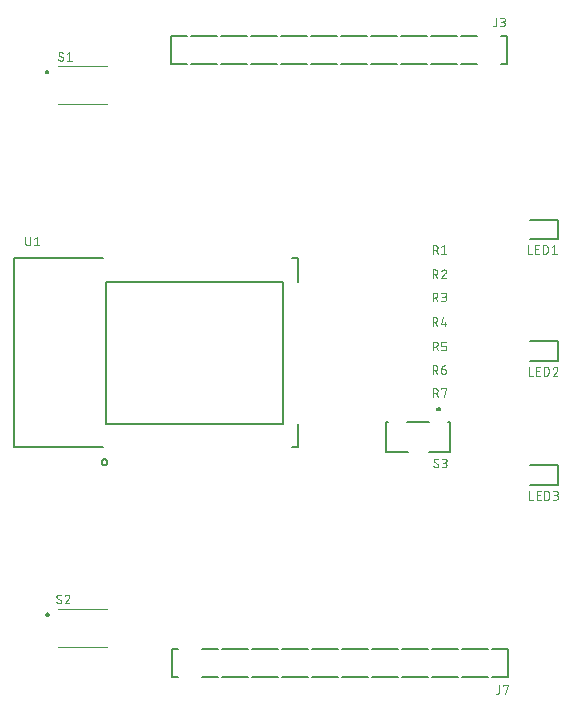
<source format=gbr>
G04 EAGLE Gerber RS-274X export*
G75*
%MOMM*%
%FSLAX34Y34*%
%LPD*%
%INSilkscreen Top*%
%IPPOS*%
%AMOC8*
5,1,8,0,0,1.08239X$1,22.5*%
G01*
%ADD10C,0.152400*%
%ADD11C,0.076200*%
%ADD12C,0.127000*%
%ADD13C,0.100000*%
%ADD14C,0.200000*%


D10*
X852996Y29337D02*
X866204Y29337D01*
X848932Y53213D02*
X827596Y53213D01*
X827596Y29337D02*
X848932Y29337D01*
X823532Y53213D02*
X802196Y53213D01*
X802196Y29337D02*
X823532Y29337D01*
X798132Y53213D02*
X776796Y53213D01*
X776796Y29337D02*
X798132Y29337D01*
X587058Y29337D02*
X581724Y29337D01*
X866204Y29337D02*
X866204Y53213D01*
X852996Y53213D01*
X581724Y53213D02*
X581724Y29337D01*
X606870Y29337D02*
X620332Y29337D01*
X587058Y53213D02*
X581724Y53213D01*
X606870Y53213D02*
X620332Y53213D01*
X624396Y29337D02*
X645732Y29337D01*
X645732Y53213D02*
X624396Y53213D01*
X649796Y29337D02*
X671132Y29337D01*
X671132Y53213D02*
X649796Y53213D01*
X675196Y29337D02*
X696532Y29337D01*
X696532Y53213D02*
X675196Y53213D01*
X700596Y29337D02*
X721932Y29337D01*
X721932Y53213D02*
X700596Y53213D01*
X725996Y29337D02*
X747332Y29337D01*
X747332Y53213D02*
X725996Y53213D01*
X751396Y29337D02*
X772732Y29337D01*
X772732Y53213D02*
X751396Y53213D01*
D11*
X858499Y22924D02*
X858499Y17194D01*
X858497Y17116D01*
X858492Y17038D01*
X858482Y16961D01*
X858469Y16884D01*
X858453Y16808D01*
X858433Y16733D01*
X858409Y16659D01*
X858382Y16586D01*
X858351Y16514D01*
X858317Y16444D01*
X858280Y16376D01*
X858239Y16309D01*
X858195Y16244D01*
X858149Y16182D01*
X858099Y16122D01*
X858047Y16064D01*
X857992Y16009D01*
X857934Y15957D01*
X857874Y15907D01*
X857812Y15861D01*
X857747Y15817D01*
X857681Y15776D01*
X857612Y15739D01*
X857542Y15705D01*
X857470Y15674D01*
X857397Y15647D01*
X857323Y15623D01*
X857248Y15603D01*
X857172Y15587D01*
X857095Y15574D01*
X857018Y15564D01*
X856940Y15559D01*
X856862Y15557D01*
X856862Y15558D02*
X856044Y15558D01*
X861933Y22105D02*
X861933Y22924D01*
X866026Y22924D01*
X863979Y15558D01*
D10*
X593979Y572453D02*
X580771Y572453D01*
X598043Y548577D02*
X619379Y548577D01*
X619379Y572453D02*
X598043Y572453D01*
X623443Y548577D02*
X644779Y548577D01*
X644779Y572453D02*
X623443Y572453D01*
X648843Y548577D02*
X670179Y548577D01*
X670179Y572453D02*
X648843Y572453D01*
X859917Y572453D02*
X865251Y572453D01*
X580771Y572453D02*
X580771Y548577D01*
X593979Y548577D01*
X865251Y548577D02*
X865251Y572453D01*
X840105Y572453D02*
X826643Y572453D01*
X859917Y548577D02*
X865251Y548577D01*
X840105Y548577D02*
X826643Y548577D01*
X822579Y572453D02*
X801243Y572453D01*
X801243Y548577D02*
X822579Y548577D01*
X797179Y572453D02*
X775843Y572453D01*
X775843Y548577D02*
X797179Y548577D01*
X771779Y572453D02*
X750443Y572453D01*
X750443Y548577D02*
X771779Y548577D01*
X746379Y572453D02*
X725043Y572453D01*
X725043Y548577D02*
X746379Y548577D01*
X720979Y572453D02*
X699643Y572453D01*
X699643Y548577D02*
X720979Y548577D01*
X695579Y572453D02*
X674243Y572453D01*
X674243Y548577D02*
X695579Y548577D01*
D11*
X855959Y582154D02*
X855959Y587883D01*
X855959Y582154D02*
X855957Y582076D01*
X855952Y581998D01*
X855942Y581921D01*
X855929Y581844D01*
X855913Y581768D01*
X855893Y581693D01*
X855869Y581619D01*
X855842Y581546D01*
X855811Y581474D01*
X855777Y581404D01*
X855740Y581336D01*
X855699Y581269D01*
X855655Y581204D01*
X855609Y581142D01*
X855559Y581082D01*
X855507Y581024D01*
X855452Y580969D01*
X855394Y580917D01*
X855334Y580867D01*
X855272Y580821D01*
X855207Y580777D01*
X855141Y580736D01*
X855072Y580699D01*
X855002Y580665D01*
X854930Y580634D01*
X854857Y580607D01*
X854783Y580583D01*
X854708Y580563D01*
X854632Y580547D01*
X854555Y580534D01*
X854478Y580524D01*
X854400Y580519D01*
X854322Y580517D01*
X853504Y580517D01*
X859393Y580517D02*
X861439Y580517D01*
X861528Y580519D01*
X861617Y580525D01*
X861706Y580535D01*
X861794Y580548D01*
X861882Y580565D01*
X861969Y580587D01*
X862054Y580612D01*
X862139Y580640D01*
X862222Y580673D01*
X862304Y580709D01*
X862384Y580748D01*
X862462Y580791D01*
X862538Y580837D01*
X862613Y580887D01*
X862685Y580940D01*
X862754Y580996D01*
X862821Y581055D01*
X862886Y581116D01*
X862947Y581181D01*
X863006Y581248D01*
X863062Y581317D01*
X863115Y581389D01*
X863165Y581464D01*
X863211Y581540D01*
X863254Y581618D01*
X863293Y581698D01*
X863329Y581780D01*
X863362Y581863D01*
X863390Y581948D01*
X863415Y582033D01*
X863437Y582120D01*
X863454Y582208D01*
X863467Y582296D01*
X863477Y582385D01*
X863483Y582474D01*
X863485Y582563D01*
X863483Y582652D01*
X863477Y582741D01*
X863467Y582830D01*
X863454Y582918D01*
X863437Y583006D01*
X863415Y583093D01*
X863390Y583178D01*
X863362Y583263D01*
X863329Y583346D01*
X863293Y583428D01*
X863254Y583508D01*
X863211Y583586D01*
X863165Y583662D01*
X863115Y583737D01*
X863062Y583809D01*
X863006Y583878D01*
X862947Y583945D01*
X862886Y584010D01*
X862821Y584071D01*
X862754Y584130D01*
X862685Y584186D01*
X862613Y584239D01*
X862538Y584289D01*
X862462Y584335D01*
X862384Y584378D01*
X862304Y584417D01*
X862222Y584453D01*
X862139Y584486D01*
X862054Y584514D01*
X861969Y584539D01*
X861882Y584561D01*
X861794Y584578D01*
X861706Y584591D01*
X861617Y584601D01*
X861528Y584607D01*
X861439Y584609D01*
X861849Y587883D02*
X859393Y587883D01*
X861849Y587883D02*
X861928Y587881D01*
X862007Y587875D01*
X862086Y587866D01*
X862164Y587853D01*
X862241Y587835D01*
X862317Y587815D01*
X862392Y587790D01*
X862466Y587762D01*
X862539Y587731D01*
X862610Y587695D01*
X862679Y587657D01*
X862746Y587615D01*
X862811Y587570D01*
X862874Y587522D01*
X862935Y587471D01*
X862992Y587417D01*
X863048Y587361D01*
X863100Y587302D01*
X863150Y587240D01*
X863196Y587176D01*
X863240Y587110D01*
X863280Y587042D01*
X863316Y586972D01*
X863350Y586900D01*
X863380Y586826D01*
X863406Y586752D01*
X863429Y586676D01*
X863447Y586599D01*
X863463Y586522D01*
X863474Y586443D01*
X863482Y586365D01*
X863486Y586286D01*
X863486Y586206D01*
X863482Y586127D01*
X863474Y586049D01*
X863463Y585970D01*
X863447Y585893D01*
X863429Y585816D01*
X863406Y585740D01*
X863380Y585666D01*
X863350Y585592D01*
X863316Y585520D01*
X863280Y585450D01*
X863240Y585382D01*
X863196Y585316D01*
X863150Y585252D01*
X863100Y585190D01*
X863048Y585131D01*
X862992Y585075D01*
X862935Y585021D01*
X862874Y584970D01*
X862811Y584922D01*
X862746Y584877D01*
X862679Y584835D01*
X862610Y584797D01*
X862539Y584761D01*
X862466Y584730D01*
X862392Y584702D01*
X862317Y584677D01*
X862241Y584657D01*
X862164Y584639D01*
X862086Y584626D01*
X862007Y584617D01*
X861928Y584611D01*
X861849Y584609D01*
X860212Y584609D01*
D12*
X525850Y364165D02*
X525850Y244165D01*
X525850Y364165D02*
X675850Y364165D01*
X675850Y244165D01*
X525850Y244165D01*
X523250Y224165D02*
X448250Y224165D01*
X448250Y384165D01*
X523250Y384165D01*
X683250Y224165D02*
X688250Y224165D01*
X688250Y244165D01*
X688250Y384165D02*
X683250Y384165D01*
X688250Y384165D02*
X688250Y364165D01*
X522000Y211665D02*
X522002Y211764D01*
X522008Y211864D01*
X522018Y211963D01*
X522032Y212061D01*
X522049Y212159D01*
X522071Y212256D01*
X522096Y212352D01*
X522125Y212447D01*
X522158Y212541D01*
X522195Y212633D01*
X522235Y212724D01*
X522279Y212813D01*
X522327Y212901D01*
X522378Y212986D01*
X522432Y213069D01*
X522489Y213151D01*
X522550Y213229D01*
X522614Y213306D01*
X522680Y213379D01*
X522750Y213450D01*
X522822Y213518D01*
X522897Y213584D01*
X522975Y213646D01*
X523055Y213705D01*
X523137Y213761D01*
X523221Y213813D01*
X523308Y213862D01*
X523396Y213908D01*
X523486Y213950D01*
X523578Y213989D01*
X523671Y214024D01*
X523765Y214055D01*
X523861Y214082D01*
X523958Y214105D01*
X524055Y214125D01*
X524153Y214141D01*
X524252Y214153D01*
X524351Y214161D01*
X524450Y214165D01*
X524550Y214165D01*
X524649Y214161D01*
X524748Y214153D01*
X524847Y214141D01*
X524945Y214125D01*
X525042Y214105D01*
X525139Y214082D01*
X525235Y214055D01*
X525329Y214024D01*
X525422Y213989D01*
X525514Y213950D01*
X525604Y213908D01*
X525692Y213862D01*
X525779Y213813D01*
X525863Y213761D01*
X525945Y213705D01*
X526025Y213646D01*
X526103Y213584D01*
X526178Y213518D01*
X526250Y213450D01*
X526320Y213379D01*
X526386Y213306D01*
X526450Y213229D01*
X526511Y213151D01*
X526568Y213069D01*
X526622Y212986D01*
X526673Y212901D01*
X526721Y212813D01*
X526765Y212724D01*
X526805Y212633D01*
X526842Y212541D01*
X526875Y212447D01*
X526904Y212352D01*
X526929Y212256D01*
X526951Y212159D01*
X526968Y212061D01*
X526982Y211963D01*
X526992Y211864D01*
X526998Y211764D01*
X527000Y211665D01*
X526998Y211566D01*
X526992Y211466D01*
X526982Y211367D01*
X526968Y211269D01*
X526951Y211171D01*
X526929Y211074D01*
X526904Y210978D01*
X526875Y210883D01*
X526842Y210789D01*
X526805Y210697D01*
X526765Y210606D01*
X526721Y210517D01*
X526673Y210429D01*
X526622Y210344D01*
X526568Y210261D01*
X526511Y210179D01*
X526450Y210101D01*
X526386Y210024D01*
X526320Y209951D01*
X526250Y209880D01*
X526178Y209812D01*
X526103Y209746D01*
X526025Y209684D01*
X525945Y209625D01*
X525863Y209569D01*
X525779Y209517D01*
X525692Y209468D01*
X525604Y209422D01*
X525514Y209380D01*
X525422Y209341D01*
X525329Y209306D01*
X525235Y209275D01*
X525139Y209248D01*
X525042Y209225D01*
X524945Y209205D01*
X524847Y209189D01*
X524748Y209177D01*
X524649Y209169D01*
X524550Y209165D01*
X524450Y209165D01*
X524351Y209169D01*
X524252Y209177D01*
X524153Y209189D01*
X524055Y209205D01*
X523958Y209225D01*
X523861Y209248D01*
X523765Y209275D01*
X523671Y209306D01*
X523578Y209341D01*
X523486Y209380D01*
X523396Y209422D01*
X523308Y209468D01*
X523221Y209517D01*
X523137Y209569D01*
X523055Y209625D01*
X522975Y209684D01*
X522897Y209746D01*
X522822Y209812D01*
X522750Y209880D01*
X522680Y209951D01*
X522614Y210024D01*
X522550Y210101D01*
X522489Y210179D01*
X522432Y210261D01*
X522378Y210344D01*
X522327Y210429D01*
X522279Y210517D01*
X522235Y210606D01*
X522195Y210697D01*
X522158Y210789D01*
X522125Y210883D01*
X522096Y210978D01*
X522071Y211074D01*
X522049Y211171D01*
X522032Y211269D01*
X522018Y211367D01*
X522008Y211466D01*
X522002Y211566D01*
X522000Y211665D01*
D11*
X457551Y397066D02*
X457551Y402386D01*
X457551Y397066D02*
X457553Y396977D01*
X457559Y396888D01*
X457569Y396799D01*
X457582Y396711D01*
X457599Y396623D01*
X457621Y396536D01*
X457646Y396451D01*
X457674Y396366D01*
X457707Y396283D01*
X457743Y396201D01*
X457782Y396121D01*
X457825Y396043D01*
X457871Y395967D01*
X457921Y395892D01*
X457974Y395820D01*
X458030Y395751D01*
X458089Y395684D01*
X458150Y395619D01*
X458215Y395558D01*
X458282Y395499D01*
X458351Y395443D01*
X458423Y395390D01*
X458498Y395340D01*
X458574Y395294D01*
X458652Y395251D01*
X458732Y395212D01*
X458814Y395176D01*
X458897Y395143D01*
X458982Y395115D01*
X459067Y395090D01*
X459154Y395068D01*
X459242Y395051D01*
X459330Y395038D01*
X459419Y395028D01*
X459508Y395022D01*
X459597Y395020D01*
X459686Y395022D01*
X459775Y395028D01*
X459864Y395038D01*
X459952Y395051D01*
X460040Y395068D01*
X460127Y395090D01*
X460212Y395115D01*
X460297Y395143D01*
X460380Y395176D01*
X460462Y395212D01*
X460542Y395251D01*
X460620Y395294D01*
X460696Y395340D01*
X460771Y395390D01*
X460843Y395443D01*
X460912Y395499D01*
X460979Y395558D01*
X461044Y395619D01*
X461105Y395684D01*
X461164Y395751D01*
X461220Y395820D01*
X461273Y395892D01*
X461323Y395967D01*
X461369Y396043D01*
X461412Y396121D01*
X461451Y396201D01*
X461487Y396283D01*
X461520Y396366D01*
X461548Y396451D01*
X461573Y396536D01*
X461595Y396623D01*
X461612Y396711D01*
X461625Y396799D01*
X461635Y396888D01*
X461641Y396977D01*
X461643Y397066D01*
X461643Y402386D01*
X465110Y400749D02*
X467156Y402386D01*
X467156Y395020D01*
X465110Y395020D02*
X469202Y395020D01*
X802423Y395034D02*
X802423Y387668D01*
X802423Y395034D02*
X804469Y395034D01*
X804469Y395033D02*
X804558Y395031D01*
X804647Y395025D01*
X804736Y395015D01*
X804824Y395002D01*
X804912Y394985D01*
X804999Y394963D01*
X805084Y394938D01*
X805169Y394910D01*
X805252Y394877D01*
X805334Y394841D01*
X805414Y394802D01*
X805492Y394759D01*
X805568Y394713D01*
X805643Y394663D01*
X805715Y394610D01*
X805784Y394554D01*
X805851Y394495D01*
X805916Y394434D01*
X805977Y394369D01*
X806036Y394302D01*
X806092Y394233D01*
X806145Y394161D01*
X806195Y394086D01*
X806241Y394010D01*
X806284Y393932D01*
X806323Y393852D01*
X806359Y393770D01*
X806392Y393687D01*
X806420Y393602D01*
X806445Y393517D01*
X806467Y393430D01*
X806484Y393342D01*
X806497Y393254D01*
X806507Y393165D01*
X806513Y393076D01*
X806515Y392987D01*
X806513Y392898D01*
X806507Y392809D01*
X806497Y392720D01*
X806484Y392632D01*
X806467Y392544D01*
X806445Y392457D01*
X806420Y392372D01*
X806392Y392287D01*
X806359Y392204D01*
X806323Y392122D01*
X806284Y392042D01*
X806241Y391964D01*
X806195Y391888D01*
X806145Y391813D01*
X806092Y391741D01*
X806036Y391672D01*
X805977Y391605D01*
X805916Y391540D01*
X805851Y391479D01*
X805784Y391420D01*
X805715Y391364D01*
X805643Y391311D01*
X805568Y391261D01*
X805492Y391215D01*
X805414Y391172D01*
X805334Y391133D01*
X805252Y391097D01*
X805169Y391064D01*
X805084Y391036D01*
X804999Y391011D01*
X804912Y390989D01*
X804824Y390972D01*
X804736Y390959D01*
X804647Y390949D01*
X804558Y390943D01*
X804469Y390941D01*
X802423Y390941D01*
X804878Y390941D02*
X806515Y387668D01*
X809687Y393397D02*
X811733Y395034D01*
X811733Y387668D01*
X809687Y387668D02*
X813779Y387668D01*
X802423Y387668D02*
X802423Y395034D01*
X804469Y395034D01*
X804469Y395033D02*
X804558Y395031D01*
X804647Y395025D01*
X804736Y395015D01*
X804824Y395002D01*
X804912Y394985D01*
X804999Y394963D01*
X805084Y394938D01*
X805169Y394910D01*
X805252Y394877D01*
X805334Y394841D01*
X805414Y394802D01*
X805492Y394759D01*
X805568Y394713D01*
X805643Y394663D01*
X805715Y394610D01*
X805784Y394554D01*
X805851Y394495D01*
X805916Y394434D01*
X805977Y394369D01*
X806036Y394302D01*
X806092Y394233D01*
X806145Y394161D01*
X806195Y394086D01*
X806241Y394010D01*
X806284Y393932D01*
X806323Y393852D01*
X806359Y393770D01*
X806392Y393687D01*
X806420Y393602D01*
X806445Y393517D01*
X806467Y393430D01*
X806484Y393342D01*
X806497Y393254D01*
X806507Y393165D01*
X806513Y393076D01*
X806515Y392987D01*
X806513Y392898D01*
X806507Y392809D01*
X806497Y392720D01*
X806484Y392632D01*
X806467Y392544D01*
X806445Y392457D01*
X806420Y392372D01*
X806392Y392287D01*
X806359Y392204D01*
X806323Y392122D01*
X806284Y392042D01*
X806241Y391964D01*
X806195Y391888D01*
X806145Y391813D01*
X806092Y391741D01*
X806036Y391672D01*
X805977Y391605D01*
X805916Y391540D01*
X805851Y391479D01*
X805784Y391420D01*
X805715Y391364D01*
X805643Y391311D01*
X805568Y391261D01*
X805492Y391215D01*
X805414Y391172D01*
X805334Y391133D01*
X805252Y391097D01*
X805169Y391064D01*
X805084Y391036D01*
X804999Y391011D01*
X804912Y390989D01*
X804824Y390972D01*
X804736Y390959D01*
X804647Y390949D01*
X804558Y390943D01*
X804469Y390941D01*
X802423Y390941D01*
X804878Y390941D02*
X806515Y387668D01*
X809687Y393397D02*
X811733Y395034D01*
X811733Y387668D01*
X809687Y387668D02*
X813779Y387668D01*
X802423Y387668D02*
X802423Y395034D01*
X804469Y395034D01*
X804469Y395033D02*
X804558Y395031D01*
X804647Y395025D01*
X804736Y395015D01*
X804824Y395002D01*
X804912Y394985D01*
X804999Y394963D01*
X805084Y394938D01*
X805169Y394910D01*
X805252Y394877D01*
X805334Y394841D01*
X805414Y394802D01*
X805492Y394759D01*
X805568Y394713D01*
X805643Y394663D01*
X805715Y394610D01*
X805784Y394554D01*
X805851Y394495D01*
X805916Y394434D01*
X805977Y394369D01*
X806036Y394302D01*
X806092Y394233D01*
X806145Y394161D01*
X806195Y394086D01*
X806241Y394010D01*
X806284Y393932D01*
X806323Y393852D01*
X806359Y393770D01*
X806392Y393687D01*
X806420Y393602D01*
X806445Y393517D01*
X806467Y393430D01*
X806484Y393342D01*
X806497Y393254D01*
X806507Y393165D01*
X806513Y393076D01*
X806515Y392987D01*
X806513Y392898D01*
X806507Y392809D01*
X806497Y392720D01*
X806484Y392632D01*
X806467Y392544D01*
X806445Y392457D01*
X806420Y392372D01*
X806392Y392287D01*
X806359Y392204D01*
X806323Y392122D01*
X806284Y392042D01*
X806241Y391964D01*
X806195Y391888D01*
X806145Y391813D01*
X806092Y391741D01*
X806036Y391672D01*
X805977Y391605D01*
X805916Y391540D01*
X805851Y391479D01*
X805784Y391420D01*
X805715Y391364D01*
X805643Y391311D01*
X805568Y391261D01*
X805492Y391215D01*
X805414Y391172D01*
X805334Y391133D01*
X805252Y391097D01*
X805169Y391064D01*
X805084Y391036D01*
X804999Y391011D01*
X804912Y390989D01*
X804824Y390972D01*
X804736Y390959D01*
X804647Y390949D01*
X804558Y390943D01*
X804469Y390941D01*
X802423Y390941D01*
X804878Y390941D02*
X806515Y387668D01*
X809687Y393397D02*
X811733Y395034D01*
X811733Y387668D01*
X809687Y387668D02*
X813779Y387668D01*
X802423Y387668D02*
X802423Y395034D01*
X804469Y395034D01*
X804469Y395033D02*
X804558Y395031D01*
X804647Y395025D01*
X804736Y395015D01*
X804824Y395002D01*
X804912Y394985D01*
X804999Y394963D01*
X805084Y394938D01*
X805169Y394910D01*
X805252Y394877D01*
X805334Y394841D01*
X805414Y394802D01*
X805492Y394759D01*
X805568Y394713D01*
X805643Y394663D01*
X805715Y394610D01*
X805784Y394554D01*
X805851Y394495D01*
X805916Y394434D01*
X805977Y394369D01*
X806036Y394302D01*
X806092Y394233D01*
X806145Y394161D01*
X806195Y394086D01*
X806241Y394010D01*
X806284Y393932D01*
X806323Y393852D01*
X806359Y393770D01*
X806392Y393687D01*
X806420Y393602D01*
X806445Y393517D01*
X806467Y393430D01*
X806484Y393342D01*
X806497Y393254D01*
X806507Y393165D01*
X806513Y393076D01*
X806515Y392987D01*
X806513Y392898D01*
X806507Y392809D01*
X806497Y392720D01*
X806484Y392632D01*
X806467Y392544D01*
X806445Y392457D01*
X806420Y392372D01*
X806392Y392287D01*
X806359Y392204D01*
X806323Y392122D01*
X806284Y392042D01*
X806241Y391964D01*
X806195Y391888D01*
X806145Y391813D01*
X806092Y391741D01*
X806036Y391672D01*
X805977Y391605D01*
X805916Y391540D01*
X805851Y391479D01*
X805784Y391420D01*
X805715Y391364D01*
X805643Y391311D01*
X805568Y391261D01*
X805492Y391215D01*
X805414Y391172D01*
X805334Y391133D01*
X805252Y391097D01*
X805169Y391064D01*
X805084Y391036D01*
X804999Y391011D01*
X804912Y390989D01*
X804824Y390972D01*
X804736Y390959D01*
X804647Y390949D01*
X804558Y390943D01*
X804469Y390941D01*
X802423Y390941D01*
X804878Y390941D02*
X806515Y387668D01*
X809687Y393397D02*
X811733Y395034D01*
X811733Y387668D01*
X809687Y387668D02*
X813779Y387668D01*
X802423Y387668D02*
X802423Y395034D01*
X804469Y395034D01*
X804469Y395033D02*
X804558Y395031D01*
X804647Y395025D01*
X804736Y395015D01*
X804824Y395002D01*
X804912Y394985D01*
X804999Y394963D01*
X805084Y394938D01*
X805169Y394910D01*
X805252Y394877D01*
X805334Y394841D01*
X805414Y394802D01*
X805492Y394759D01*
X805568Y394713D01*
X805643Y394663D01*
X805715Y394610D01*
X805784Y394554D01*
X805851Y394495D01*
X805916Y394434D01*
X805977Y394369D01*
X806036Y394302D01*
X806092Y394233D01*
X806145Y394161D01*
X806195Y394086D01*
X806241Y394010D01*
X806284Y393932D01*
X806323Y393852D01*
X806359Y393770D01*
X806392Y393687D01*
X806420Y393602D01*
X806445Y393517D01*
X806467Y393430D01*
X806484Y393342D01*
X806497Y393254D01*
X806507Y393165D01*
X806513Y393076D01*
X806515Y392987D01*
X806513Y392898D01*
X806507Y392809D01*
X806497Y392720D01*
X806484Y392632D01*
X806467Y392544D01*
X806445Y392457D01*
X806420Y392372D01*
X806392Y392287D01*
X806359Y392204D01*
X806323Y392122D01*
X806284Y392042D01*
X806241Y391964D01*
X806195Y391888D01*
X806145Y391813D01*
X806092Y391741D01*
X806036Y391672D01*
X805977Y391605D01*
X805916Y391540D01*
X805851Y391479D01*
X805784Y391420D01*
X805715Y391364D01*
X805643Y391311D01*
X805568Y391261D01*
X805492Y391215D01*
X805414Y391172D01*
X805334Y391133D01*
X805252Y391097D01*
X805169Y391064D01*
X805084Y391036D01*
X804999Y391011D01*
X804912Y390989D01*
X804824Y390972D01*
X804736Y390959D01*
X804647Y390949D01*
X804558Y390943D01*
X804469Y390941D01*
X802423Y390941D01*
X804878Y390941D02*
X806515Y387668D01*
X809687Y393397D02*
X811733Y395034D01*
X811733Y387668D01*
X809687Y387668D02*
X813779Y387668D01*
X802423Y387668D02*
X802423Y395034D01*
X804469Y395034D01*
X804469Y395033D02*
X804558Y395031D01*
X804647Y395025D01*
X804736Y395015D01*
X804824Y395002D01*
X804912Y394985D01*
X804999Y394963D01*
X805084Y394938D01*
X805169Y394910D01*
X805252Y394877D01*
X805334Y394841D01*
X805414Y394802D01*
X805492Y394759D01*
X805568Y394713D01*
X805643Y394663D01*
X805715Y394610D01*
X805784Y394554D01*
X805851Y394495D01*
X805916Y394434D01*
X805977Y394369D01*
X806036Y394302D01*
X806092Y394233D01*
X806145Y394161D01*
X806195Y394086D01*
X806241Y394010D01*
X806284Y393932D01*
X806323Y393852D01*
X806359Y393770D01*
X806392Y393687D01*
X806420Y393602D01*
X806445Y393517D01*
X806467Y393430D01*
X806484Y393342D01*
X806497Y393254D01*
X806507Y393165D01*
X806513Y393076D01*
X806515Y392987D01*
X806513Y392898D01*
X806507Y392809D01*
X806497Y392720D01*
X806484Y392632D01*
X806467Y392544D01*
X806445Y392457D01*
X806420Y392372D01*
X806392Y392287D01*
X806359Y392204D01*
X806323Y392122D01*
X806284Y392042D01*
X806241Y391964D01*
X806195Y391888D01*
X806145Y391813D01*
X806092Y391741D01*
X806036Y391672D01*
X805977Y391605D01*
X805916Y391540D01*
X805851Y391479D01*
X805784Y391420D01*
X805715Y391364D01*
X805643Y391311D01*
X805568Y391261D01*
X805492Y391215D01*
X805414Y391172D01*
X805334Y391133D01*
X805252Y391097D01*
X805169Y391064D01*
X805084Y391036D01*
X804999Y391011D01*
X804912Y390989D01*
X804824Y390972D01*
X804736Y390959D01*
X804647Y390949D01*
X804558Y390943D01*
X804469Y390941D01*
X802423Y390941D01*
X804878Y390941D02*
X806515Y387668D01*
X809687Y393397D02*
X811733Y395034D01*
X811733Y387668D01*
X809687Y387668D02*
X813779Y387668D01*
X802423Y387668D02*
X802423Y395034D01*
X804469Y395034D01*
X804469Y395033D02*
X804558Y395031D01*
X804647Y395025D01*
X804736Y395015D01*
X804824Y395002D01*
X804912Y394985D01*
X804999Y394963D01*
X805084Y394938D01*
X805169Y394910D01*
X805252Y394877D01*
X805334Y394841D01*
X805414Y394802D01*
X805492Y394759D01*
X805568Y394713D01*
X805643Y394663D01*
X805715Y394610D01*
X805784Y394554D01*
X805851Y394495D01*
X805916Y394434D01*
X805977Y394369D01*
X806036Y394302D01*
X806092Y394233D01*
X806145Y394161D01*
X806195Y394086D01*
X806241Y394010D01*
X806284Y393932D01*
X806323Y393852D01*
X806359Y393770D01*
X806392Y393687D01*
X806420Y393602D01*
X806445Y393517D01*
X806467Y393430D01*
X806484Y393342D01*
X806497Y393254D01*
X806507Y393165D01*
X806513Y393076D01*
X806515Y392987D01*
X806513Y392898D01*
X806507Y392809D01*
X806497Y392720D01*
X806484Y392632D01*
X806467Y392544D01*
X806445Y392457D01*
X806420Y392372D01*
X806392Y392287D01*
X806359Y392204D01*
X806323Y392122D01*
X806284Y392042D01*
X806241Y391964D01*
X806195Y391888D01*
X806145Y391813D01*
X806092Y391741D01*
X806036Y391672D01*
X805977Y391605D01*
X805916Y391540D01*
X805851Y391479D01*
X805784Y391420D01*
X805715Y391364D01*
X805643Y391311D01*
X805568Y391261D01*
X805492Y391215D01*
X805414Y391172D01*
X805334Y391133D01*
X805252Y391097D01*
X805169Y391064D01*
X805084Y391036D01*
X804999Y391011D01*
X804912Y390989D01*
X804824Y390972D01*
X804736Y390959D01*
X804647Y390949D01*
X804558Y390943D01*
X804469Y390941D01*
X802423Y390941D01*
X804878Y390941D02*
X806515Y387668D01*
X809687Y393397D02*
X811733Y395034D01*
X811733Y387668D01*
X809687Y387668D02*
X813779Y387668D01*
D13*
X526782Y546797D02*
X485032Y546797D01*
X485032Y514797D02*
X526782Y514797D01*
D14*
X476032Y540797D02*
X476094Y540799D01*
X476155Y540805D01*
X476216Y540814D01*
X476276Y540827D01*
X476335Y540844D01*
X476393Y540865D01*
X476450Y540889D01*
X476505Y540916D01*
X476558Y540947D01*
X476610Y540981D01*
X476659Y541018D01*
X476706Y541058D01*
X476750Y541101D01*
X476791Y541146D01*
X476830Y541194D01*
X476866Y541245D01*
X476898Y541297D01*
X476927Y541351D01*
X476953Y541407D01*
X476975Y541465D01*
X476994Y541523D01*
X477009Y541583D01*
X477020Y541644D01*
X477028Y541705D01*
X477032Y541766D01*
X477032Y541828D01*
X477028Y541889D01*
X477020Y541950D01*
X477009Y542011D01*
X476994Y542071D01*
X476975Y542129D01*
X476953Y542187D01*
X476927Y542243D01*
X476898Y542297D01*
X476866Y542349D01*
X476830Y542400D01*
X476791Y542448D01*
X476750Y542493D01*
X476706Y542536D01*
X476659Y542576D01*
X476610Y542613D01*
X476558Y542647D01*
X476505Y542678D01*
X476450Y542705D01*
X476393Y542729D01*
X476335Y542750D01*
X476276Y542767D01*
X476216Y542780D01*
X476155Y542789D01*
X476094Y542795D01*
X476032Y542797D01*
X475970Y542795D01*
X475909Y542789D01*
X475848Y542780D01*
X475788Y542767D01*
X475729Y542750D01*
X475671Y542729D01*
X475614Y542705D01*
X475559Y542678D01*
X475506Y542647D01*
X475454Y542613D01*
X475405Y542576D01*
X475358Y542536D01*
X475314Y542493D01*
X475273Y542448D01*
X475234Y542400D01*
X475198Y542349D01*
X475166Y542297D01*
X475137Y542243D01*
X475111Y542187D01*
X475089Y542129D01*
X475070Y542071D01*
X475055Y542011D01*
X475044Y541950D01*
X475036Y541889D01*
X475032Y541828D01*
X475032Y541766D01*
X475036Y541705D01*
X475044Y541644D01*
X475055Y541583D01*
X475070Y541523D01*
X475089Y541465D01*
X475111Y541407D01*
X475137Y541351D01*
X475166Y541297D01*
X475198Y541245D01*
X475234Y541194D01*
X475273Y541146D01*
X475314Y541101D01*
X475358Y541058D01*
X475405Y541018D01*
X475454Y540981D01*
X475506Y540947D01*
X475559Y540916D01*
X475614Y540889D01*
X475671Y540865D01*
X475729Y540844D01*
X475788Y540827D01*
X475848Y540814D01*
X475909Y540805D01*
X475970Y540799D01*
X476032Y540797D01*
D11*
X487959Y551434D02*
X488037Y551436D01*
X488115Y551441D01*
X488192Y551451D01*
X488269Y551464D01*
X488345Y551480D01*
X488420Y551500D01*
X488494Y551524D01*
X488567Y551551D01*
X488639Y551582D01*
X488709Y551616D01*
X488778Y551653D01*
X488844Y551694D01*
X488909Y551738D01*
X488971Y551784D01*
X489031Y551834D01*
X489089Y551886D01*
X489144Y551941D01*
X489196Y551999D01*
X489246Y552059D01*
X489292Y552121D01*
X489336Y552186D01*
X489377Y552253D01*
X489414Y552321D01*
X489448Y552391D01*
X489479Y552463D01*
X489506Y552536D01*
X489530Y552610D01*
X489550Y552685D01*
X489566Y552761D01*
X489579Y552838D01*
X489589Y552915D01*
X489594Y552993D01*
X489596Y553071D01*
X487959Y551434D02*
X487845Y551436D01*
X487732Y551441D01*
X487618Y551451D01*
X487505Y551464D01*
X487393Y551481D01*
X487281Y551501D01*
X487170Y551525D01*
X487059Y551553D01*
X486950Y551584D01*
X486842Y551619D01*
X486735Y551658D01*
X486629Y551700D01*
X486525Y551745D01*
X486422Y551794D01*
X486321Y551847D01*
X486222Y551902D01*
X486124Y551961D01*
X486029Y552023D01*
X485936Y552088D01*
X485844Y552156D01*
X485756Y552227D01*
X485669Y552301D01*
X485585Y552378D01*
X485504Y552457D01*
X485708Y557163D02*
X485710Y557241D01*
X485715Y557319D01*
X485725Y557396D01*
X485738Y557473D01*
X485754Y557549D01*
X485774Y557624D01*
X485798Y557698D01*
X485825Y557771D01*
X485856Y557843D01*
X485890Y557913D01*
X485927Y557982D01*
X485968Y558048D01*
X486012Y558113D01*
X486058Y558175D01*
X486108Y558235D01*
X486160Y558293D01*
X486215Y558348D01*
X486273Y558400D01*
X486333Y558450D01*
X486395Y558496D01*
X486460Y558540D01*
X486527Y558581D01*
X486595Y558618D01*
X486665Y558652D01*
X486737Y558683D01*
X486810Y558710D01*
X486884Y558734D01*
X486959Y558754D01*
X487035Y558770D01*
X487112Y558783D01*
X487189Y558793D01*
X487267Y558798D01*
X487345Y558800D01*
X487455Y558798D01*
X487564Y558792D01*
X487674Y558782D01*
X487782Y558769D01*
X487891Y558751D01*
X487998Y558730D01*
X488105Y558704D01*
X488211Y558675D01*
X488316Y558643D01*
X488419Y558606D01*
X488521Y558566D01*
X488622Y558522D01*
X488721Y558474D01*
X488818Y558424D01*
X488913Y558369D01*
X489006Y558311D01*
X489097Y558250D01*
X489186Y558186D01*
X486527Y555730D02*
X486460Y555772D01*
X486395Y555816D01*
X486333Y555864D01*
X486273Y555914D01*
X486215Y555967D01*
X486160Y556023D01*
X486108Y556082D01*
X486058Y556142D01*
X486011Y556206D01*
X485968Y556271D01*
X485927Y556338D01*
X485890Y556407D01*
X485856Y556478D01*
X485825Y556550D01*
X485798Y556624D01*
X485774Y556698D01*
X485754Y556774D01*
X485738Y556851D01*
X485725Y556928D01*
X485715Y557006D01*
X485710Y557085D01*
X485708Y557163D01*
X488778Y554503D02*
X488844Y554461D01*
X488909Y554417D01*
X488971Y554370D01*
X489031Y554319D01*
X489089Y554266D01*
X489144Y554210D01*
X489197Y554152D01*
X489246Y554091D01*
X489293Y554028D01*
X489336Y553963D01*
X489377Y553896D01*
X489414Y553827D01*
X489448Y553756D01*
X489479Y553684D01*
X489506Y553610D01*
X489530Y553535D01*
X489550Y553460D01*
X489566Y553383D01*
X489579Y553306D01*
X489589Y553228D01*
X489594Y553149D01*
X489596Y553071D01*
X488777Y554503D02*
X486527Y555731D01*
X492575Y557163D02*
X494621Y558800D01*
X494621Y551434D01*
X492575Y551434D02*
X496667Y551434D01*
D13*
X485159Y87438D02*
X526909Y87438D01*
X526909Y55438D02*
X485159Y55438D01*
D14*
X476159Y81438D02*
X476221Y81440D01*
X476282Y81446D01*
X476343Y81455D01*
X476403Y81468D01*
X476462Y81485D01*
X476520Y81506D01*
X476577Y81530D01*
X476632Y81557D01*
X476685Y81588D01*
X476737Y81622D01*
X476786Y81659D01*
X476833Y81699D01*
X476877Y81742D01*
X476918Y81787D01*
X476957Y81835D01*
X476993Y81886D01*
X477025Y81938D01*
X477054Y81992D01*
X477080Y82048D01*
X477102Y82106D01*
X477121Y82164D01*
X477136Y82224D01*
X477147Y82285D01*
X477155Y82346D01*
X477159Y82407D01*
X477159Y82469D01*
X477155Y82530D01*
X477147Y82591D01*
X477136Y82652D01*
X477121Y82712D01*
X477102Y82770D01*
X477080Y82828D01*
X477054Y82884D01*
X477025Y82938D01*
X476993Y82990D01*
X476957Y83041D01*
X476918Y83089D01*
X476877Y83134D01*
X476833Y83177D01*
X476786Y83217D01*
X476737Y83254D01*
X476685Y83288D01*
X476632Y83319D01*
X476577Y83346D01*
X476520Y83370D01*
X476462Y83391D01*
X476403Y83408D01*
X476343Y83421D01*
X476282Y83430D01*
X476221Y83436D01*
X476159Y83438D01*
X476097Y83436D01*
X476036Y83430D01*
X475975Y83421D01*
X475915Y83408D01*
X475856Y83391D01*
X475798Y83370D01*
X475741Y83346D01*
X475686Y83319D01*
X475633Y83288D01*
X475581Y83254D01*
X475532Y83217D01*
X475485Y83177D01*
X475441Y83134D01*
X475400Y83089D01*
X475361Y83041D01*
X475325Y82990D01*
X475293Y82938D01*
X475264Y82884D01*
X475238Y82828D01*
X475216Y82770D01*
X475197Y82712D01*
X475182Y82652D01*
X475171Y82591D01*
X475163Y82530D01*
X475159Y82469D01*
X475159Y82407D01*
X475163Y82346D01*
X475171Y82285D01*
X475182Y82224D01*
X475197Y82164D01*
X475216Y82106D01*
X475238Y82048D01*
X475264Y81992D01*
X475293Y81938D01*
X475325Y81886D01*
X475361Y81835D01*
X475400Y81787D01*
X475441Y81742D01*
X475485Y81699D01*
X475532Y81659D01*
X475581Y81622D01*
X475633Y81588D01*
X475686Y81557D01*
X475741Y81530D01*
X475798Y81506D01*
X475856Y81485D01*
X475915Y81468D01*
X475975Y81455D01*
X476036Y81446D01*
X476097Y81440D01*
X476159Y81438D01*
D11*
X486118Y92075D02*
X486196Y92077D01*
X486274Y92082D01*
X486351Y92092D01*
X486428Y92105D01*
X486504Y92121D01*
X486579Y92141D01*
X486653Y92165D01*
X486726Y92192D01*
X486798Y92223D01*
X486868Y92257D01*
X486937Y92294D01*
X487003Y92335D01*
X487068Y92379D01*
X487130Y92425D01*
X487190Y92475D01*
X487248Y92527D01*
X487303Y92582D01*
X487355Y92640D01*
X487405Y92700D01*
X487451Y92762D01*
X487495Y92827D01*
X487536Y92894D01*
X487573Y92962D01*
X487607Y93032D01*
X487638Y93104D01*
X487665Y93177D01*
X487689Y93251D01*
X487709Y93326D01*
X487725Y93402D01*
X487738Y93479D01*
X487748Y93556D01*
X487753Y93634D01*
X487755Y93712D01*
X486118Y92075D02*
X486004Y92077D01*
X485891Y92082D01*
X485777Y92092D01*
X485664Y92105D01*
X485552Y92122D01*
X485440Y92142D01*
X485329Y92166D01*
X485218Y92194D01*
X485109Y92225D01*
X485001Y92260D01*
X484894Y92299D01*
X484788Y92341D01*
X484684Y92386D01*
X484581Y92435D01*
X484480Y92488D01*
X484381Y92543D01*
X484283Y92602D01*
X484188Y92664D01*
X484095Y92729D01*
X484003Y92797D01*
X483915Y92868D01*
X483828Y92942D01*
X483744Y93019D01*
X483663Y93098D01*
X483867Y97804D02*
X483869Y97882D01*
X483874Y97960D01*
X483884Y98037D01*
X483897Y98114D01*
X483913Y98190D01*
X483933Y98265D01*
X483957Y98339D01*
X483984Y98412D01*
X484015Y98484D01*
X484049Y98554D01*
X484086Y98623D01*
X484127Y98689D01*
X484171Y98754D01*
X484217Y98816D01*
X484267Y98876D01*
X484319Y98934D01*
X484374Y98989D01*
X484432Y99041D01*
X484492Y99091D01*
X484554Y99137D01*
X484619Y99181D01*
X484686Y99222D01*
X484754Y99259D01*
X484824Y99293D01*
X484896Y99324D01*
X484969Y99351D01*
X485043Y99375D01*
X485118Y99395D01*
X485194Y99411D01*
X485271Y99424D01*
X485348Y99434D01*
X485426Y99439D01*
X485504Y99441D01*
X485614Y99439D01*
X485723Y99433D01*
X485833Y99423D01*
X485941Y99410D01*
X486050Y99392D01*
X486157Y99371D01*
X486264Y99345D01*
X486370Y99316D01*
X486475Y99284D01*
X486578Y99247D01*
X486680Y99207D01*
X486781Y99163D01*
X486880Y99115D01*
X486977Y99065D01*
X487072Y99010D01*
X487165Y98952D01*
X487256Y98891D01*
X487345Y98827D01*
X484685Y96371D02*
X484618Y96413D01*
X484553Y96457D01*
X484491Y96505D01*
X484431Y96555D01*
X484373Y96608D01*
X484318Y96664D01*
X484266Y96723D01*
X484216Y96783D01*
X484169Y96847D01*
X484126Y96912D01*
X484085Y96979D01*
X484048Y97048D01*
X484014Y97119D01*
X483983Y97191D01*
X483956Y97265D01*
X483932Y97339D01*
X483912Y97415D01*
X483896Y97492D01*
X483883Y97569D01*
X483873Y97647D01*
X483868Y97726D01*
X483866Y97804D01*
X486936Y95144D02*
X487002Y95102D01*
X487067Y95058D01*
X487129Y95011D01*
X487189Y94960D01*
X487247Y94907D01*
X487302Y94851D01*
X487355Y94793D01*
X487404Y94732D01*
X487451Y94669D01*
X487494Y94604D01*
X487535Y94537D01*
X487572Y94468D01*
X487606Y94397D01*
X487637Y94325D01*
X487664Y94251D01*
X487688Y94176D01*
X487708Y94101D01*
X487724Y94024D01*
X487737Y93947D01*
X487747Y93869D01*
X487752Y93790D01*
X487754Y93712D01*
X486936Y95144D02*
X484685Y96372D01*
X492984Y99442D02*
X493069Y99440D01*
X493154Y99434D01*
X493238Y99424D01*
X493322Y99411D01*
X493406Y99393D01*
X493488Y99372D01*
X493569Y99347D01*
X493649Y99318D01*
X493728Y99285D01*
X493805Y99249D01*
X493880Y99209D01*
X493954Y99166D01*
X494025Y99120D01*
X494094Y99070D01*
X494161Y99017D01*
X494225Y98961D01*
X494286Y98902D01*
X494345Y98841D01*
X494401Y98777D01*
X494454Y98710D01*
X494504Y98641D01*
X494550Y98570D01*
X494593Y98496D01*
X494633Y98421D01*
X494669Y98344D01*
X494702Y98265D01*
X494731Y98185D01*
X494756Y98104D01*
X494777Y98022D01*
X494795Y97938D01*
X494808Y97854D01*
X494818Y97770D01*
X494824Y97685D01*
X494826Y97600D01*
X492984Y99441D02*
X492888Y99439D01*
X492792Y99433D01*
X492697Y99423D01*
X492602Y99410D01*
X492507Y99392D01*
X492414Y99371D01*
X492321Y99346D01*
X492230Y99317D01*
X492139Y99285D01*
X492050Y99249D01*
X491963Y99209D01*
X491877Y99166D01*
X491793Y99120D01*
X491711Y99070D01*
X491631Y99016D01*
X491554Y98960D01*
X491479Y98900D01*
X491406Y98838D01*
X491336Y98772D01*
X491268Y98704D01*
X491203Y98633D01*
X491142Y98560D01*
X491083Y98484D01*
X491027Y98405D01*
X490975Y98325D01*
X490926Y98242D01*
X490880Y98158D01*
X490838Y98072D01*
X490800Y97984D01*
X490765Y97895D01*
X490733Y97804D01*
X494212Y96168D02*
X494272Y96227D01*
X494329Y96289D01*
X494384Y96353D01*
X494435Y96420D01*
X494484Y96489D01*
X494530Y96559D01*
X494573Y96632D01*
X494613Y96706D01*
X494649Y96782D01*
X494682Y96860D01*
X494712Y96939D01*
X494739Y97019D01*
X494762Y97100D01*
X494781Y97182D01*
X494797Y97264D01*
X494810Y97348D01*
X494819Y97432D01*
X494824Y97516D01*
X494826Y97600D01*
X494212Y96167D02*
X490734Y92075D01*
X494826Y92075D01*
X802296Y367284D02*
X802296Y374650D01*
X804342Y374650D01*
X804431Y374648D01*
X804520Y374642D01*
X804609Y374632D01*
X804697Y374619D01*
X804785Y374602D01*
X804872Y374580D01*
X804957Y374555D01*
X805042Y374527D01*
X805125Y374494D01*
X805207Y374458D01*
X805287Y374419D01*
X805365Y374376D01*
X805441Y374330D01*
X805516Y374280D01*
X805588Y374227D01*
X805657Y374171D01*
X805724Y374112D01*
X805789Y374051D01*
X805850Y373986D01*
X805909Y373919D01*
X805965Y373850D01*
X806018Y373778D01*
X806068Y373703D01*
X806114Y373627D01*
X806157Y373549D01*
X806196Y373469D01*
X806232Y373387D01*
X806265Y373304D01*
X806293Y373219D01*
X806318Y373134D01*
X806340Y373047D01*
X806357Y372959D01*
X806370Y372871D01*
X806380Y372782D01*
X806386Y372693D01*
X806388Y372604D01*
X806386Y372515D01*
X806380Y372426D01*
X806370Y372337D01*
X806357Y372249D01*
X806340Y372161D01*
X806318Y372074D01*
X806293Y371989D01*
X806265Y371904D01*
X806232Y371821D01*
X806196Y371739D01*
X806157Y371659D01*
X806114Y371581D01*
X806068Y371505D01*
X806018Y371430D01*
X805965Y371358D01*
X805909Y371289D01*
X805850Y371222D01*
X805789Y371157D01*
X805724Y371096D01*
X805657Y371037D01*
X805588Y370981D01*
X805516Y370928D01*
X805441Y370878D01*
X805365Y370832D01*
X805287Y370789D01*
X805207Y370750D01*
X805125Y370714D01*
X805042Y370681D01*
X804957Y370653D01*
X804872Y370628D01*
X804785Y370606D01*
X804697Y370589D01*
X804609Y370576D01*
X804520Y370566D01*
X804431Y370560D01*
X804342Y370558D01*
X802296Y370558D01*
X804751Y370558D02*
X806388Y367284D01*
X813653Y372809D02*
X813651Y372894D01*
X813645Y372979D01*
X813635Y373063D01*
X813622Y373147D01*
X813604Y373231D01*
X813583Y373313D01*
X813558Y373394D01*
X813529Y373474D01*
X813496Y373553D01*
X813460Y373630D01*
X813420Y373705D01*
X813377Y373779D01*
X813331Y373850D01*
X813281Y373919D01*
X813228Y373986D01*
X813172Y374050D01*
X813113Y374111D01*
X813052Y374170D01*
X812988Y374226D01*
X812921Y374279D01*
X812852Y374329D01*
X812781Y374375D01*
X812707Y374418D01*
X812632Y374458D01*
X812555Y374494D01*
X812476Y374527D01*
X812396Y374556D01*
X812315Y374581D01*
X812233Y374602D01*
X812149Y374620D01*
X812065Y374633D01*
X811981Y374643D01*
X811896Y374649D01*
X811811Y374651D01*
X811811Y374650D02*
X811715Y374648D01*
X811619Y374642D01*
X811524Y374632D01*
X811429Y374619D01*
X811334Y374601D01*
X811241Y374580D01*
X811148Y374555D01*
X811057Y374526D01*
X810966Y374494D01*
X810877Y374458D01*
X810790Y374418D01*
X810704Y374375D01*
X810620Y374329D01*
X810538Y374279D01*
X810458Y374225D01*
X810381Y374169D01*
X810306Y374109D01*
X810233Y374047D01*
X810163Y373981D01*
X810095Y373913D01*
X810030Y373842D01*
X809969Y373769D01*
X809910Y373693D01*
X809854Y373614D01*
X809802Y373534D01*
X809753Y373451D01*
X809707Y373367D01*
X809665Y373281D01*
X809627Y373193D01*
X809592Y373104D01*
X809560Y373013D01*
X813038Y371377D02*
X813098Y371436D01*
X813155Y371498D01*
X813210Y371562D01*
X813261Y371629D01*
X813310Y371698D01*
X813356Y371768D01*
X813399Y371841D01*
X813439Y371915D01*
X813475Y371991D01*
X813508Y372069D01*
X813538Y372148D01*
X813565Y372228D01*
X813588Y372309D01*
X813607Y372391D01*
X813623Y372473D01*
X813636Y372557D01*
X813645Y372641D01*
X813650Y372725D01*
X813652Y372809D01*
X813038Y371376D02*
X809560Y367284D01*
X813652Y367284D01*
X802296Y367284D02*
X802296Y374650D01*
X804342Y374650D01*
X804431Y374648D01*
X804520Y374642D01*
X804609Y374632D01*
X804697Y374619D01*
X804785Y374602D01*
X804872Y374580D01*
X804957Y374555D01*
X805042Y374527D01*
X805125Y374494D01*
X805207Y374458D01*
X805287Y374419D01*
X805365Y374376D01*
X805441Y374330D01*
X805516Y374280D01*
X805588Y374227D01*
X805657Y374171D01*
X805724Y374112D01*
X805789Y374051D01*
X805850Y373986D01*
X805909Y373919D01*
X805965Y373850D01*
X806018Y373778D01*
X806068Y373703D01*
X806114Y373627D01*
X806157Y373549D01*
X806196Y373469D01*
X806232Y373387D01*
X806265Y373304D01*
X806293Y373219D01*
X806318Y373134D01*
X806340Y373047D01*
X806357Y372959D01*
X806370Y372871D01*
X806380Y372782D01*
X806386Y372693D01*
X806388Y372604D01*
X806386Y372515D01*
X806380Y372426D01*
X806370Y372337D01*
X806357Y372249D01*
X806340Y372161D01*
X806318Y372074D01*
X806293Y371989D01*
X806265Y371904D01*
X806232Y371821D01*
X806196Y371739D01*
X806157Y371659D01*
X806114Y371581D01*
X806068Y371505D01*
X806018Y371430D01*
X805965Y371358D01*
X805909Y371289D01*
X805850Y371222D01*
X805789Y371157D01*
X805724Y371096D01*
X805657Y371037D01*
X805588Y370981D01*
X805516Y370928D01*
X805441Y370878D01*
X805365Y370832D01*
X805287Y370789D01*
X805207Y370750D01*
X805125Y370714D01*
X805042Y370681D01*
X804957Y370653D01*
X804872Y370628D01*
X804785Y370606D01*
X804697Y370589D01*
X804609Y370576D01*
X804520Y370566D01*
X804431Y370560D01*
X804342Y370558D01*
X802296Y370558D01*
X804751Y370558D02*
X806388Y367284D01*
X813653Y372809D02*
X813651Y372894D01*
X813645Y372979D01*
X813635Y373063D01*
X813622Y373147D01*
X813604Y373231D01*
X813583Y373313D01*
X813558Y373394D01*
X813529Y373474D01*
X813496Y373553D01*
X813460Y373630D01*
X813420Y373705D01*
X813377Y373779D01*
X813331Y373850D01*
X813281Y373919D01*
X813228Y373986D01*
X813172Y374050D01*
X813113Y374111D01*
X813052Y374170D01*
X812988Y374226D01*
X812921Y374279D01*
X812852Y374329D01*
X812781Y374375D01*
X812707Y374418D01*
X812632Y374458D01*
X812555Y374494D01*
X812476Y374527D01*
X812396Y374556D01*
X812315Y374581D01*
X812233Y374602D01*
X812149Y374620D01*
X812065Y374633D01*
X811981Y374643D01*
X811896Y374649D01*
X811811Y374651D01*
X811811Y374650D02*
X811715Y374648D01*
X811619Y374642D01*
X811524Y374632D01*
X811429Y374619D01*
X811334Y374601D01*
X811241Y374580D01*
X811148Y374555D01*
X811057Y374526D01*
X810966Y374494D01*
X810877Y374458D01*
X810790Y374418D01*
X810704Y374375D01*
X810620Y374329D01*
X810538Y374279D01*
X810458Y374225D01*
X810381Y374169D01*
X810306Y374109D01*
X810233Y374047D01*
X810163Y373981D01*
X810095Y373913D01*
X810030Y373842D01*
X809969Y373769D01*
X809910Y373693D01*
X809854Y373614D01*
X809802Y373534D01*
X809753Y373451D01*
X809707Y373367D01*
X809665Y373281D01*
X809627Y373193D01*
X809592Y373104D01*
X809560Y373013D01*
X813038Y371377D02*
X813098Y371436D01*
X813155Y371498D01*
X813210Y371562D01*
X813261Y371629D01*
X813310Y371698D01*
X813356Y371768D01*
X813399Y371841D01*
X813439Y371915D01*
X813475Y371991D01*
X813508Y372069D01*
X813538Y372148D01*
X813565Y372228D01*
X813588Y372309D01*
X813607Y372391D01*
X813623Y372473D01*
X813636Y372557D01*
X813645Y372641D01*
X813650Y372725D01*
X813652Y372809D01*
X813038Y371376D02*
X809560Y367284D01*
X813652Y367284D01*
X802296Y367284D02*
X802296Y374650D01*
X804342Y374650D01*
X804431Y374648D01*
X804520Y374642D01*
X804609Y374632D01*
X804697Y374619D01*
X804785Y374602D01*
X804872Y374580D01*
X804957Y374555D01*
X805042Y374527D01*
X805125Y374494D01*
X805207Y374458D01*
X805287Y374419D01*
X805365Y374376D01*
X805441Y374330D01*
X805516Y374280D01*
X805588Y374227D01*
X805657Y374171D01*
X805724Y374112D01*
X805789Y374051D01*
X805850Y373986D01*
X805909Y373919D01*
X805965Y373850D01*
X806018Y373778D01*
X806068Y373703D01*
X806114Y373627D01*
X806157Y373549D01*
X806196Y373469D01*
X806232Y373387D01*
X806265Y373304D01*
X806293Y373219D01*
X806318Y373134D01*
X806340Y373047D01*
X806357Y372959D01*
X806370Y372871D01*
X806380Y372782D01*
X806386Y372693D01*
X806388Y372604D01*
X806386Y372515D01*
X806380Y372426D01*
X806370Y372337D01*
X806357Y372249D01*
X806340Y372161D01*
X806318Y372074D01*
X806293Y371989D01*
X806265Y371904D01*
X806232Y371821D01*
X806196Y371739D01*
X806157Y371659D01*
X806114Y371581D01*
X806068Y371505D01*
X806018Y371430D01*
X805965Y371358D01*
X805909Y371289D01*
X805850Y371222D01*
X805789Y371157D01*
X805724Y371096D01*
X805657Y371037D01*
X805588Y370981D01*
X805516Y370928D01*
X805441Y370878D01*
X805365Y370832D01*
X805287Y370789D01*
X805207Y370750D01*
X805125Y370714D01*
X805042Y370681D01*
X804957Y370653D01*
X804872Y370628D01*
X804785Y370606D01*
X804697Y370589D01*
X804609Y370576D01*
X804520Y370566D01*
X804431Y370560D01*
X804342Y370558D01*
X802296Y370558D01*
X804751Y370558D02*
X806388Y367284D01*
X813653Y372809D02*
X813651Y372894D01*
X813645Y372979D01*
X813635Y373063D01*
X813622Y373147D01*
X813604Y373231D01*
X813583Y373313D01*
X813558Y373394D01*
X813529Y373474D01*
X813496Y373553D01*
X813460Y373630D01*
X813420Y373705D01*
X813377Y373779D01*
X813331Y373850D01*
X813281Y373919D01*
X813228Y373986D01*
X813172Y374050D01*
X813113Y374111D01*
X813052Y374170D01*
X812988Y374226D01*
X812921Y374279D01*
X812852Y374329D01*
X812781Y374375D01*
X812707Y374418D01*
X812632Y374458D01*
X812555Y374494D01*
X812476Y374527D01*
X812396Y374556D01*
X812315Y374581D01*
X812233Y374602D01*
X812149Y374620D01*
X812065Y374633D01*
X811981Y374643D01*
X811896Y374649D01*
X811811Y374651D01*
X811811Y374650D02*
X811715Y374648D01*
X811619Y374642D01*
X811524Y374632D01*
X811429Y374619D01*
X811334Y374601D01*
X811241Y374580D01*
X811148Y374555D01*
X811057Y374526D01*
X810966Y374494D01*
X810877Y374458D01*
X810790Y374418D01*
X810704Y374375D01*
X810620Y374329D01*
X810538Y374279D01*
X810458Y374225D01*
X810381Y374169D01*
X810306Y374109D01*
X810233Y374047D01*
X810163Y373981D01*
X810095Y373913D01*
X810030Y373842D01*
X809969Y373769D01*
X809910Y373693D01*
X809854Y373614D01*
X809802Y373534D01*
X809753Y373451D01*
X809707Y373367D01*
X809665Y373281D01*
X809627Y373193D01*
X809592Y373104D01*
X809560Y373013D01*
X813038Y371377D02*
X813098Y371436D01*
X813155Y371498D01*
X813210Y371562D01*
X813261Y371629D01*
X813310Y371698D01*
X813356Y371768D01*
X813399Y371841D01*
X813439Y371915D01*
X813475Y371991D01*
X813508Y372069D01*
X813538Y372148D01*
X813565Y372228D01*
X813588Y372309D01*
X813607Y372391D01*
X813623Y372473D01*
X813636Y372557D01*
X813645Y372641D01*
X813650Y372725D01*
X813652Y372809D01*
X813038Y371376D02*
X809560Y367284D01*
X813652Y367284D01*
X802296Y367284D02*
X802296Y374650D01*
X804342Y374650D01*
X804431Y374648D01*
X804520Y374642D01*
X804609Y374632D01*
X804697Y374619D01*
X804785Y374602D01*
X804872Y374580D01*
X804957Y374555D01*
X805042Y374527D01*
X805125Y374494D01*
X805207Y374458D01*
X805287Y374419D01*
X805365Y374376D01*
X805441Y374330D01*
X805516Y374280D01*
X805588Y374227D01*
X805657Y374171D01*
X805724Y374112D01*
X805789Y374051D01*
X805850Y373986D01*
X805909Y373919D01*
X805965Y373850D01*
X806018Y373778D01*
X806068Y373703D01*
X806114Y373627D01*
X806157Y373549D01*
X806196Y373469D01*
X806232Y373387D01*
X806265Y373304D01*
X806293Y373219D01*
X806318Y373134D01*
X806340Y373047D01*
X806357Y372959D01*
X806370Y372871D01*
X806380Y372782D01*
X806386Y372693D01*
X806388Y372604D01*
X806386Y372515D01*
X806380Y372426D01*
X806370Y372337D01*
X806357Y372249D01*
X806340Y372161D01*
X806318Y372074D01*
X806293Y371989D01*
X806265Y371904D01*
X806232Y371821D01*
X806196Y371739D01*
X806157Y371659D01*
X806114Y371581D01*
X806068Y371505D01*
X806018Y371430D01*
X805965Y371358D01*
X805909Y371289D01*
X805850Y371222D01*
X805789Y371157D01*
X805724Y371096D01*
X805657Y371037D01*
X805588Y370981D01*
X805516Y370928D01*
X805441Y370878D01*
X805365Y370832D01*
X805287Y370789D01*
X805207Y370750D01*
X805125Y370714D01*
X805042Y370681D01*
X804957Y370653D01*
X804872Y370628D01*
X804785Y370606D01*
X804697Y370589D01*
X804609Y370576D01*
X804520Y370566D01*
X804431Y370560D01*
X804342Y370558D01*
X802296Y370558D01*
X804751Y370558D02*
X806388Y367284D01*
X813653Y372809D02*
X813651Y372894D01*
X813645Y372979D01*
X813635Y373063D01*
X813622Y373147D01*
X813604Y373231D01*
X813583Y373313D01*
X813558Y373394D01*
X813529Y373474D01*
X813496Y373553D01*
X813460Y373630D01*
X813420Y373705D01*
X813377Y373779D01*
X813331Y373850D01*
X813281Y373919D01*
X813228Y373986D01*
X813172Y374050D01*
X813113Y374111D01*
X813052Y374170D01*
X812988Y374226D01*
X812921Y374279D01*
X812852Y374329D01*
X812781Y374375D01*
X812707Y374418D01*
X812632Y374458D01*
X812555Y374494D01*
X812476Y374527D01*
X812396Y374556D01*
X812315Y374581D01*
X812233Y374602D01*
X812149Y374620D01*
X812065Y374633D01*
X811981Y374643D01*
X811896Y374649D01*
X811811Y374651D01*
X811811Y374650D02*
X811715Y374648D01*
X811619Y374642D01*
X811524Y374632D01*
X811429Y374619D01*
X811334Y374601D01*
X811241Y374580D01*
X811148Y374555D01*
X811057Y374526D01*
X810966Y374494D01*
X810877Y374458D01*
X810790Y374418D01*
X810704Y374375D01*
X810620Y374329D01*
X810538Y374279D01*
X810458Y374225D01*
X810381Y374169D01*
X810306Y374109D01*
X810233Y374047D01*
X810163Y373981D01*
X810095Y373913D01*
X810030Y373842D01*
X809969Y373769D01*
X809910Y373693D01*
X809854Y373614D01*
X809802Y373534D01*
X809753Y373451D01*
X809707Y373367D01*
X809665Y373281D01*
X809627Y373193D01*
X809592Y373104D01*
X809560Y373013D01*
X813038Y371377D02*
X813098Y371436D01*
X813155Y371498D01*
X813210Y371562D01*
X813261Y371629D01*
X813310Y371698D01*
X813356Y371768D01*
X813399Y371841D01*
X813439Y371915D01*
X813475Y371991D01*
X813508Y372069D01*
X813538Y372148D01*
X813565Y372228D01*
X813588Y372309D01*
X813607Y372391D01*
X813623Y372473D01*
X813636Y372557D01*
X813645Y372641D01*
X813650Y372725D01*
X813652Y372809D01*
X813038Y371376D02*
X809560Y367284D01*
X813652Y367284D01*
X802296Y367284D02*
X802296Y374650D01*
X804342Y374650D01*
X804431Y374648D01*
X804520Y374642D01*
X804609Y374632D01*
X804697Y374619D01*
X804785Y374602D01*
X804872Y374580D01*
X804957Y374555D01*
X805042Y374527D01*
X805125Y374494D01*
X805207Y374458D01*
X805287Y374419D01*
X805365Y374376D01*
X805441Y374330D01*
X805516Y374280D01*
X805588Y374227D01*
X805657Y374171D01*
X805724Y374112D01*
X805789Y374051D01*
X805850Y373986D01*
X805909Y373919D01*
X805965Y373850D01*
X806018Y373778D01*
X806068Y373703D01*
X806114Y373627D01*
X806157Y373549D01*
X806196Y373469D01*
X806232Y373387D01*
X806265Y373304D01*
X806293Y373219D01*
X806318Y373134D01*
X806340Y373047D01*
X806357Y372959D01*
X806370Y372871D01*
X806380Y372782D01*
X806386Y372693D01*
X806388Y372604D01*
X806386Y372515D01*
X806380Y372426D01*
X806370Y372337D01*
X806357Y372249D01*
X806340Y372161D01*
X806318Y372074D01*
X806293Y371989D01*
X806265Y371904D01*
X806232Y371821D01*
X806196Y371739D01*
X806157Y371659D01*
X806114Y371581D01*
X806068Y371505D01*
X806018Y371430D01*
X805965Y371358D01*
X805909Y371289D01*
X805850Y371222D01*
X805789Y371157D01*
X805724Y371096D01*
X805657Y371037D01*
X805588Y370981D01*
X805516Y370928D01*
X805441Y370878D01*
X805365Y370832D01*
X805287Y370789D01*
X805207Y370750D01*
X805125Y370714D01*
X805042Y370681D01*
X804957Y370653D01*
X804872Y370628D01*
X804785Y370606D01*
X804697Y370589D01*
X804609Y370576D01*
X804520Y370566D01*
X804431Y370560D01*
X804342Y370558D01*
X802296Y370558D01*
X804751Y370558D02*
X806388Y367284D01*
X813653Y372809D02*
X813651Y372894D01*
X813645Y372979D01*
X813635Y373063D01*
X813622Y373147D01*
X813604Y373231D01*
X813583Y373313D01*
X813558Y373394D01*
X813529Y373474D01*
X813496Y373553D01*
X813460Y373630D01*
X813420Y373705D01*
X813377Y373779D01*
X813331Y373850D01*
X813281Y373919D01*
X813228Y373986D01*
X813172Y374050D01*
X813113Y374111D01*
X813052Y374170D01*
X812988Y374226D01*
X812921Y374279D01*
X812852Y374329D01*
X812781Y374375D01*
X812707Y374418D01*
X812632Y374458D01*
X812555Y374494D01*
X812476Y374527D01*
X812396Y374556D01*
X812315Y374581D01*
X812233Y374602D01*
X812149Y374620D01*
X812065Y374633D01*
X811981Y374643D01*
X811896Y374649D01*
X811811Y374651D01*
X811811Y374650D02*
X811715Y374648D01*
X811619Y374642D01*
X811524Y374632D01*
X811429Y374619D01*
X811334Y374601D01*
X811241Y374580D01*
X811148Y374555D01*
X811057Y374526D01*
X810966Y374494D01*
X810877Y374458D01*
X810790Y374418D01*
X810704Y374375D01*
X810620Y374329D01*
X810538Y374279D01*
X810458Y374225D01*
X810381Y374169D01*
X810306Y374109D01*
X810233Y374047D01*
X810163Y373981D01*
X810095Y373913D01*
X810030Y373842D01*
X809969Y373769D01*
X809910Y373693D01*
X809854Y373614D01*
X809802Y373534D01*
X809753Y373451D01*
X809707Y373367D01*
X809665Y373281D01*
X809627Y373193D01*
X809592Y373104D01*
X809560Y373013D01*
X813038Y371377D02*
X813098Y371436D01*
X813155Y371498D01*
X813210Y371562D01*
X813261Y371629D01*
X813310Y371698D01*
X813356Y371768D01*
X813399Y371841D01*
X813439Y371915D01*
X813475Y371991D01*
X813508Y372069D01*
X813538Y372148D01*
X813565Y372228D01*
X813588Y372309D01*
X813607Y372391D01*
X813623Y372473D01*
X813636Y372557D01*
X813645Y372641D01*
X813650Y372725D01*
X813652Y372809D01*
X813038Y371376D02*
X809560Y367284D01*
X813652Y367284D01*
X802296Y367284D02*
X802296Y374650D01*
X804342Y374650D01*
X804431Y374648D01*
X804520Y374642D01*
X804609Y374632D01*
X804697Y374619D01*
X804785Y374602D01*
X804872Y374580D01*
X804957Y374555D01*
X805042Y374527D01*
X805125Y374494D01*
X805207Y374458D01*
X805287Y374419D01*
X805365Y374376D01*
X805441Y374330D01*
X805516Y374280D01*
X805588Y374227D01*
X805657Y374171D01*
X805724Y374112D01*
X805789Y374051D01*
X805850Y373986D01*
X805909Y373919D01*
X805965Y373850D01*
X806018Y373778D01*
X806068Y373703D01*
X806114Y373627D01*
X806157Y373549D01*
X806196Y373469D01*
X806232Y373387D01*
X806265Y373304D01*
X806293Y373219D01*
X806318Y373134D01*
X806340Y373047D01*
X806357Y372959D01*
X806370Y372871D01*
X806380Y372782D01*
X806386Y372693D01*
X806388Y372604D01*
X806386Y372515D01*
X806380Y372426D01*
X806370Y372337D01*
X806357Y372249D01*
X806340Y372161D01*
X806318Y372074D01*
X806293Y371989D01*
X806265Y371904D01*
X806232Y371821D01*
X806196Y371739D01*
X806157Y371659D01*
X806114Y371581D01*
X806068Y371505D01*
X806018Y371430D01*
X805965Y371358D01*
X805909Y371289D01*
X805850Y371222D01*
X805789Y371157D01*
X805724Y371096D01*
X805657Y371037D01*
X805588Y370981D01*
X805516Y370928D01*
X805441Y370878D01*
X805365Y370832D01*
X805287Y370789D01*
X805207Y370750D01*
X805125Y370714D01*
X805042Y370681D01*
X804957Y370653D01*
X804872Y370628D01*
X804785Y370606D01*
X804697Y370589D01*
X804609Y370576D01*
X804520Y370566D01*
X804431Y370560D01*
X804342Y370558D01*
X802296Y370558D01*
X804751Y370558D02*
X806388Y367284D01*
X813653Y372809D02*
X813651Y372894D01*
X813645Y372979D01*
X813635Y373063D01*
X813622Y373147D01*
X813604Y373231D01*
X813583Y373313D01*
X813558Y373394D01*
X813529Y373474D01*
X813496Y373553D01*
X813460Y373630D01*
X813420Y373705D01*
X813377Y373779D01*
X813331Y373850D01*
X813281Y373919D01*
X813228Y373986D01*
X813172Y374050D01*
X813113Y374111D01*
X813052Y374170D01*
X812988Y374226D01*
X812921Y374279D01*
X812852Y374329D01*
X812781Y374375D01*
X812707Y374418D01*
X812632Y374458D01*
X812555Y374494D01*
X812476Y374527D01*
X812396Y374556D01*
X812315Y374581D01*
X812233Y374602D01*
X812149Y374620D01*
X812065Y374633D01*
X811981Y374643D01*
X811896Y374649D01*
X811811Y374651D01*
X811811Y374650D02*
X811715Y374648D01*
X811619Y374642D01*
X811524Y374632D01*
X811429Y374619D01*
X811334Y374601D01*
X811241Y374580D01*
X811148Y374555D01*
X811057Y374526D01*
X810966Y374494D01*
X810877Y374458D01*
X810790Y374418D01*
X810704Y374375D01*
X810620Y374329D01*
X810538Y374279D01*
X810458Y374225D01*
X810381Y374169D01*
X810306Y374109D01*
X810233Y374047D01*
X810163Y373981D01*
X810095Y373913D01*
X810030Y373842D01*
X809969Y373769D01*
X809910Y373693D01*
X809854Y373614D01*
X809802Y373534D01*
X809753Y373451D01*
X809707Y373367D01*
X809665Y373281D01*
X809627Y373193D01*
X809592Y373104D01*
X809560Y373013D01*
X813038Y371377D02*
X813098Y371436D01*
X813155Y371498D01*
X813210Y371562D01*
X813261Y371629D01*
X813310Y371698D01*
X813356Y371768D01*
X813399Y371841D01*
X813439Y371915D01*
X813475Y371991D01*
X813508Y372069D01*
X813538Y372148D01*
X813565Y372228D01*
X813588Y372309D01*
X813607Y372391D01*
X813623Y372473D01*
X813636Y372557D01*
X813645Y372641D01*
X813650Y372725D01*
X813652Y372809D01*
X813038Y371376D02*
X809560Y367284D01*
X813652Y367284D01*
X802296Y367284D02*
X802296Y374650D01*
X804342Y374650D01*
X804431Y374648D01*
X804520Y374642D01*
X804609Y374632D01*
X804697Y374619D01*
X804785Y374602D01*
X804872Y374580D01*
X804957Y374555D01*
X805042Y374527D01*
X805125Y374494D01*
X805207Y374458D01*
X805287Y374419D01*
X805365Y374376D01*
X805441Y374330D01*
X805516Y374280D01*
X805588Y374227D01*
X805657Y374171D01*
X805724Y374112D01*
X805789Y374051D01*
X805850Y373986D01*
X805909Y373919D01*
X805965Y373850D01*
X806018Y373778D01*
X806068Y373703D01*
X806114Y373627D01*
X806157Y373549D01*
X806196Y373469D01*
X806232Y373387D01*
X806265Y373304D01*
X806293Y373219D01*
X806318Y373134D01*
X806340Y373047D01*
X806357Y372959D01*
X806370Y372871D01*
X806380Y372782D01*
X806386Y372693D01*
X806388Y372604D01*
X806386Y372515D01*
X806380Y372426D01*
X806370Y372337D01*
X806357Y372249D01*
X806340Y372161D01*
X806318Y372074D01*
X806293Y371989D01*
X806265Y371904D01*
X806232Y371821D01*
X806196Y371739D01*
X806157Y371659D01*
X806114Y371581D01*
X806068Y371505D01*
X806018Y371430D01*
X805965Y371358D01*
X805909Y371289D01*
X805850Y371222D01*
X805789Y371157D01*
X805724Y371096D01*
X805657Y371037D01*
X805588Y370981D01*
X805516Y370928D01*
X805441Y370878D01*
X805365Y370832D01*
X805287Y370789D01*
X805207Y370750D01*
X805125Y370714D01*
X805042Y370681D01*
X804957Y370653D01*
X804872Y370628D01*
X804785Y370606D01*
X804697Y370589D01*
X804609Y370576D01*
X804520Y370566D01*
X804431Y370560D01*
X804342Y370558D01*
X802296Y370558D01*
X804751Y370558D02*
X806388Y367284D01*
X813653Y372809D02*
X813651Y372894D01*
X813645Y372979D01*
X813635Y373063D01*
X813622Y373147D01*
X813604Y373231D01*
X813583Y373313D01*
X813558Y373394D01*
X813529Y373474D01*
X813496Y373553D01*
X813460Y373630D01*
X813420Y373705D01*
X813377Y373779D01*
X813331Y373850D01*
X813281Y373919D01*
X813228Y373986D01*
X813172Y374050D01*
X813113Y374111D01*
X813052Y374170D01*
X812988Y374226D01*
X812921Y374279D01*
X812852Y374329D01*
X812781Y374375D01*
X812707Y374418D01*
X812632Y374458D01*
X812555Y374494D01*
X812476Y374527D01*
X812396Y374556D01*
X812315Y374581D01*
X812233Y374602D01*
X812149Y374620D01*
X812065Y374633D01*
X811981Y374643D01*
X811896Y374649D01*
X811811Y374651D01*
X811811Y374650D02*
X811715Y374648D01*
X811619Y374642D01*
X811524Y374632D01*
X811429Y374619D01*
X811334Y374601D01*
X811241Y374580D01*
X811148Y374555D01*
X811057Y374526D01*
X810966Y374494D01*
X810877Y374458D01*
X810790Y374418D01*
X810704Y374375D01*
X810620Y374329D01*
X810538Y374279D01*
X810458Y374225D01*
X810381Y374169D01*
X810306Y374109D01*
X810233Y374047D01*
X810163Y373981D01*
X810095Y373913D01*
X810030Y373842D01*
X809969Y373769D01*
X809910Y373693D01*
X809854Y373614D01*
X809802Y373534D01*
X809753Y373451D01*
X809707Y373367D01*
X809665Y373281D01*
X809627Y373193D01*
X809592Y373104D01*
X809560Y373013D01*
X813038Y371377D02*
X813098Y371436D01*
X813155Y371498D01*
X813210Y371562D01*
X813261Y371629D01*
X813310Y371698D01*
X813356Y371768D01*
X813399Y371841D01*
X813439Y371915D01*
X813475Y371991D01*
X813508Y372069D01*
X813538Y372148D01*
X813565Y372228D01*
X813588Y372309D01*
X813607Y372391D01*
X813623Y372473D01*
X813636Y372557D01*
X813645Y372641D01*
X813650Y372725D01*
X813652Y372809D01*
X813038Y371376D02*
X809560Y367284D01*
X813652Y367284D01*
X802359Y355029D02*
X802359Y347663D01*
X802359Y355029D02*
X804405Y355029D01*
X804405Y355028D02*
X804494Y355026D01*
X804583Y355020D01*
X804672Y355010D01*
X804760Y354997D01*
X804848Y354980D01*
X804935Y354958D01*
X805020Y354933D01*
X805105Y354905D01*
X805188Y354872D01*
X805270Y354836D01*
X805350Y354797D01*
X805428Y354754D01*
X805504Y354708D01*
X805579Y354658D01*
X805651Y354605D01*
X805720Y354549D01*
X805787Y354490D01*
X805852Y354429D01*
X805913Y354364D01*
X805972Y354297D01*
X806028Y354228D01*
X806081Y354156D01*
X806131Y354081D01*
X806177Y354005D01*
X806220Y353927D01*
X806259Y353847D01*
X806295Y353765D01*
X806328Y353682D01*
X806356Y353597D01*
X806381Y353512D01*
X806403Y353425D01*
X806420Y353337D01*
X806433Y353249D01*
X806443Y353160D01*
X806449Y353071D01*
X806451Y352982D01*
X806449Y352893D01*
X806443Y352804D01*
X806433Y352715D01*
X806420Y352627D01*
X806403Y352539D01*
X806381Y352452D01*
X806356Y352367D01*
X806328Y352282D01*
X806295Y352199D01*
X806259Y352117D01*
X806220Y352037D01*
X806177Y351959D01*
X806131Y351883D01*
X806081Y351808D01*
X806028Y351736D01*
X805972Y351667D01*
X805913Y351600D01*
X805852Y351535D01*
X805787Y351474D01*
X805720Y351415D01*
X805651Y351359D01*
X805579Y351306D01*
X805504Y351256D01*
X805428Y351210D01*
X805350Y351167D01*
X805270Y351128D01*
X805188Y351092D01*
X805105Y351059D01*
X805020Y351031D01*
X804935Y351006D01*
X804848Y350984D01*
X804760Y350967D01*
X804672Y350954D01*
X804583Y350944D01*
X804494Y350938D01*
X804405Y350936D01*
X802359Y350936D01*
X804815Y350936D02*
X806452Y347663D01*
X809623Y347663D02*
X811670Y347663D01*
X811759Y347665D01*
X811848Y347671D01*
X811937Y347681D01*
X812025Y347694D01*
X812113Y347711D01*
X812200Y347733D01*
X812285Y347758D01*
X812370Y347786D01*
X812453Y347819D01*
X812535Y347855D01*
X812615Y347894D01*
X812693Y347937D01*
X812769Y347983D01*
X812844Y348033D01*
X812916Y348086D01*
X812985Y348142D01*
X813052Y348201D01*
X813117Y348262D01*
X813178Y348327D01*
X813237Y348394D01*
X813293Y348463D01*
X813346Y348535D01*
X813396Y348610D01*
X813442Y348686D01*
X813485Y348764D01*
X813524Y348844D01*
X813560Y348926D01*
X813593Y349009D01*
X813621Y349094D01*
X813646Y349179D01*
X813668Y349266D01*
X813685Y349354D01*
X813698Y349442D01*
X813708Y349531D01*
X813714Y349620D01*
X813716Y349709D01*
X813714Y349798D01*
X813708Y349887D01*
X813698Y349976D01*
X813685Y350064D01*
X813668Y350152D01*
X813646Y350239D01*
X813621Y350324D01*
X813593Y350409D01*
X813560Y350492D01*
X813524Y350574D01*
X813485Y350654D01*
X813442Y350732D01*
X813396Y350808D01*
X813346Y350883D01*
X813293Y350955D01*
X813237Y351024D01*
X813178Y351091D01*
X813117Y351156D01*
X813052Y351217D01*
X812985Y351276D01*
X812916Y351332D01*
X812844Y351385D01*
X812769Y351435D01*
X812693Y351481D01*
X812615Y351524D01*
X812535Y351563D01*
X812453Y351599D01*
X812370Y351632D01*
X812285Y351660D01*
X812200Y351685D01*
X812113Y351707D01*
X812025Y351724D01*
X811937Y351737D01*
X811848Y351747D01*
X811759Y351753D01*
X811670Y351755D01*
X812079Y355029D02*
X809623Y355029D01*
X812079Y355029D02*
X812158Y355027D01*
X812237Y355021D01*
X812316Y355012D01*
X812394Y354999D01*
X812471Y354981D01*
X812547Y354961D01*
X812622Y354936D01*
X812696Y354908D01*
X812769Y354877D01*
X812840Y354841D01*
X812909Y354803D01*
X812976Y354761D01*
X813041Y354716D01*
X813104Y354668D01*
X813165Y354617D01*
X813222Y354563D01*
X813278Y354507D01*
X813330Y354448D01*
X813380Y354386D01*
X813426Y354322D01*
X813470Y354256D01*
X813510Y354188D01*
X813546Y354118D01*
X813580Y354046D01*
X813610Y353972D01*
X813636Y353898D01*
X813659Y353822D01*
X813677Y353745D01*
X813693Y353668D01*
X813704Y353589D01*
X813712Y353511D01*
X813716Y353432D01*
X813716Y353352D01*
X813712Y353273D01*
X813704Y353195D01*
X813693Y353116D01*
X813677Y353039D01*
X813659Y352962D01*
X813636Y352886D01*
X813610Y352812D01*
X813580Y352738D01*
X813546Y352666D01*
X813510Y352596D01*
X813470Y352528D01*
X813426Y352462D01*
X813380Y352398D01*
X813330Y352336D01*
X813278Y352277D01*
X813222Y352221D01*
X813165Y352167D01*
X813104Y352116D01*
X813041Y352068D01*
X812976Y352023D01*
X812909Y351981D01*
X812840Y351943D01*
X812769Y351907D01*
X812696Y351876D01*
X812622Y351848D01*
X812547Y351823D01*
X812471Y351803D01*
X812394Y351785D01*
X812316Y351772D01*
X812237Y351763D01*
X812158Y351757D01*
X812079Y351755D01*
X810442Y351755D01*
X802359Y355029D02*
X802359Y347663D01*
X802359Y355029D02*
X804405Y355029D01*
X804405Y355028D02*
X804494Y355026D01*
X804583Y355020D01*
X804672Y355010D01*
X804760Y354997D01*
X804848Y354980D01*
X804935Y354958D01*
X805020Y354933D01*
X805105Y354905D01*
X805188Y354872D01*
X805270Y354836D01*
X805350Y354797D01*
X805428Y354754D01*
X805504Y354708D01*
X805579Y354658D01*
X805651Y354605D01*
X805720Y354549D01*
X805787Y354490D01*
X805852Y354429D01*
X805913Y354364D01*
X805972Y354297D01*
X806028Y354228D01*
X806081Y354156D01*
X806131Y354081D01*
X806177Y354005D01*
X806220Y353927D01*
X806259Y353847D01*
X806295Y353765D01*
X806328Y353682D01*
X806356Y353597D01*
X806381Y353512D01*
X806403Y353425D01*
X806420Y353337D01*
X806433Y353249D01*
X806443Y353160D01*
X806449Y353071D01*
X806451Y352982D01*
X806449Y352893D01*
X806443Y352804D01*
X806433Y352715D01*
X806420Y352627D01*
X806403Y352539D01*
X806381Y352452D01*
X806356Y352367D01*
X806328Y352282D01*
X806295Y352199D01*
X806259Y352117D01*
X806220Y352037D01*
X806177Y351959D01*
X806131Y351883D01*
X806081Y351808D01*
X806028Y351736D01*
X805972Y351667D01*
X805913Y351600D01*
X805852Y351535D01*
X805787Y351474D01*
X805720Y351415D01*
X805651Y351359D01*
X805579Y351306D01*
X805504Y351256D01*
X805428Y351210D01*
X805350Y351167D01*
X805270Y351128D01*
X805188Y351092D01*
X805105Y351059D01*
X805020Y351031D01*
X804935Y351006D01*
X804848Y350984D01*
X804760Y350967D01*
X804672Y350954D01*
X804583Y350944D01*
X804494Y350938D01*
X804405Y350936D01*
X802359Y350936D01*
X804815Y350936D02*
X806452Y347663D01*
X809623Y347663D02*
X811670Y347663D01*
X811759Y347665D01*
X811848Y347671D01*
X811937Y347681D01*
X812025Y347694D01*
X812113Y347711D01*
X812200Y347733D01*
X812285Y347758D01*
X812370Y347786D01*
X812453Y347819D01*
X812535Y347855D01*
X812615Y347894D01*
X812693Y347937D01*
X812769Y347983D01*
X812844Y348033D01*
X812916Y348086D01*
X812985Y348142D01*
X813052Y348201D01*
X813117Y348262D01*
X813178Y348327D01*
X813237Y348394D01*
X813293Y348463D01*
X813346Y348535D01*
X813396Y348610D01*
X813442Y348686D01*
X813485Y348764D01*
X813524Y348844D01*
X813560Y348926D01*
X813593Y349009D01*
X813621Y349094D01*
X813646Y349179D01*
X813668Y349266D01*
X813685Y349354D01*
X813698Y349442D01*
X813708Y349531D01*
X813714Y349620D01*
X813716Y349709D01*
X813714Y349798D01*
X813708Y349887D01*
X813698Y349976D01*
X813685Y350064D01*
X813668Y350152D01*
X813646Y350239D01*
X813621Y350324D01*
X813593Y350409D01*
X813560Y350492D01*
X813524Y350574D01*
X813485Y350654D01*
X813442Y350732D01*
X813396Y350808D01*
X813346Y350883D01*
X813293Y350955D01*
X813237Y351024D01*
X813178Y351091D01*
X813117Y351156D01*
X813052Y351217D01*
X812985Y351276D01*
X812916Y351332D01*
X812844Y351385D01*
X812769Y351435D01*
X812693Y351481D01*
X812615Y351524D01*
X812535Y351563D01*
X812453Y351599D01*
X812370Y351632D01*
X812285Y351660D01*
X812200Y351685D01*
X812113Y351707D01*
X812025Y351724D01*
X811937Y351737D01*
X811848Y351747D01*
X811759Y351753D01*
X811670Y351755D01*
X812079Y355029D02*
X809623Y355029D01*
X812079Y355029D02*
X812158Y355027D01*
X812237Y355021D01*
X812316Y355012D01*
X812394Y354999D01*
X812471Y354981D01*
X812547Y354961D01*
X812622Y354936D01*
X812696Y354908D01*
X812769Y354877D01*
X812840Y354841D01*
X812909Y354803D01*
X812976Y354761D01*
X813041Y354716D01*
X813104Y354668D01*
X813165Y354617D01*
X813222Y354563D01*
X813278Y354507D01*
X813330Y354448D01*
X813380Y354386D01*
X813426Y354322D01*
X813470Y354256D01*
X813510Y354188D01*
X813546Y354118D01*
X813580Y354046D01*
X813610Y353972D01*
X813636Y353898D01*
X813659Y353822D01*
X813677Y353745D01*
X813693Y353668D01*
X813704Y353589D01*
X813712Y353511D01*
X813716Y353432D01*
X813716Y353352D01*
X813712Y353273D01*
X813704Y353195D01*
X813693Y353116D01*
X813677Y353039D01*
X813659Y352962D01*
X813636Y352886D01*
X813610Y352812D01*
X813580Y352738D01*
X813546Y352666D01*
X813510Y352596D01*
X813470Y352528D01*
X813426Y352462D01*
X813380Y352398D01*
X813330Y352336D01*
X813278Y352277D01*
X813222Y352221D01*
X813165Y352167D01*
X813104Y352116D01*
X813041Y352068D01*
X812976Y352023D01*
X812909Y351981D01*
X812840Y351943D01*
X812769Y351907D01*
X812696Y351876D01*
X812622Y351848D01*
X812547Y351823D01*
X812471Y351803D01*
X812394Y351785D01*
X812316Y351772D01*
X812237Y351763D01*
X812158Y351757D01*
X812079Y351755D01*
X810442Y351755D01*
X802359Y355029D02*
X802359Y347663D01*
X802359Y355029D02*
X804405Y355029D01*
X804405Y355028D02*
X804494Y355026D01*
X804583Y355020D01*
X804672Y355010D01*
X804760Y354997D01*
X804848Y354980D01*
X804935Y354958D01*
X805020Y354933D01*
X805105Y354905D01*
X805188Y354872D01*
X805270Y354836D01*
X805350Y354797D01*
X805428Y354754D01*
X805504Y354708D01*
X805579Y354658D01*
X805651Y354605D01*
X805720Y354549D01*
X805787Y354490D01*
X805852Y354429D01*
X805913Y354364D01*
X805972Y354297D01*
X806028Y354228D01*
X806081Y354156D01*
X806131Y354081D01*
X806177Y354005D01*
X806220Y353927D01*
X806259Y353847D01*
X806295Y353765D01*
X806328Y353682D01*
X806356Y353597D01*
X806381Y353512D01*
X806403Y353425D01*
X806420Y353337D01*
X806433Y353249D01*
X806443Y353160D01*
X806449Y353071D01*
X806451Y352982D01*
X806449Y352893D01*
X806443Y352804D01*
X806433Y352715D01*
X806420Y352627D01*
X806403Y352539D01*
X806381Y352452D01*
X806356Y352367D01*
X806328Y352282D01*
X806295Y352199D01*
X806259Y352117D01*
X806220Y352037D01*
X806177Y351959D01*
X806131Y351883D01*
X806081Y351808D01*
X806028Y351736D01*
X805972Y351667D01*
X805913Y351600D01*
X805852Y351535D01*
X805787Y351474D01*
X805720Y351415D01*
X805651Y351359D01*
X805579Y351306D01*
X805504Y351256D01*
X805428Y351210D01*
X805350Y351167D01*
X805270Y351128D01*
X805188Y351092D01*
X805105Y351059D01*
X805020Y351031D01*
X804935Y351006D01*
X804848Y350984D01*
X804760Y350967D01*
X804672Y350954D01*
X804583Y350944D01*
X804494Y350938D01*
X804405Y350936D01*
X802359Y350936D01*
X804815Y350936D02*
X806452Y347663D01*
X809623Y347663D02*
X811670Y347663D01*
X811759Y347665D01*
X811848Y347671D01*
X811937Y347681D01*
X812025Y347694D01*
X812113Y347711D01*
X812200Y347733D01*
X812285Y347758D01*
X812370Y347786D01*
X812453Y347819D01*
X812535Y347855D01*
X812615Y347894D01*
X812693Y347937D01*
X812769Y347983D01*
X812844Y348033D01*
X812916Y348086D01*
X812985Y348142D01*
X813052Y348201D01*
X813117Y348262D01*
X813178Y348327D01*
X813237Y348394D01*
X813293Y348463D01*
X813346Y348535D01*
X813396Y348610D01*
X813442Y348686D01*
X813485Y348764D01*
X813524Y348844D01*
X813560Y348926D01*
X813593Y349009D01*
X813621Y349094D01*
X813646Y349179D01*
X813668Y349266D01*
X813685Y349354D01*
X813698Y349442D01*
X813708Y349531D01*
X813714Y349620D01*
X813716Y349709D01*
X813714Y349798D01*
X813708Y349887D01*
X813698Y349976D01*
X813685Y350064D01*
X813668Y350152D01*
X813646Y350239D01*
X813621Y350324D01*
X813593Y350409D01*
X813560Y350492D01*
X813524Y350574D01*
X813485Y350654D01*
X813442Y350732D01*
X813396Y350808D01*
X813346Y350883D01*
X813293Y350955D01*
X813237Y351024D01*
X813178Y351091D01*
X813117Y351156D01*
X813052Y351217D01*
X812985Y351276D01*
X812916Y351332D01*
X812844Y351385D01*
X812769Y351435D01*
X812693Y351481D01*
X812615Y351524D01*
X812535Y351563D01*
X812453Y351599D01*
X812370Y351632D01*
X812285Y351660D01*
X812200Y351685D01*
X812113Y351707D01*
X812025Y351724D01*
X811937Y351737D01*
X811848Y351747D01*
X811759Y351753D01*
X811670Y351755D01*
X812079Y355029D02*
X809623Y355029D01*
X812079Y355029D02*
X812158Y355027D01*
X812237Y355021D01*
X812316Y355012D01*
X812394Y354999D01*
X812471Y354981D01*
X812547Y354961D01*
X812622Y354936D01*
X812696Y354908D01*
X812769Y354877D01*
X812840Y354841D01*
X812909Y354803D01*
X812976Y354761D01*
X813041Y354716D01*
X813104Y354668D01*
X813165Y354617D01*
X813222Y354563D01*
X813278Y354507D01*
X813330Y354448D01*
X813380Y354386D01*
X813426Y354322D01*
X813470Y354256D01*
X813510Y354188D01*
X813546Y354118D01*
X813580Y354046D01*
X813610Y353972D01*
X813636Y353898D01*
X813659Y353822D01*
X813677Y353745D01*
X813693Y353668D01*
X813704Y353589D01*
X813712Y353511D01*
X813716Y353432D01*
X813716Y353352D01*
X813712Y353273D01*
X813704Y353195D01*
X813693Y353116D01*
X813677Y353039D01*
X813659Y352962D01*
X813636Y352886D01*
X813610Y352812D01*
X813580Y352738D01*
X813546Y352666D01*
X813510Y352596D01*
X813470Y352528D01*
X813426Y352462D01*
X813380Y352398D01*
X813330Y352336D01*
X813278Y352277D01*
X813222Y352221D01*
X813165Y352167D01*
X813104Y352116D01*
X813041Y352068D01*
X812976Y352023D01*
X812909Y351981D01*
X812840Y351943D01*
X812769Y351907D01*
X812696Y351876D01*
X812622Y351848D01*
X812547Y351823D01*
X812471Y351803D01*
X812394Y351785D01*
X812316Y351772D01*
X812237Y351763D01*
X812158Y351757D01*
X812079Y351755D01*
X810442Y351755D01*
X802359Y355029D02*
X802359Y347663D01*
X802359Y355029D02*
X804405Y355029D01*
X804405Y355028D02*
X804494Y355026D01*
X804583Y355020D01*
X804672Y355010D01*
X804760Y354997D01*
X804848Y354980D01*
X804935Y354958D01*
X805020Y354933D01*
X805105Y354905D01*
X805188Y354872D01*
X805270Y354836D01*
X805350Y354797D01*
X805428Y354754D01*
X805504Y354708D01*
X805579Y354658D01*
X805651Y354605D01*
X805720Y354549D01*
X805787Y354490D01*
X805852Y354429D01*
X805913Y354364D01*
X805972Y354297D01*
X806028Y354228D01*
X806081Y354156D01*
X806131Y354081D01*
X806177Y354005D01*
X806220Y353927D01*
X806259Y353847D01*
X806295Y353765D01*
X806328Y353682D01*
X806356Y353597D01*
X806381Y353512D01*
X806403Y353425D01*
X806420Y353337D01*
X806433Y353249D01*
X806443Y353160D01*
X806449Y353071D01*
X806451Y352982D01*
X806449Y352893D01*
X806443Y352804D01*
X806433Y352715D01*
X806420Y352627D01*
X806403Y352539D01*
X806381Y352452D01*
X806356Y352367D01*
X806328Y352282D01*
X806295Y352199D01*
X806259Y352117D01*
X806220Y352037D01*
X806177Y351959D01*
X806131Y351883D01*
X806081Y351808D01*
X806028Y351736D01*
X805972Y351667D01*
X805913Y351600D01*
X805852Y351535D01*
X805787Y351474D01*
X805720Y351415D01*
X805651Y351359D01*
X805579Y351306D01*
X805504Y351256D01*
X805428Y351210D01*
X805350Y351167D01*
X805270Y351128D01*
X805188Y351092D01*
X805105Y351059D01*
X805020Y351031D01*
X804935Y351006D01*
X804848Y350984D01*
X804760Y350967D01*
X804672Y350954D01*
X804583Y350944D01*
X804494Y350938D01*
X804405Y350936D01*
X802359Y350936D01*
X804815Y350936D02*
X806452Y347663D01*
X809623Y347663D02*
X811670Y347663D01*
X811759Y347665D01*
X811848Y347671D01*
X811937Y347681D01*
X812025Y347694D01*
X812113Y347711D01*
X812200Y347733D01*
X812285Y347758D01*
X812370Y347786D01*
X812453Y347819D01*
X812535Y347855D01*
X812615Y347894D01*
X812693Y347937D01*
X812769Y347983D01*
X812844Y348033D01*
X812916Y348086D01*
X812985Y348142D01*
X813052Y348201D01*
X813117Y348262D01*
X813178Y348327D01*
X813237Y348394D01*
X813293Y348463D01*
X813346Y348535D01*
X813396Y348610D01*
X813442Y348686D01*
X813485Y348764D01*
X813524Y348844D01*
X813560Y348926D01*
X813593Y349009D01*
X813621Y349094D01*
X813646Y349179D01*
X813668Y349266D01*
X813685Y349354D01*
X813698Y349442D01*
X813708Y349531D01*
X813714Y349620D01*
X813716Y349709D01*
X813714Y349798D01*
X813708Y349887D01*
X813698Y349976D01*
X813685Y350064D01*
X813668Y350152D01*
X813646Y350239D01*
X813621Y350324D01*
X813593Y350409D01*
X813560Y350492D01*
X813524Y350574D01*
X813485Y350654D01*
X813442Y350732D01*
X813396Y350808D01*
X813346Y350883D01*
X813293Y350955D01*
X813237Y351024D01*
X813178Y351091D01*
X813117Y351156D01*
X813052Y351217D01*
X812985Y351276D01*
X812916Y351332D01*
X812844Y351385D01*
X812769Y351435D01*
X812693Y351481D01*
X812615Y351524D01*
X812535Y351563D01*
X812453Y351599D01*
X812370Y351632D01*
X812285Y351660D01*
X812200Y351685D01*
X812113Y351707D01*
X812025Y351724D01*
X811937Y351737D01*
X811848Y351747D01*
X811759Y351753D01*
X811670Y351755D01*
X812079Y355029D02*
X809623Y355029D01*
X812079Y355029D02*
X812158Y355027D01*
X812237Y355021D01*
X812316Y355012D01*
X812394Y354999D01*
X812471Y354981D01*
X812547Y354961D01*
X812622Y354936D01*
X812696Y354908D01*
X812769Y354877D01*
X812840Y354841D01*
X812909Y354803D01*
X812976Y354761D01*
X813041Y354716D01*
X813104Y354668D01*
X813165Y354617D01*
X813222Y354563D01*
X813278Y354507D01*
X813330Y354448D01*
X813380Y354386D01*
X813426Y354322D01*
X813470Y354256D01*
X813510Y354188D01*
X813546Y354118D01*
X813580Y354046D01*
X813610Y353972D01*
X813636Y353898D01*
X813659Y353822D01*
X813677Y353745D01*
X813693Y353668D01*
X813704Y353589D01*
X813712Y353511D01*
X813716Y353432D01*
X813716Y353352D01*
X813712Y353273D01*
X813704Y353195D01*
X813693Y353116D01*
X813677Y353039D01*
X813659Y352962D01*
X813636Y352886D01*
X813610Y352812D01*
X813580Y352738D01*
X813546Y352666D01*
X813510Y352596D01*
X813470Y352528D01*
X813426Y352462D01*
X813380Y352398D01*
X813330Y352336D01*
X813278Y352277D01*
X813222Y352221D01*
X813165Y352167D01*
X813104Y352116D01*
X813041Y352068D01*
X812976Y352023D01*
X812909Y351981D01*
X812840Y351943D01*
X812769Y351907D01*
X812696Y351876D01*
X812622Y351848D01*
X812547Y351823D01*
X812471Y351803D01*
X812394Y351785D01*
X812316Y351772D01*
X812237Y351763D01*
X812158Y351757D01*
X812079Y351755D01*
X810442Y351755D01*
X802359Y355029D02*
X802359Y347663D01*
X802359Y355029D02*
X804405Y355029D01*
X804405Y355028D02*
X804494Y355026D01*
X804583Y355020D01*
X804672Y355010D01*
X804760Y354997D01*
X804848Y354980D01*
X804935Y354958D01*
X805020Y354933D01*
X805105Y354905D01*
X805188Y354872D01*
X805270Y354836D01*
X805350Y354797D01*
X805428Y354754D01*
X805504Y354708D01*
X805579Y354658D01*
X805651Y354605D01*
X805720Y354549D01*
X805787Y354490D01*
X805852Y354429D01*
X805913Y354364D01*
X805972Y354297D01*
X806028Y354228D01*
X806081Y354156D01*
X806131Y354081D01*
X806177Y354005D01*
X806220Y353927D01*
X806259Y353847D01*
X806295Y353765D01*
X806328Y353682D01*
X806356Y353597D01*
X806381Y353512D01*
X806403Y353425D01*
X806420Y353337D01*
X806433Y353249D01*
X806443Y353160D01*
X806449Y353071D01*
X806451Y352982D01*
X806449Y352893D01*
X806443Y352804D01*
X806433Y352715D01*
X806420Y352627D01*
X806403Y352539D01*
X806381Y352452D01*
X806356Y352367D01*
X806328Y352282D01*
X806295Y352199D01*
X806259Y352117D01*
X806220Y352037D01*
X806177Y351959D01*
X806131Y351883D01*
X806081Y351808D01*
X806028Y351736D01*
X805972Y351667D01*
X805913Y351600D01*
X805852Y351535D01*
X805787Y351474D01*
X805720Y351415D01*
X805651Y351359D01*
X805579Y351306D01*
X805504Y351256D01*
X805428Y351210D01*
X805350Y351167D01*
X805270Y351128D01*
X805188Y351092D01*
X805105Y351059D01*
X805020Y351031D01*
X804935Y351006D01*
X804848Y350984D01*
X804760Y350967D01*
X804672Y350954D01*
X804583Y350944D01*
X804494Y350938D01*
X804405Y350936D01*
X802359Y350936D01*
X804815Y350936D02*
X806452Y347663D01*
X809623Y347663D02*
X811670Y347663D01*
X811759Y347665D01*
X811848Y347671D01*
X811937Y347681D01*
X812025Y347694D01*
X812113Y347711D01*
X812200Y347733D01*
X812285Y347758D01*
X812370Y347786D01*
X812453Y347819D01*
X812535Y347855D01*
X812615Y347894D01*
X812693Y347937D01*
X812769Y347983D01*
X812844Y348033D01*
X812916Y348086D01*
X812985Y348142D01*
X813052Y348201D01*
X813117Y348262D01*
X813178Y348327D01*
X813237Y348394D01*
X813293Y348463D01*
X813346Y348535D01*
X813396Y348610D01*
X813442Y348686D01*
X813485Y348764D01*
X813524Y348844D01*
X813560Y348926D01*
X813593Y349009D01*
X813621Y349094D01*
X813646Y349179D01*
X813668Y349266D01*
X813685Y349354D01*
X813698Y349442D01*
X813708Y349531D01*
X813714Y349620D01*
X813716Y349709D01*
X813714Y349798D01*
X813708Y349887D01*
X813698Y349976D01*
X813685Y350064D01*
X813668Y350152D01*
X813646Y350239D01*
X813621Y350324D01*
X813593Y350409D01*
X813560Y350492D01*
X813524Y350574D01*
X813485Y350654D01*
X813442Y350732D01*
X813396Y350808D01*
X813346Y350883D01*
X813293Y350955D01*
X813237Y351024D01*
X813178Y351091D01*
X813117Y351156D01*
X813052Y351217D01*
X812985Y351276D01*
X812916Y351332D01*
X812844Y351385D01*
X812769Y351435D01*
X812693Y351481D01*
X812615Y351524D01*
X812535Y351563D01*
X812453Y351599D01*
X812370Y351632D01*
X812285Y351660D01*
X812200Y351685D01*
X812113Y351707D01*
X812025Y351724D01*
X811937Y351737D01*
X811848Y351747D01*
X811759Y351753D01*
X811670Y351755D01*
X812079Y355029D02*
X809623Y355029D01*
X812079Y355029D02*
X812158Y355027D01*
X812237Y355021D01*
X812316Y355012D01*
X812394Y354999D01*
X812471Y354981D01*
X812547Y354961D01*
X812622Y354936D01*
X812696Y354908D01*
X812769Y354877D01*
X812840Y354841D01*
X812909Y354803D01*
X812976Y354761D01*
X813041Y354716D01*
X813104Y354668D01*
X813165Y354617D01*
X813222Y354563D01*
X813278Y354507D01*
X813330Y354448D01*
X813380Y354386D01*
X813426Y354322D01*
X813470Y354256D01*
X813510Y354188D01*
X813546Y354118D01*
X813580Y354046D01*
X813610Y353972D01*
X813636Y353898D01*
X813659Y353822D01*
X813677Y353745D01*
X813693Y353668D01*
X813704Y353589D01*
X813712Y353511D01*
X813716Y353432D01*
X813716Y353352D01*
X813712Y353273D01*
X813704Y353195D01*
X813693Y353116D01*
X813677Y353039D01*
X813659Y352962D01*
X813636Y352886D01*
X813610Y352812D01*
X813580Y352738D01*
X813546Y352666D01*
X813510Y352596D01*
X813470Y352528D01*
X813426Y352462D01*
X813380Y352398D01*
X813330Y352336D01*
X813278Y352277D01*
X813222Y352221D01*
X813165Y352167D01*
X813104Y352116D01*
X813041Y352068D01*
X812976Y352023D01*
X812909Y351981D01*
X812840Y351943D01*
X812769Y351907D01*
X812696Y351876D01*
X812622Y351848D01*
X812547Y351823D01*
X812471Y351803D01*
X812394Y351785D01*
X812316Y351772D01*
X812237Y351763D01*
X812158Y351757D01*
X812079Y351755D01*
X810442Y351755D01*
X802359Y355029D02*
X802359Y347663D01*
X802359Y355029D02*
X804405Y355029D01*
X804405Y355028D02*
X804494Y355026D01*
X804583Y355020D01*
X804672Y355010D01*
X804760Y354997D01*
X804848Y354980D01*
X804935Y354958D01*
X805020Y354933D01*
X805105Y354905D01*
X805188Y354872D01*
X805270Y354836D01*
X805350Y354797D01*
X805428Y354754D01*
X805504Y354708D01*
X805579Y354658D01*
X805651Y354605D01*
X805720Y354549D01*
X805787Y354490D01*
X805852Y354429D01*
X805913Y354364D01*
X805972Y354297D01*
X806028Y354228D01*
X806081Y354156D01*
X806131Y354081D01*
X806177Y354005D01*
X806220Y353927D01*
X806259Y353847D01*
X806295Y353765D01*
X806328Y353682D01*
X806356Y353597D01*
X806381Y353512D01*
X806403Y353425D01*
X806420Y353337D01*
X806433Y353249D01*
X806443Y353160D01*
X806449Y353071D01*
X806451Y352982D01*
X806449Y352893D01*
X806443Y352804D01*
X806433Y352715D01*
X806420Y352627D01*
X806403Y352539D01*
X806381Y352452D01*
X806356Y352367D01*
X806328Y352282D01*
X806295Y352199D01*
X806259Y352117D01*
X806220Y352037D01*
X806177Y351959D01*
X806131Y351883D01*
X806081Y351808D01*
X806028Y351736D01*
X805972Y351667D01*
X805913Y351600D01*
X805852Y351535D01*
X805787Y351474D01*
X805720Y351415D01*
X805651Y351359D01*
X805579Y351306D01*
X805504Y351256D01*
X805428Y351210D01*
X805350Y351167D01*
X805270Y351128D01*
X805188Y351092D01*
X805105Y351059D01*
X805020Y351031D01*
X804935Y351006D01*
X804848Y350984D01*
X804760Y350967D01*
X804672Y350954D01*
X804583Y350944D01*
X804494Y350938D01*
X804405Y350936D01*
X802359Y350936D01*
X804815Y350936D02*
X806452Y347663D01*
X809623Y347663D02*
X811670Y347663D01*
X811759Y347665D01*
X811848Y347671D01*
X811937Y347681D01*
X812025Y347694D01*
X812113Y347711D01*
X812200Y347733D01*
X812285Y347758D01*
X812370Y347786D01*
X812453Y347819D01*
X812535Y347855D01*
X812615Y347894D01*
X812693Y347937D01*
X812769Y347983D01*
X812844Y348033D01*
X812916Y348086D01*
X812985Y348142D01*
X813052Y348201D01*
X813117Y348262D01*
X813178Y348327D01*
X813237Y348394D01*
X813293Y348463D01*
X813346Y348535D01*
X813396Y348610D01*
X813442Y348686D01*
X813485Y348764D01*
X813524Y348844D01*
X813560Y348926D01*
X813593Y349009D01*
X813621Y349094D01*
X813646Y349179D01*
X813668Y349266D01*
X813685Y349354D01*
X813698Y349442D01*
X813708Y349531D01*
X813714Y349620D01*
X813716Y349709D01*
X813714Y349798D01*
X813708Y349887D01*
X813698Y349976D01*
X813685Y350064D01*
X813668Y350152D01*
X813646Y350239D01*
X813621Y350324D01*
X813593Y350409D01*
X813560Y350492D01*
X813524Y350574D01*
X813485Y350654D01*
X813442Y350732D01*
X813396Y350808D01*
X813346Y350883D01*
X813293Y350955D01*
X813237Y351024D01*
X813178Y351091D01*
X813117Y351156D01*
X813052Y351217D01*
X812985Y351276D01*
X812916Y351332D01*
X812844Y351385D01*
X812769Y351435D01*
X812693Y351481D01*
X812615Y351524D01*
X812535Y351563D01*
X812453Y351599D01*
X812370Y351632D01*
X812285Y351660D01*
X812200Y351685D01*
X812113Y351707D01*
X812025Y351724D01*
X811937Y351737D01*
X811848Y351747D01*
X811759Y351753D01*
X811670Y351755D01*
X812079Y355029D02*
X809623Y355029D01*
X812079Y355029D02*
X812158Y355027D01*
X812237Y355021D01*
X812316Y355012D01*
X812394Y354999D01*
X812471Y354981D01*
X812547Y354961D01*
X812622Y354936D01*
X812696Y354908D01*
X812769Y354877D01*
X812840Y354841D01*
X812909Y354803D01*
X812976Y354761D01*
X813041Y354716D01*
X813104Y354668D01*
X813165Y354617D01*
X813222Y354563D01*
X813278Y354507D01*
X813330Y354448D01*
X813380Y354386D01*
X813426Y354322D01*
X813470Y354256D01*
X813510Y354188D01*
X813546Y354118D01*
X813580Y354046D01*
X813610Y353972D01*
X813636Y353898D01*
X813659Y353822D01*
X813677Y353745D01*
X813693Y353668D01*
X813704Y353589D01*
X813712Y353511D01*
X813716Y353432D01*
X813716Y353352D01*
X813712Y353273D01*
X813704Y353195D01*
X813693Y353116D01*
X813677Y353039D01*
X813659Y352962D01*
X813636Y352886D01*
X813610Y352812D01*
X813580Y352738D01*
X813546Y352666D01*
X813510Y352596D01*
X813470Y352528D01*
X813426Y352462D01*
X813380Y352398D01*
X813330Y352336D01*
X813278Y352277D01*
X813222Y352221D01*
X813165Y352167D01*
X813104Y352116D01*
X813041Y352068D01*
X812976Y352023D01*
X812909Y351981D01*
X812840Y351943D01*
X812769Y351907D01*
X812696Y351876D01*
X812622Y351848D01*
X812547Y351823D01*
X812471Y351803D01*
X812394Y351785D01*
X812316Y351772D01*
X812237Y351763D01*
X812158Y351757D01*
X812079Y351755D01*
X810442Y351755D01*
X802359Y355029D02*
X802359Y347663D01*
X802359Y355029D02*
X804405Y355029D01*
X804405Y355028D02*
X804494Y355026D01*
X804583Y355020D01*
X804672Y355010D01*
X804760Y354997D01*
X804848Y354980D01*
X804935Y354958D01*
X805020Y354933D01*
X805105Y354905D01*
X805188Y354872D01*
X805270Y354836D01*
X805350Y354797D01*
X805428Y354754D01*
X805504Y354708D01*
X805579Y354658D01*
X805651Y354605D01*
X805720Y354549D01*
X805787Y354490D01*
X805852Y354429D01*
X805913Y354364D01*
X805972Y354297D01*
X806028Y354228D01*
X806081Y354156D01*
X806131Y354081D01*
X806177Y354005D01*
X806220Y353927D01*
X806259Y353847D01*
X806295Y353765D01*
X806328Y353682D01*
X806356Y353597D01*
X806381Y353512D01*
X806403Y353425D01*
X806420Y353337D01*
X806433Y353249D01*
X806443Y353160D01*
X806449Y353071D01*
X806451Y352982D01*
X806449Y352893D01*
X806443Y352804D01*
X806433Y352715D01*
X806420Y352627D01*
X806403Y352539D01*
X806381Y352452D01*
X806356Y352367D01*
X806328Y352282D01*
X806295Y352199D01*
X806259Y352117D01*
X806220Y352037D01*
X806177Y351959D01*
X806131Y351883D01*
X806081Y351808D01*
X806028Y351736D01*
X805972Y351667D01*
X805913Y351600D01*
X805852Y351535D01*
X805787Y351474D01*
X805720Y351415D01*
X805651Y351359D01*
X805579Y351306D01*
X805504Y351256D01*
X805428Y351210D01*
X805350Y351167D01*
X805270Y351128D01*
X805188Y351092D01*
X805105Y351059D01*
X805020Y351031D01*
X804935Y351006D01*
X804848Y350984D01*
X804760Y350967D01*
X804672Y350954D01*
X804583Y350944D01*
X804494Y350938D01*
X804405Y350936D01*
X802359Y350936D01*
X804815Y350936D02*
X806452Y347663D01*
X809623Y347663D02*
X811670Y347663D01*
X811759Y347665D01*
X811848Y347671D01*
X811937Y347681D01*
X812025Y347694D01*
X812113Y347711D01*
X812200Y347733D01*
X812285Y347758D01*
X812370Y347786D01*
X812453Y347819D01*
X812535Y347855D01*
X812615Y347894D01*
X812693Y347937D01*
X812769Y347983D01*
X812844Y348033D01*
X812916Y348086D01*
X812985Y348142D01*
X813052Y348201D01*
X813117Y348262D01*
X813178Y348327D01*
X813237Y348394D01*
X813293Y348463D01*
X813346Y348535D01*
X813396Y348610D01*
X813442Y348686D01*
X813485Y348764D01*
X813524Y348844D01*
X813560Y348926D01*
X813593Y349009D01*
X813621Y349094D01*
X813646Y349179D01*
X813668Y349266D01*
X813685Y349354D01*
X813698Y349442D01*
X813708Y349531D01*
X813714Y349620D01*
X813716Y349709D01*
X813714Y349798D01*
X813708Y349887D01*
X813698Y349976D01*
X813685Y350064D01*
X813668Y350152D01*
X813646Y350239D01*
X813621Y350324D01*
X813593Y350409D01*
X813560Y350492D01*
X813524Y350574D01*
X813485Y350654D01*
X813442Y350732D01*
X813396Y350808D01*
X813346Y350883D01*
X813293Y350955D01*
X813237Y351024D01*
X813178Y351091D01*
X813117Y351156D01*
X813052Y351217D01*
X812985Y351276D01*
X812916Y351332D01*
X812844Y351385D01*
X812769Y351435D01*
X812693Y351481D01*
X812615Y351524D01*
X812535Y351563D01*
X812453Y351599D01*
X812370Y351632D01*
X812285Y351660D01*
X812200Y351685D01*
X812113Y351707D01*
X812025Y351724D01*
X811937Y351737D01*
X811848Y351747D01*
X811759Y351753D01*
X811670Y351755D01*
X812079Y355029D02*
X809623Y355029D01*
X812079Y355029D02*
X812158Y355027D01*
X812237Y355021D01*
X812316Y355012D01*
X812394Y354999D01*
X812471Y354981D01*
X812547Y354961D01*
X812622Y354936D01*
X812696Y354908D01*
X812769Y354877D01*
X812840Y354841D01*
X812909Y354803D01*
X812976Y354761D01*
X813041Y354716D01*
X813104Y354668D01*
X813165Y354617D01*
X813222Y354563D01*
X813278Y354507D01*
X813330Y354448D01*
X813380Y354386D01*
X813426Y354322D01*
X813470Y354256D01*
X813510Y354188D01*
X813546Y354118D01*
X813580Y354046D01*
X813610Y353972D01*
X813636Y353898D01*
X813659Y353822D01*
X813677Y353745D01*
X813693Y353668D01*
X813704Y353589D01*
X813712Y353511D01*
X813716Y353432D01*
X813716Y353352D01*
X813712Y353273D01*
X813704Y353195D01*
X813693Y353116D01*
X813677Y353039D01*
X813659Y352962D01*
X813636Y352886D01*
X813610Y352812D01*
X813580Y352738D01*
X813546Y352666D01*
X813510Y352596D01*
X813470Y352528D01*
X813426Y352462D01*
X813380Y352398D01*
X813330Y352336D01*
X813278Y352277D01*
X813222Y352221D01*
X813165Y352167D01*
X813104Y352116D01*
X813041Y352068D01*
X812976Y352023D01*
X812909Y351981D01*
X812840Y351943D01*
X812769Y351907D01*
X812696Y351876D01*
X812622Y351848D01*
X812547Y351823D01*
X812471Y351803D01*
X812394Y351785D01*
X812316Y351772D01*
X812237Y351763D01*
X812158Y351757D01*
X812079Y351755D01*
X810442Y351755D01*
D14*
X885128Y400436D02*
X908628Y400436D01*
X908628Y416936D01*
X885128Y416936D01*
D11*
X882938Y395288D02*
X882938Y387922D01*
X886212Y387922D01*
X889278Y387922D02*
X892552Y387922D01*
X889278Y387922D02*
X889278Y395288D01*
X892552Y395288D01*
X891734Y392014D02*
X889278Y392014D01*
X895602Y395288D02*
X895602Y387922D01*
X895602Y395288D02*
X897648Y395288D01*
X897648Y395287D02*
X897737Y395285D01*
X897826Y395279D01*
X897915Y395269D01*
X898003Y395256D01*
X898091Y395239D01*
X898178Y395217D01*
X898263Y395192D01*
X898348Y395164D01*
X898431Y395131D01*
X898513Y395095D01*
X898593Y395056D01*
X898671Y395013D01*
X898747Y394967D01*
X898822Y394917D01*
X898894Y394864D01*
X898963Y394808D01*
X899030Y394749D01*
X899095Y394688D01*
X899156Y394623D01*
X899215Y394556D01*
X899271Y394487D01*
X899324Y394415D01*
X899374Y394340D01*
X899420Y394264D01*
X899463Y394186D01*
X899502Y394106D01*
X899538Y394024D01*
X899571Y393941D01*
X899599Y393856D01*
X899624Y393771D01*
X899646Y393684D01*
X899663Y393596D01*
X899676Y393508D01*
X899686Y393419D01*
X899692Y393330D01*
X899694Y393241D01*
X899695Y393241D02*
X899695Y389968D01*
X899694Y389968D02*
X899692Y389879D01*
X899686Y389790D01*
X899676Y389701D01*
X899663Y389613D01*
X899646Y389525D01*
X899624Y389438D01*
X899599Y389353D01*
X899571Y389268D01*
X899538Y389185D01*
X899502Y389103D01*
X899463Y389023D01*
X899420Y388945D01*
X899374Y388869D01*
X899324Y388794D01*
X899271Y388722D01*
X899215Y388653D01*
X899156Y388586D01*
X899095Y388521D01*
X899030Y388460D01*
X898963Y388401D01*
X898894Y388345D01*
X898822Y388292D01*
X898747Y388242D01*
X898671Y388196D01*
X898593Y388153D01*
X898513Y388114D01*
X898431Y388078D01*
X898348Y388045D01*
X898263Y388017D01*
X898178Y387992D01*
X898091Y387970D01*
X898003Y387953D01*
X897915Y387940D01*
X897826Y387930D01*
X897737Y387924D01*
X897648Y387922D01*
X895602Y387922D01*
X903161Y393651D02*
X905207Y395288D01*
X905207Y387922D01*
X903161Y387922D02*
X907254Y387922D01*
X802296Y334391D02*
X802296Y327025D01*
X802296Y334391D02*
X804342Y334391D01*
X804431Y334389D01*
X804520Y334383D01*
X804609Y334373D01*
X804697Y334360D01*
X804785Y334343D01*
X804872Y334321D01*
X804957Y334296D01*
X805042Y334268D01*
X805125Y334235D01*
X805207Y334199D01*
X805287Y334160D01*
X805365Y334117D01*
X805441Y334071D01*
X805516Y334021D01*
X805588Y333968D01*
X805657Y333912D01*
X805724Y333853D01*
X805789Y333792D01*
X805850Y333727D01*
X805909Y333660D01*
X805965Y333591D01*
X806018Y333519D01*
X806068Y333444D01*
X806114Y333368D01*
X806157Y333290D01*
X806196Y333210D01*
X806232Y333128D01*
X806265Y333045D01*
X806293Y332960D01*
X806318Y332875D01*
X806340Y332788D01*
X806357Y332700D01*
X806370Y332612D01*
X806380Y332523D01*
X806386Y332434D01*
X806388Y332345D01*
X806386Y332256D01*
X806380Y332167D01*
X806370Y332078D01*
X806357Y331990D01*
X806340Y331902D01*
X806318Y331815D01*
X806293Y331730D01*
X806265Y331645D01*
X806232Y331562D01*
X806196Y331480D01*
X806157Y331400D01*
X806114Y331322D01*
X806068Y331246D01*
X806018Y331171D01*
X805965Y331099D01*
X805909Y331030D01*
X805850Y330963D01*
X805789Y330898D01*
X805724Y330837D01*
X805657Y330778D01*
X805588Y330722D01*
X805516Y330669D01*
X805441Y330619D01*
X805365Y330573D01*
X805287Y330530D01*
X805207Y330491D01*
X805125Y330455D01*
X805042Y330422D01*
X804957Y330394D01*
X804872Y330369D01*
X804785Y330347D01*
X804697Y330330D01*
X804609Y330317D01*
X804520Y330307D01*
X804431Y330301D01*
X804342Y330299D01*
X802296Y330299D01*
X804751Y330299D02*
X806388Y327025D01*
X809560Y328662D02*
X811197Y334391D01*
X809560Y328662D02*
X813652Y328662D01*
X812424Y330299D02*
X812424Y327025D01*
X802296Y327025D02*
X802296Y334391D01*
X804342Y334391D01*
X804431Y334389D01*
X804520Y334383D01*
X804609Y334373D01*
X804697Y334360D01*
X804785Y334343D01*
X804872Y334321D01*
X804957Y334296D01*
X805042Y334268D01*
X805125Y334235D01*
X805207Y334199D01*
X805287Y334160D01*
X805365Y334117D01*
X805441Y334071D01*
X805516Y334021D01*
X805588Y333968D01*
X805657Y333912D01*
X805724Y333853D01*
X805789Y333792D01*
X805850Y333727D01*
X805909Y333660D01*
X805965Y333591D01*
X806018Y333519D01*
X806068Y333444D01*
X806114Y333368D01*
X806157Y333290D01*
X806196Y333210D01*
X806232Y333128D01*
X806265Y333045D01*
X806293Y332960D01*
X806318Y332875D01*
X806340Y332788D01*
X806357Y332700D01*
X806370Y332612D01*
X806380Y332523D01*
X806386Y332434D01*
X806388Y332345D01*
X806386Y332256D01*
X806380Y332167D01*
X806370Y332078D01*
X806357Y331990D01*
X806340Y331902D01*
X806318Y331815D01*
X806293Y331730D01*
X806265Y331645D01*
X806232Y331562D01*
X806196Y331480D01*
X806157Y331400D01*
X806114Y331322D01*
X806068Y331246D01*
X806018Y331171D01*
X805965Y331099D01*
X805909Y331030D01*
X805850Y330963D01*
X805789Y330898D01*
X805724Y330837D01*
X805657Y330778D01*
X805588Y330722D01*
X805516Y330669D01*
X805441Y330619D01*
X805365Y330573D01*
X805287Y330530D01*
X805207Y330491D01*
X805125Y330455D01*
X805042Y330422D01*
X804957Y330394D01*
X804872Y330369D01*
X804785Y330347D01*
X804697Y330330D01*
X804609Y330317D01*
X804520Y330307D01*
X804431Y330301D01*
X804342Y330299D01*
X802296Y330299D01*
X804751Y330299D02*
X806388Y327025D01*
X809560Y328662D02*
X811197Y334391D01*
X809560Y328662D02*
X813652Y328662D01*
X812424Y330299D02*
X812424Y327025D01*
X802296Y327025D02*
X802296Y334391D01*
X804342Y334391D01*
X804431Y334389D01*
X804520Y334383D01*
X804609Y334373D01*
X804697Y334360D01*
X804785Y334343D01*
X804872Y334321D01*
X804957Y334296D01*
X805042Y334268D01*
X805125Y334235D01*
X805207Y334199D01*
X805287Y334160D01*
X805365Y334117D01*
X805441Y334071D01*
X805516Y334021D01*
X805588Y333968D01*
X805657Y333912D01*
X805724Y333853D01*
X805789Y333792D01*
X805850Y333727D01*
X805909Y333660D01*
X805965Y333591D01*
X806018Y333519D01*
X806068Y333444D01*
X806114Y333368D01*
X806157Y333290D01*
X806196Y333210D01*
X806232Y333128D01*
X806265Y333045D01*
X806293Y332960D01*
X806318Y332875D01*
X806340Y332788D01*
X806357Y332700D01*
X806370Y332612D01*
X806380Y332523D01*
X806386Y332434D01*
X806388Y332345D01*
X806386Y332256D01*
X806380Y332167D01*
X806370Y332078D01*
X806357Y331990D01*
X806340Y331902D01*
X806318Y331815D01*
X806293Y331730D01*
X806265Y331645D01*
X806232Y331562D01*
X806196Y331480D01*
X806157Y331400D01*
X806114Y331322D01*
X806068Y331246D01*
X806018Y331171D01*
X805965Y331099D01*
X805909Y331030D01*
X805850Y330963D01*
X805789Y330898D01*
X805724Y330837D01*
X805657Y330778D01*
X805588Y330722D01*
X805516Y330669D01*
X805441Y330619D01*
X805365Y330573D01*
X805287Y330530D01*
X805207Y330491D01*
X805125Y330455D01*
X805042Y330422D01*
X804957Y330394D01*
X804872Y330369D01*
X804785Y330347D01*
X804697Y330330D01*
X804609Y330317D01*
X804520Y330307D01*
X804431Y330301D01*
X804342Y330299D01*
X802296Y330299D01*
X804751Y330299D02*
X806388Y327025D01*
X809560Y328662D02*
X811197Y334391D01*
X809560Y328662D02*
X813652Y328662D01*
X812424Y330299D02*
X812424Y327025D01*
X802296Y327025D02*
X802296Y334391D01*
X804342Y334391D01*
X804431Y334389D01*
X804520Y334383D01*
X804609Y334373D01*
X804697Y334360D01*
X804785Y334343D01*
X804872Y334321D01*
X804957Y334296D01*
X805042Y334268D01*
X805125Y334235D01*
X805207Y334199D01*
X805287Y334160D01*
X805365Y334117D01*
X805441Y334071D01*
X805516Y334021D01*
X805588Y333968D01*
X805657Y333912D01*
X805724Y333853D01*
X805789Y333792D01*
X805850Y333727D01*
X805909Y333660D01*
X805965Y333591D01*
X806018Y333519D01*
X806068Y333444D01*
X806114Y333368D01*
X806157Y333290D01*
X806196Y333210D01*
X806232Y333128D01*
X806265Y333045D01*
X806293Y332960D01*
X806318Y332875D01*
X806340Y332788D01*
X806357Y332700D01*
X806370Y332612D01*
X806380Y332523D01*
X806386Y332434D01*
X806388Y332345D01*
X806386Y332256D01*
X806380Y332167D01*
X806370Y332078D01*
X806357Y331990D01*
X806340Y331902D01*
X806318Y331815D01*
X806293Y331730D01*
X806265Y331645D01*
X806232Y331562D01*
X806196Y331480D01*
X806157Y331400D01*
X806114Y331322D01*
X806068Y331246D01*
X806018Y331171D01*
X805965Y331099D01*
X805909Y331030D01*
X805850Y330963D01*
X805789Y330898D01*
X805724Y330837D01*
X805657Y330778D01*
X805588Y330722D01*
X805516Y330669D01*
X805441Y330619D01*
X805365Y330573D01*
X805287Y330530D01*
X805207Y330491D01*
X805125Y330455D01*
X805042Y330422D01*
X804957Y330394D01*
X804872Y330369D01*
X804785Y330347D01*
X804697Y330330D01*
X804609Y330317D01*
X804520Y330307D01*
X804431Y330301D01*
X804342Y330299D01*
X802296Y330299D01*
X804751Y330299D02*
X806388Y327025D01*
X809560Y328662D02*
X811197Y334391D01*
X809560Y328662D02*
X813652Y328662D01*
X812424Y330299D02*
X812424Y327025D01*
X802296Y327025D02*
X802296Y334391D01*
X804342Y334391D01*
X804431Y334389D01*
X804520Y334383D01*
X804609Y334373D01*
X804697Y334360D01*
X804785Y334343D01*
X804872Y334321D01*
X804957Y334296D01*
X805042Y334268D01*
X805125Y334235D01*
X805207Y334199D01*
X805287Y334160D01*
X805365Y334117D01*
X805441Y334071D01*
X805516Y334021D01*
X805588Y333968D01*
X805657Y333912D01*
X805724Y333853D01*
X805789Y333792D01*
X805850Y333727D01*
X805909Y333660D01*
X805965Y333591D01*
X806018Y333519D01*
X806068Y333444D01*
X806114Y333368D01*
X806157Y333290D01*
X806196Y333210D01*
X806232Y333128D01*
X806265Y333045D01*
X806293Y332960D01*
X806318Y332875D01*
X806340Y332788D01*
X806357Y332700D01*
X806370Y332612D01*
X806380Y332523D01*
X806386Y332434D01*
X806388Y332345D01*
X806386Y332256D01*
X806380Y332167D01*
X806370Y332078D01*
X806357Y331990D01*
X806340Y331902D01*
X806318Y331815D01*
X806293Y331730D01*
X806265Y331645D01*
X806232Y331562D01*
X806196Y331480D01*
X806157Y331400D01*
X806114Y331322D01*
X806068Y331246D01*
X806018Y331171D01*
X805965Y331099D01*
X805909Y331030D01*
X805850Y330963D01*
X805789Y330898D01*
X805724Y330837D01*
X805657Y330778D01*
X805588Y330722D01*
X805516Y330669D01*
X805441Y330619D01*
X805365Y330573D01*
X805287Y330530D01*
X805207Y330491D01*
X805125Y330455D01*
X805042Y330422D01*
X804957Y330394D01*
X804872Y330369D01*
X804785Y330347D01*
X804697Y330330D01*
X804609Y330317D01*
X804520Y330307D01*
X804431Y330301D01*
X804342Y330299D01*
X802296Y330299D01*
X804751Y330299D02*
X806388Y327025D01*
X809560Y328662D02*
X811197Y334391D01*
X809560Y328662D02*
X813652Y328662D01*
X812424Y330299D02*
X812424Y327025D01*
X802296Y327025D02*
X802296Y334391D01*
X804342Y334391D01*
X804431Y334389D01*
X804520Y334383D01*
X804609Y334373D01*
X804697Y334360D01*
X804785Y334343D01*
X804872Y334321D01*
X804957Y334296D01*
X805042Y334268D01*
X805125Y334235D01*
X805207Y334199D01*
X805287Y334160D01*
X805365Y334117D01*
X805441Y334071D01*
X805516Y334021D01*
X805588Y333968D01*
X805657Y333912D01*
X805724Y333853D01*
X805789Y333792D01*
X805850Y333727D01*
X805909Y333660D01*
X805965Y333591D01*
X806018Y333519D01*
X806068Y333444D01*
X806114Y333368D01*
X806157Y333290D01*
X806196Y333210D01*
X806232Y333128D01*
X806265Y333045D01*
X806293Y332960D01*
X806318Y332875D01*
X806340Y332788D01*
X806357Y332700D01*
X806370Y332612D01*
X806380Y332523D01*
X806386Y332434D01*
X806388Y332345D01*
X806386Y332256D01*
X806380Y332167D01*
X806370Y332078D01*
X806357Y331990D01*
X806340Y331902D01*
X806318Y331815D01*
X806293Y331730D01*
X806265Y331645D01*
X806232Y331562D01*
X806196Y331480D01*
X806157Y331400D01*
X806114Y331322D01*
X806068Y331246D01*
X806018Y331171D01*
X805965Y331099D01*
X805909Y331030D01*
X805850Y330963D01*
X805789Y330898D01*
X805724Y330837D01*
X805657Y330778D01*
X805588Y330722D01*
X805516Y330669D01*
X805441Y330619D01*
X805365Y330573D01*
X805287Y330530D01*
X805207Y330491D01*
X805125Y330455D01*
X805042Y330422D01*
X804957Y330394D01*
X804872Y330369D01*
X804785Y330347D01*
X804697Y330330D01*
X804609Y330317D01*
X804520Y330307D01*
X804431Y330301D01*
X804342Y330299D01*
X802296Y330299D01*
X804751Y330299D02*
X806388Y327025D01*
X809560Y328662D02*
X811197Y334391D01*
X809560Y328662D02*
X813652Y328662D01*
X812424Y330299D02*
X812424Y327025D01*
X802296Y327025D02*
X802296Y334391D01*
X804342Y334391D01*
X804431Y334389D01*
X804520Y334383D01*
X804609Y334373D01*
X804697Y334360D01*
X804785Y334343D01*
X804872Y334321D01*
X804957Y334296D01*
X805042Y334268D01*
X805125Y334235D01*
X805207Y334199D01*
X805287Y334160D01*
X805365Y334117D01*
X805441Y334071D01*
X805516Y334021D01*
X805588Y333968D01*
X805657Y333912D01*
X805724Y333853D01*
X805789Y333792D01*
X805850Y333727D01*
X805909Y333660D01*
X805965Y333591D01*
X806018Y333519D01*
X806068Y333444D01*
X806114Y333368D01*
X806157Y333290D01*
X806196Y333210D01*
X806232Y333128D01*
X806265Y333045D01*
X806293Y332960D01*
X806318Y332875D01*
X806340Y332788D01*
X806357Y332700D01*
X806370Y332612D01*
X806380Y332523D01*
X806386Y332434D01*
X806388Y332345D01*
X806386Y332256D01*
X806380Y332167D01*
X806370Y332078D01*
X806357Y331990D01*
X806340Y331902D01*
X806318Y331815D01*
X806293Y331730D01*
X806265Y331645D01*
X806232Y331562D01*
X806196Y331480D01*
X806157Y331400D01*
X806114Y331322D01*
X806068Y331246D01*
X806018Y331171D01*
X805965Y331099D01*
X805909Y331030D01*
X805850Y330963D01*
X805789Y330898D01*
X805724Y330837D01*
X805657Y330778D01*
X805588Y330722D01*
X805516Y330669D01*
X805441Y330619D01*
X805365Y330573D01*
X805287Y330530D01*
X805207Y330491D01*
X805125Y330455D01*
X805042Y330422D01*
X804957Y330394D01*
X804872Y330369D01*
X804785Y330347D01*
X804697Y330330D01*
X804609Y330317D01*
X804520Y330307D01*
X804431Y330301D01*
X804342Y330299D01*
X802296Y330299D01*
X804751Y330299D02*
X806388Y327025D01*
X809560Y328662D02*
X811197Y334391D01*
X809560Y328662D02*
X813652Y328662D01*
X812424Y330299D02*
X812424Y327025D01*
X802550Y313436D02*
X802550Y306070D01*
X802550Y313436D02*
X804596Y313436D01*
X804685Y313434D01*
X804774Y313428D01*
X804863Y313418D01*
X804951Y313405D01*
X805039Y313388D01*
X805126Y313366D01*
X805211Y313341D01*
X805296Y313313D01*
X805379Y313280D01*
X805461Y313244D01*
X805541Y313205D01*
X805619Y313162D01*
X805695Y313116D01*
X805770Y313066D01*
X805842Y313013D01*
X805911Y312957D01*
X805978Y312898D01*
X806043Y312837D01*
X806104Y312772D01*
X806163Y312705D01*
X806219Y312636D01*
X806272Y312564D01*
X806322Y312489D01*
X806368Y312413D01*
X806411Y312335D01*
X806450Y312255D01*
X806486Y312173D01*
X806519Y312090D01*
X806547Y312005D01*
X806572Y311920D01*
X806594Y311833D01*
X806611Y311745D01*
X806624Y311657D01*
X806634Y311568D01*
X806640Y311479D01*
X806642Y311390D01*
X806640Y311301D01*
X806634Y311212D01*
X806624Y311123D01*
X806611Y311035D01*
X806594Y310947D01*
X806572Y310860D01*
X806547Y310775D01*
X806519Y310690D01*
X806486Y310607D01*
X806450Y310525D01*
X806411Y310445D01*
X806368Y310367D01*
X806322Y310291D01*
X806272Y310216D01*
X806219Y310144D01*
X806163Y310075D01*
X806104Y310008D01*
X806043Y309943D01*
X805978Y309882D01*
X805911Y309823D01*
X805842Y309767D01*
X805770Y309714D01*
X805695Y309664D01*
X805619Y309618D01*
X805541Y309575D01*
X805461Y309536D01*
X805379Y309500D01*
X805296Y309467D01*
X805211Y309439D01*
X805126Y309414D01*
X805039Y309392D01*
X804951Y309375D01*
X804863Y309362D01*
X804774Y309352D01*
X804685Y309346D01*
X804596Y309344D01*
X802550Y309344D01*
X805005Y309344D02*
X806642Y306070D01*
X809814Y306070D02*
X812269Y306070D01*
X812347Y306072D01*
X812425Y306077D01*
X812502Y306087D01*
X812579Y306100D01*
X812655Y306116D01*
X812730Y306136D01*
X812804Y306160D01*
X812877Y306187D01*
X812949Y306218D01*
X813019Y306252D01*
X813088Y306289D01*
X813154Y306330D01*
X813219Y306374D01*
X813281Y306420D01*
X813341Y306470D01*
X813399Y306522D01*
X813454Y306577D01*
X813506Y306635D01*
X813556Y306695D01*
X813602Y306757D01*
X813646Y306822D01*
X813687Y306889D01*
X813724Y306957D01*
X813758Y307027D01*
X813789Y307099D01*
X813816Y307172D01*
X813840Y307246D01*
X813860Y307321D01*
X813876Y307397D01*
X813889Y307474D01*
X813899Y307551D01*
X813904Y307629D01*
X813906Y307707D01*
X813906Y308525D01*
X813904Y308603D01*
X813899Y308681D01*
X813889Y308758D01*
X813876Y308835D01*
X813860Y308911D01*
X813840Y308986D01*
X813816Y309060D01*
X813789Y309133D01*
X813758Y309205D01*
X813724Y309275D01*
X813687Y309344D01*
X813646Y309410D01*
X813602Y309475D01*
X813556Y309537D01*
X813506Y309597D01*
X813454Y309655D01*
X813399Y309710D01*
X813341Y309762D01*
X813281Y309812D01*
X813219Y309858D01*
X813154Y309902D01*
X813088Y309943D01*
X813019Y309980D01*
X812949Y310014D01*
X812877Y310045D01*
X812804Y310072D01*
X812730Y310096D01*
X812655Y310116D01*
X812579Y310132D01*
X812502Y310145D01*
X812425Y310155D01*
X812347Y310160D01*
X812269Y310162D01*
X809814Y310162D01*
X809814Y313436D01*
X813906Y313436D01*
X802550Y313436D02*
X802550Y306070D01*
X802550Y313436D02*
X804596Y313436D01*
X804685Y313434D01*
X804774Y313428D01*
X804863Y313418D01*
X804951Y313405D01*
X805039Y313388D01*
X805126Y313366D01*
X805211Y313341D01*
X805296Y313313D01*
X805379Y313280D01*
X805461Y313244D01*
X805541Y313205D01*
X805619Y313162D01*
X805695Y313116D01*
X805770Y313066D01*
X805842Y313013D01*
X805911Y312957D01*
X805978Y312898D01*
X806043Y312837D01*
X806104Y312772D01*
X806163Y312705D01*
X806219Y312636D01*
X806272Y312564D01*
X806322Y312489D01*
X806368Y312413D01*
X806411Y312335D01*
X806450Y312255D01*
X806486Y312173D01*
X806519Y312090D01*
X806547Y312005D01*
X806572Y311920D01*
X806594Y311833D01*
X806611Y311745D01*
X806624Y311657D01*
X806634Y311568D01*
X806640Y311479D01*
X806642Y311390D01*
X806640Y311301D01*
X806634Y311212D01*
X806624Y311123D01*
X806611Y311035D01*
X806594Y310947D01*
X806572Y310860D01*
X806547Y310775D01*
X806519Y310690D01*
X806486Y310607D01*
X806450Y310525D01*
X806411Y310445D01*
X806368Y310367D01*
X806322Y310291D01*
X806272Y310216D01*
X806219Y310144D01*
X806163Y310075D01*
X806104Y310008D01*
X806043Y309943D01*
X805978Y309882D01*
X805911Y309823D01*
X805842Y309767D01*
X805770Y309714D01*
X805695Y309664D01*
X805619Y309618D01*
X805541Y309575D01*
X805461Y309536D01*
X805379Y309500D01*
X805296Y309467D01*
X805211Y309439D01*
X805126Y309414D01*
X805039Y309392D01*
X804951Y309375D01*
X804863Y309362D01*
X804774Y309352D01*
X804685Y309346D01*
X804596Y309344D01*
X802550Y309344D01*
X805005Y309344D02*
X806642Y306070D01*
X809814Y306070D02*
X812269Y306070D01*
X812347Y306072D01*
X812425Y306077D01*
X812502Y306087D01*
X812579Y306100D01*
X812655Y306116D01*
X812730Y306136D01*
X812804Y306160D01*
X812877Y306187D01*
X812949Y306218D01*
X813019Y306252D01*
X813088Y306289D01*
X813154Y306330D01*
X813219Y306374D01*
X813281Y306420D01*
X813341Y306470D01*
X813399Y306522D01*
X813454Y306577D01*
X813506Y306635D01*
X813556Y306695D01*
X813602Y306757D01*
X813646Y306822D01*
X813687Y306889D01*
X813724Y306957D01*
X813758Y307027D01*
X813789Y307099D01*
X813816Y307172D01*
X813840Y307246D01*
X813860Y307321D01*
X813876Y307397D01*
X813889Y307474D01*
X813899Y307551D01*
X813904Y307629D01*
X813906Y307707D01*
X813906Y308525D01*
X813904Y308603D01*
X813899Y308681D01*
X813889Y308758D01*
X813876Y308835D01*
X813860Y308911D01*
X813840Y308986D01*
X813816Y309060D01*
X813789Y309133D01*
X813758Y309205D01*
X813724Y309275D01*
X813687Y309344D01*
X813646Y309410D01*
X813602Y309475D01*
X813556Y309537D01*
X813506Y309597D01*
X813454Y309655D01*
X813399Y309710D01*
X813341Y309762D01*
X813281Y309812D01*
X813219Y309858D01*
X813154Y309902D01*
X813088Y309943D01*
X813019Y309980D01*
X812949Y310014D01*
X812877Y310045D01*
X812804Y310072D01*
X812730Y310096D01*
X812655Y310116D01*
X812579Y310132D01*
X812502Y310145D01*
X812425Y310155D01*
X812347Y310160D01*
X812269Y310162D01*
X809814Y310162D01*
X809814Y313436D01*
X813906Y313436D01*
X802550Y313436D02*
X802550Y306070D01*
X802550Y313436D02*
X804596Y313436D01*
X804685Y313434D01*
X804774Y313428D01*
X804863Y313418D01*
X804951Y313405D01*
X805039Y313388D01*
X805126Y313366D01*
X805211Y313341D01*
X805296Y313313D01*
X805379Y313280D01*
X805461Y313244D01*
X805541Y313205D01*
X805619Y313162D01*
X805695Y313116D01*
X805770Y313066D01*
X805842Y313013D01*
X805911Y312957D01*
X805978Y312898D01*
X806043Y312837D01*
X806104Y312772D01*
X806163Y312705D01*
X806219Y312636D01*
X806272Y312564D01*
X806322Y312489D01*
X806368Y312413D01*
X806411Y312335D01*
X806450Y312255D01*
X806486Y312173D01*
X806519Y312090D01*
X806547Y312005D01*
X806572Y311920D01*
X806594Y311833D01*
X806611Y311745D01*
X806624Y311657D01*
X806634Y311568D01*
X806640Y311479D01*
X806642Y311390D01*
X806640Y311301D01*
X806634Y311212D01*
X806624Y311123D01*
X806611Y311035D01*
X806594Y310947D01*
X806572Y310860D01*
X806547Y310775D01*
X806519Y310690D01*
X806486Y310607D01*
X806450Y310525D01*
X806411Y310445D01*
X806368Y310367D01*
X806322Y310291D01*
X806272Y310216D01*
X806219Y310144D01*
X806163Y310075D01*
X806104Y310008D01*
X806043Y309943D01*
X805978Y309882D01*
X805911Y309823D01*
X805842Y309767D01*
X805770Y309714D01*
X805695Y309664D01*
X805619Y309618D01*
X805541Y309575D01*
X805461Y309536D01*
X805379Y309500D01*
X805296Y309467D01*
X805211Y309439D01*
X805126Y309414D01*
X805039Y309392D01*
X804951Y309375D01*
X804863Y309362D01*
X804774Y309352D01*
X804685Y309346D01*
X804596Y309344D01*
X802550Y309344D01*
X805005Y309344D02*
X806642Y306070D01*
X809814Y306070D02*
X812269Y306070D01*
X812347Y306072D01*
X812425Y306077D01*
X812502Y306087D01*
X812579Y306100D01*
X812655Y306116D01*
X812730Y306136D01*
X812804Y306160D01*
X812877Y306187D01*
X812949Y306218D01*
X813019Y306252D01*
X813088Y306289D01*
X813154Y306330D01*
X813219Y306374D01*
X813281Y306420D01*
X813341Y306470D01*
X813399Y306522D01*
X813454Y306577D01*
X813506Y306635D01*
X813556Y306695D01*
X813602Y306757D01*
X813646Y306822D01*
X813687Y306889D01*
X813724Y306957D01*
X813758Y307027D01*
X813789Y307099D01*
X813816Y307172D01*
X813840Y307246D01*
X813860Y307321D01*
X813876Y307397D01*
X813889Y307474D01*
X813899Y307551D01*
X813904Y307629D01*
X813906Y307707D01*
X813906Y308525D01*
X813904Y308603D01*
X813899Y308681D01*
X813889Y308758D01*
X813876Y308835D01*
X813860Y308911D01*
X813840Y308986D01*
X813816Y309060D01*
X813789Y309133D01*
X813758Y309205D01*
X813724Y309275D01*
X813687Y309344D01*
X813646Y309410D01*
X813602Y309475D01*
X813556Y309537D01*
X813506Y309597D01*
X813454Y309655D01*
X813399Y309710D01*
X813341Y309762D01*
X813281Y309812D01*
X813219Y309858D01*
X813154Y309902D01*
X813088Y309943D01*
X813019Y309980D01*
X812949Y310014D01*
X812877Y310045D01*
X812804Y310072D01*
X812730Y310096D01*
X812655Y310116D01*
X812579Y310132D01*
X812502Y310145D01*
X812425Y310155D01*
X812347Y310160D01*
X812269Y310162D01*
X809814Y310162D01*
X809814Y313436D01*
X813906Y313436D01*
X802550Y313436D02*
X802550Y306070D01*
X802550Y313436D02*
X804596Y313436D01*
X804685Y313434D01*
X804774Y313428D01*
X804863Y313418D01*
X804951Y313405D01*
X805039Y313388D01*
X805126Y313366D01*
X805211Y313341D01*
X805296Y313313D01*
X805379Y313280D01*
X805461Y313244D01*
X805541Y313205D01*
X805619Y313162D01*
X805695Y313116D01*
X805770Y313066D01*
X805842Y313013D01*
X805911Y312957D01*
X805978Y312898D01*
X806043Y312837D01*
X806104Y312772D01*
X806163Y312705D01*
X806219Y312636D01*
X806272Y312564D01*
X806322Y312489D01*
X806368Y312413D01*
X806411Y312335D01*
X806450Y312255D01*
X806486Y312173D01*
X806519Y312090D01*
X806547Y312005D01*
X806572Y311920D01*
X806594Y311833D01*
X806611Y311745D01*
X806624Y311657D01*
X806634Y311568D01*
X806640Y311479D01*
X806642Y311390D01*
X806640Y311301D01*
X806634Y311212D01*
X806624Y311123D01*
X806611Y311035D01*
X806594Y310947D01*
X806572Y310860D01*
X806547Y310775D01*
X806519Y310690D01*
X806486Y310607D01*
X806450Y310525D01*
X806411Y310445D01*
X806368Y310367D01*
X806322Y310291D01*
X806272Y310216D01*
X806219Y310144D01*
X806163Y310075D01*
X806104Y310008D01*
X806043Y309943D01*
X805978Y309882D01*
X805911Y309823D01*
X805842Y309767D01*
X805770Y309714D01*
X805695Y309664D01*
X805619Y309618D01*
X805541Y309575D01*
X805461Y309536D01*
X805379Y309500D01*
X805296Y309467D01*
X805211Y309439D01*
X805126Y309414D01*
X805039Y309392D01*
X804951Y309375D01*
X804863Y309362D01*
X804774Y309352D01*
X804685Y309346D01*
X804596Y309344D01*
X802550Y309344D01*
X805005Y309344D02*
X806642Y306070D01*
X809814Y306070D02*
X812269Y306070D01*
X812347Y306072D01*
X812425Y306077D01*
X812502Y306087D01*
X812579Y306100D01*
X812655Y306116D01*
X812730Y306136D01*
X812804Y306160D01*
X812877Y306187D01*
X812949Y306218D01*
X813019Y306252D01*
X813088Y306289D01*
X813154Y306330D01*
X813219Y306374D01*
X813281Y306420D01*
X813341Y306470D01*
X813399Y306522D01*
X813454Y306577D01*
X813506Y306635D01*
X813556Y306695D01*
X813602Y306757D01*
X813646Y306822D01*
X813687Y306889D01*
X813724Y306957D01*
X813758Y307027D01*
X813789Y307099D01*
X813816Y307172D01*
X813840Y307246D01*
X813860Y307321D01*
X813876Y307397D01*
X813889Y307474D01*
X813899Y307551D01*
X813904Y307629D01*
X813906Y307707D01*
X813906Y308525D01*
X813904Y308603D01*
X813899Y308681D01*
X813889Y308758D01*
X813876Y308835D01*
X813860Y308911D01*
X813840Y308986D01*
X813816Y309060D01*
X813789Y309133D01*
X813758Y309205D01*
X813724Y309275D01*
X813687Y309344D01*
X813646Y309410D01*
X813602Y309475D01*
X813556Y309537D01*
X813506Y309597D01*
X813454Y309655D01*
X813399Y309710D01*
X813341Y309762D01*
X813281Y309812D01*
X813219Y309858D01*
X813154Y309902D01*
X813088Y309943D01*
X813019Y309980D01*
X812949Y310014D01*
X812877Y310045D01*
X812804Y310072D01*
X812730Y310096D01*
X812655Y310116D01*
X812579Y310132D01*
X812502Y310145D01*
X812425Y310155D01*
X812347Y310160D01*
X812269Y310162D01*
X809814Y310162D01*
X809814Y313436D01*
X813906Y313436D01*
X802550Y313436D02*
X802550Y306070D01*
X802550Y313436D02*
X804596Y313436D01*
X804685Y313434D01*
X804774Y313428D01*
X804863Y313418D01*
X804951Y313405D01*
X805039Y313388D01*
X805126Y313366D01*
X805211Y313341D01*
X805296Y313313D01*
X805379Y313280D01*
X805461Y313244D01*
X805541Y313205D01*
X805619Y313162D01*
X805695Y313116D01*
X805770Y313066D01*
X805842Y313013D01*
X805911Y312957D01*
X805978Y312898D01*
X806043Y312837D01*
X806104Y312772D01*
X806163Y312705D01*
X806219Y312636D01*
X806272Y312564D01*
X806322Y312489D01*
X806368Y312413D01*
X806411Y312335D01*
X806450Y312255D01*
X806486Y312173D01*
X806519Y312090D01*
X806547Y312005D01*
X806572Y311920D01*
X806594Y311833D01*
X806611Y311745D01*
X806624Y311657D01*
X806634Y311568D01*
X806640Y311479D01*
X806642Y311390D01*
X806640Y311301D01*
X806634Y311212D01*
X806624Y311123D01*
X806611Y311035D01*
X806594Y310947D01*
X806572Y310860D01*
X806547Y310775D01*
X806519Y310690D01*
X806486Y310607D01*
X806450Y310525D01*
X806411Y310445D01*
X806368Y310367D01*
X806322Y310291D01*
X806272Y310216D01*
X806219Y310144D01*
X806163Y310075D01*
X806104Y310008D01*
X806043Y309943D01*
X805978Y309882D01*
X805911Y309823D01*
X805842Y309767D01*
X805770Y309714D01*
X805695Y309664D01*
X805619Y309618D01*
X805541Y309575D01*
X805461Y309536D01*
X805379Y309500D01*
X805296Y309467D01*
X805211Y309439D01*
X805126Y309414D01*
X805039Y309392D01*
X804951Y309375D01*
X804863Y309362D01*
X804774Y309352D01*
X804685Y309346D01*
X804596Y309344D01*
X802550Y309344D01*
X805005Y309344D02*
X806642Y306070D01*
X809814Y306070D02*
X812269Y306070D01*
X812347Y306072D01*
X812425Y306077D01*
X812502Y306087D01*
X812579Y306100D01*
X812655Y306116D01*
X812730Y306136D01*
X812804Y306160D01*
X812877Y306187D01*
X812949Y306218D01*
X813019Y306252D01*
X813088Y306289D01*
X813154Y306330D01*
X813219Y306374D01*
X813281Y306420D01*
X813341Y306470D01*
X813399Y306522D01*
X813454Y306577D01*
X813506Y306635D01*
X813556Y306695D01*
X813602Y306757D01*
X813646Y306822D01*
X813687Y306889D01*
X813724Y306957D01*
X813758Y307027D01*
X813789Y307099D01*
X813816Y307172D01*
X813840Y307246D01*
X813860Y307321D01*
X813876Y307397D01*
X813889Y307474D01*
X813899Y307551D01*
X813904Y307629D01*
X813906Y307707D01*
X813906Y308525D01*
X813904Y308603D01*
X813899Y308681D01*
X813889Y308758D01*
X813876Y308835D01*
X813860Y308911D01*
X813840Y308986D01*
X813816Y309060D01*
X813789Y309133D01*
X813758Y309205D01*
X813724Y309275D01*
X813687Y309344D01*
X813646Y309410D01*
X813602Y309475D01*
X813556Y309537D01*
X813506Y309597D01*
X813454Y309655D01*
X813399Y309710D01*
X813341Y309762D01*
X813281Y309812D01*
X813219Y309858D01*
X813154Y309902D01*
X813088Y309943D01*
X813019Y309980D01*
X812949Y310014D01*
X812877Y310045D01*
X812804Y310072D01*
X812730Y310096D01*
X812655Y310116D01*
X812579Y310132D01*
X812502Y310145D01*
X812425Y310155D01*
X812347Y310160D01*
X812269Y310162D01*
X809814Y310162D01*
X809814Y313436D01*
X813906Y313436D01*
X802550Y313436D02*
X802550Y306070D01*
X802550Y313436D02*
X804596Y313436D01*
X804685Y313434D01*
X804774Y313428D01*
X804863Y313418D01*
X804951Y313405D01*
X805039Y313388D01*
X805126Y313366D01*
X805211Y313341D01*
X805296Y313313D01*
X805379Y313280D01*
X805461Y313244D01*
X805541Y313205D01*
X805619Y313162D01*
X805695Y313116D01*
X805770Y313066D01*
X805842Y313013D01*
X805911Y312957D01*
X805978Y312898D01*
X806043Y312837D01*
X806104Y312772D01*
X806163Y312705D01*
X806219Y312636D01*
X806272Y312564D01*
X806322Y312489D01*
X806368Y312413D01*
X806411Y312335D01*
X806450Y312255D01*
X806486Y312173D01*
X806519Y312090D01*
X806547Y312005D01*
X806572Y311920D01*
X806594Y311833D01*
X806611Y311745D01*
X806624Y311657D01*
X806634Y311568D01*
X806640Y311479D01*
X806642Y311390D01*
X806640Y311301D01*
X806634Y311212D01*
X806624Y311123D01*
X806611Y311035D01*
X806594Y310947D01*
X806572Y310860D01*
X806547Y310775D01*
X806519Y310690D01*
X806486Y310607D01*
X806450Y310525D01*
X806411Y310445D01*
X806368Y310367D01*
X806322Y310291D01*
X806272Y310216D01*
X806219Y310144D01*
X806163Y310075D01*
X806104Y310008D01*
X806043Y309943D01*
X805978Y309882D01*
X805911Y309823D01*
X805842Y309767D01*
X805770Y309714D01*
X805695Y309664D01*
X805619Y309618D01*
X805541Y309575D01*
X805461Y309536D01*
X805379Y309500D01*
X805296Y309467D01*
X805211Y309439D01*
X805126Y309414D01*
X805039Y309392D01*
X804951Y309375D01*
X804863Y309362D01*
X804774Y309352D01*
X804685Y309346D01*
X804596Y309344D01*
X802550Y309344D01*
X805005Y309344D02*
X806642Y306070D01*
X809814Y306070D02*
X812269Y306070D01*
X812347Y306072D01*
X812425Y306077D01*
X812502Y306087D01*
X812579Y306100D01*
X812655Y306116D01*
X812730Y306136D01*
X812804Y306160D01*
X812877Y306187D01*
X812949Y306218D01*
X813019Y306252D01*
X813088Y306289D01*
X813154Y306330D01*
X813219Y306374D01*
X813281Y306420D01*
X813341Y306470D01*
X813399Y306522D01*
X813454Y306577D01*
X813506Y306635D01*
X813556Y306695D01*
X813602Y306757D01*
X813646Y306822D01*
X813687Y306889D01*
X813724Y306957D01*
X813758Y307027D01*
X813789Y307099D01*
X813816Y307172D01*
X813840Y307246D01*
X813860Y307321D01*
X813876Y307397D01*
X813889Y307474D01*
X813899Y307551D01*
X813904Y307629D01*
X813906Y307707D01*
X813906Y308525D01*
X813904Y308603D01*
X813899Y308681D01*
X813889Y308758D01*
X813876Y308835D01*
X813860Y308911D01*
X813840Y308986D01*
X813816Y309060D01*
X813789Y309133D01*
X813758Y309205D01*
X813724Y309275D01*
X813687Y309344D01*
X813646Y309410D01*
X813602Y309475D01*
X813556Y309537D01*
X813506Y309597D01*
X813454Y309655D01*
X813399Y309710D01*
X813341Y309762D01*
X813281Y309812D01*
X813219Y309858D01*
X813154Y309902D01*
X813088Y309943D01*
X813019Y309980D01*
X812949Y310014D01*
X812877Y310045D01*
X812804Y310072D01*
X812730Y310096D01*
X812655Y310116D01*
X812579Y310132D01*
X812502Y310145D01*
X812425Y310155D01*
X812347Y310160D01*
X812269Y310162D01*
X809814Y310162D01*
X809814Y313436D01*
X813906Y313436D01*
X802550Y313436D02*
X802550Y306070D01*
X802550Y313436D02*
X804596Y313436D01*
X804685Y313434D01*
X804774Y313428D01*
X804863Y313418D01*
X804951Y313405D01*
X805039Y313388D01*
X805126Y313366D01*
X805211Y313341D01*
X805296Y313313D01*
X805379Y313280D01*
X805461Y313244D01*
X805541Y313205D01*
X805619Y313162D01*
X805695Y313116D01*
X805770Y313066D01*
X805842Y313013D01*
X805911Y312957D01*
X805978Y312898D01*
X806043Y312837D01*
X806104Y312772D01*
X806163Y312705D01*
X806219Y312636D01*
X806272Y312564D01*
X806322Y312489D01*
X806368Y312413D01*
X806411Y312335D01*
X806450Y312255D01*
X806486Y312173D01*
X806519Y312090D01*
X806547Y312005D01*
X806572Y311920D01*
X806594Y311833D01*
X806611Y311745D01*
X806624Y311657D01*
X806634Y311568D01*
X806640Y311479D01*
X806642Y311390D01*
X806640Y311301D01*
X806634Y311212D01*
X806624Y311123D01*
X806611Y311035D01*
X806594Y310947D01*
X806572Y310860D01*
X806547Y310775D01*
X806519Y310690D01*
X806486Y310607D01*
X806450Y310525D01*
X806411Y310445D01*
X806368Y310367D01*
X806322Y310291D01*
X806272Y310216D01*
X806219Y310144D01*
X806163Y310075D01*
X806104Y310008D01*
X806043Y309943D01*
X805978Y309882D01*
X805911Y309823D01*
X805842Y309767D01*
X805770Y309714D01*
X805695Y309664D01*
X805619Y309618D01*
X805541Y309575D01*
X805461Y309536D01*
X805379Y309500D01*
X805296Y309467D01*
X805211Y309439D01*
X805126Y309414D01*
X805039Y309392D01*
X804951Y309375D01*
X804863Y309362D01*
X804774Y309352D01*
X804685Y309346D01*
X804596Y309344D01*
X802550Y309344D01*
X805005Y309344D02*
X806642Y306070D01*
X809814Y306070D02*
X812269Y306070D01*
X812347Y306072D01*
X812425Y306077D01*
X812502Y306087D01*
X812579Y306100D01*
X812655Y306116D01*
X812730Y306136D01*
X812804Y306160D01*
X812877Y306187D01*
X812949Y306218D01*
X813019Y306252D01*
X813088Y306289D01*
X813154Y306330D01*
X813219Y306374D01*
X813281Y306420D01*
X813341Y306470D01*
X813399Y306522D01*
X813454Y306577D01*
X813506Y306635D01*
X813556Y306695D01*
X813602Y306757D01*
X813646Y306822D01*
X813687Y306889D01*
X813724Y306957D01*
X813758Y307027D01*
X813789Y307099D01*
X813816Y307172D01*
X813840Y307246D01*
X813860Y307321D01*
X813876Y307397D01*
X813889Y307474D01*
X813899Y307551D01*
X813904Y307629D01*
X813906Y307707D01*
X813906Y308525D01*
X813904Y308603D01*
X813899Y308681D01*
X813889Y308758D01*
X813876Y308835D01*
X813860Y308911D01*
X813840Y308986D01*
X813816Y309060D01*
X813789Y309133D01*
X813758Y309205D01*
X813724Y309275D01*
X813687Y309344D01*
X813646Y309410D01*
X813602Y309475D01*
X813556Y309537D01*
X813506Y309597D01*
X813454Y309655D01*
X813399Y309710D01*
X813341Y309762D01*
X813281Y309812D01*
X813219Y309858D01*
X813154Y309902D01*
X813088Y309943D01*
X813019Y309980D01*
X812949Y310014D01*
X812877Y310045D01*
X812804Y310072D01*
X812730Y310096D01*
X812655Y310116D01*
X812579Y310132D01*
X812502Y310145D01*
X812425Y310155D01*
X812347Y310160D01*
X812269Y310162D01*
X809814Y310162D01*
X809814Y313436D01*
X813906Y313436D01*
D14*
X885191Y297312D02*
X908691Y297312D01*
X908691Y313812D01*
X885191Y313812D01*
D11*
X883700Y292164D02*
X883700Y284798D01*
X886974Y284798D01*
X890040Y284798D02*
X893314Y284798D01*
X890040Y284798D02*
X890040Y292164D01*
X893314Y292164D01*
X892496Y288890D02*
X890040Y288890D01*
X896364Y292164D02*
X896364Y284798D01*
X896364Y292164D02*
X898410Y292164D01*
X898410Y292163D02*
X898499Y292161D01*
X898588Y292155D01*
X898677Y292145D01*
X898765Y292132D01*
X898853Y292115D01*
X898940Y292093D01*
X899025Y292068D01*
X899110Y292040D01*
X899193Y292007D01*
X899275Y291971D01*
X899355Y291932D01*
X899433Y291889D01*
X899509Y291843D01*
X899584Y291793D01*
X899656Y291740D01*
X899725Y291684D01*
X899792Y291625D01*
X899857Y291564D01*
X899918Y291499D01*
X899977Y291432D01*
X900033Y291363D01*
X900086Y291291D01*
X900136Y291216D01*
X900182Y291140D01*
X900225Y291062D01*
X900264Y290982D01*
X900300Y290900D01*
X900333Y290817D01*
X900361Y290732D01*
X900386Y290647D01*
X900408Y290560D01*
X900425Y290472D01*
X900438Y290384D01*
X900448Y290295D01*
X900454Y290206D01*
X900456Y290117D01*
X900457Y290117D02*
X900457Y286844D01*
X900456Y286844D02*
X900454Y286755D01*
X900448Y286666D01*
X900438Y286577D01*
X900425Y286489D01*
X900408Y286401D01*
X900386Y286314D01*
X900361Y286229D01*
X900333Y286144D01*
X900300Y286061D01*
X900264Y285979D01*
X900225Y285899D01*
X900182Y285821D01*
X900136Y285745D01*
X900086Y285670D01*
X900033Y285598D01*
X899977Y285529D01*
X899918Y285462D01*
X899857Y285397D01*
X899792Y285336D01*
X899725Y285277D01*
X899656Y285221D01*
X899584Y285168D01*
X899509Y285118D01*
X899433Y285072D01*
X899355Y285029D01*
X899275Y284990D01*
X899193Y284954D01*
X899110Y284921D01*
X899025Y284893D01*
X898940Y284868D01*
X898853Y284846D01*
X898765Y284829D01*
X898677Y284816D01*
X898588Y284806D01*
X898499Y284800D01*
X898410Y284798D01*
X896364Y284798D01*
X906174Y292164D02*
X906259Y292162D01*
X906344Y292156D01*
X906428Y292146D01*
X906512Y292133D01*
X906596Y292115D01*
X906678Y292094D01*
X906759Y292069D01*
X906839Y292040D01*
X906918Y292007D01*
X906995Y291971D01*
X907070Y291931D01*
X907144Y291888D01*
X907215Y291842D01*
X907284Y291792D01*
X907351Y291739D01*
X907415Y291683D01*
X907476Y291624D01*
X907535Y291563D01*
X907591Y291499D01*
X907644Y291432D01*
X907694Y291363D01*
X907740Y291292D01*
X907783Y291218D01*
X907823Y291143D01*
X907859Y291066D01*
X907892Y290987D01*
X907921Y290907D01*
X907946Y290826D01*
X907967Y290744D01*
X907985Y290660D01*
X907998Y290576D01*
X908008Y290492D01*
X908014Y290407D01*
X908016Y290322D01*
X906174Y292164D02*
X906078Y292162D01*
X905982Y292156D01*
X905887Y292146D01*
X905792Y292133D01*
X905697Y292115D01*
X905604Y292094D01*
X905511Y292069D01*
X905420Y292040D01*
X905329Y292008D01*
X905240Y291972D01*
X905153Y291932D01*
X905067Y291889D01*
X904983Y291843D01*
X904901Y291793D01*
X904821Y291739D01*
X904744Y291683D01*
X904669Y291623D01*
X904596Y291561D01*
X904526Y291495D01*
X904458Y291427D01*
X904393Y291356D01*
X904332Y291283D01*
X904273Y291207D01*
X904217Y291128D01*
X904165Y291048D01*
X904116Y290965D01*
X904070Y290881D01*
X904028Y290795D01*
X903990Y290707D01*
X903955Y290618D01*
X903923Y290527D01*
X907402Y288890D02*
X907462Y288949D01*
X907519Y289011D01*
X907574Y289075D01*
X907625Y289142D01*
X907674Y289211D01*
X907720Y289281D01*
X907763Y289354D01*
X907803Y289428D01*
X907839Y289504D01*
X907872Y289582D01*
X907902Y289661D01*
X907929Y289741D01*
X907952Y289822D01*
X907971Y289904D01*
X907987Y289986D01*
X908000Y290070D01*
X908009Y290154D01*
X908014Y290238D01*
X908016Y290322D01*
X907402Y288890D02*
X903923Y284798D01*
X908016Y284798D01*
X802296Y286068D02*
X802296Y293434D01*
X804342Y293434D01*
X804342Y293433D02*
X804431Y293431D01*
X804520Y293425D01*
X804609Y293415D01*
X804697Y293402D01*
X804785Y293385D01*
X804872Y293363D01*
X804957Y293338D01*
X805042Y293310D01*
X805125Y293277D01*
X805207Y293241D01*
X805287Y293202D01*
X805365Y293159D01*
X805441Y293113D01*
X805516Y293063D01*
X805588Y293010D01*
X805657Y292954D01*
X805724Y292895D01*
X805789Y292834D01*
X805850Y292769D01*
X805909Y292702D01*
X805965Y292633D01*
X806018Y292561D01*
X806068Y292486D01*
X806114Y292410D01*
X806157Y292332D01*
X806196Y292252D01*
X806232Y292170D01*
X806265Y292087D01*
X806293Y292002D01*
X806318Y291917D01*
X806340Y291830D01*
X806357Y291742D01*
X806370Y291654D01*
X806380Y291565D01*
X806386Y291476D01*
X806388Y291387D01*
X806386Y291298D01*
X806380Y291209D01*
X806370Y291120D01*
X806357Y291032D01*
X806340Y290944D01*
X806318Y290857D01*
X806293Y290772D01*
X806265Y290687D01*
X806232Y290604D01*
X806196Y290522D01*
X806157Y290442D01*
X806114Y290364D01*
X806068Y290288D01*
X806018Y290213D01*
X805965Y290141D01*
X805909Y290072D01*
X805850Y290005D01*
X805789Y289940D01*
X805724Y289879D01*
X805657Y289820D01*
X805588Y289764D01*
X805516Y289711D01*
X805441Y289661D01*
X805365Y289615D01*
X805287Y289572D01*
X805207Y289533D01*
X805125Y289497D01*
X805042Y289464D01*
X804957Y289436D01*
X804872Y289411D01*
X804785Y289389D01*
X804697Y289372D01*
X804609Y289359D01*
X804520Y289349D01*
X804431Y289343D01*
X804342Y289341D01*
X802296Y289341D01*
X804751Y289341D02*
X806388Y286068D01*
X809560Y290160D02*
X812015Y290160D01*
X812093Y290158D01*
X812171Y290153D01*
X812248Y290143D01*
X812325Y290130D01*
X812401Y290114D01*
X812476Y290094D01*
X812550Y290070D01*
X812623Y290043D01*
X812695Y290012D01*
X812765Y289978D01*
X812834Y289941D01*
X812900Y289900D01*
X812965Y289856D01*
X813027Y289810D01*
X813087Y289760D01*
X813145Y289708D01*
X813200Y289653D01*
X813252Y289595D01*
X813302Y289535D01*
X813348Y289473D01*
X813392Y289408D01*
X813433Y289342D01*
X813470Y289273D01*
X813504Y289203D01*
X813535Y289131D01*
X813562Y289058D01*
X813586Y288984D01*
X813606Y288909D01*
X813622Y288833D01*
X813635Y288756D01*
X813645Y288679D01*
X813650Y288601D01*
X813652Y288523D01*
X813652Y288114D01*
X813650Y288025D01*
X813644Y287936D01*
X813634Y287847D01*
X813621Y287759D01*
X813604Y287671D01*
X813582Y287584D01*
X813557Y287499D01*
X813529Y287414D01*
X813496Y287331D01*
X813460Y287249D01*
X813421Y287169D01*
X813378Y287091D01*
X813332Y287015D01*
X813282Y286940D01*
X813229Y286868D01*
X813173Y286799D01*
X813114Y286732D01*
X813053Y286667D01*
X812988Y286606D01*
X812921Y286547D01*
X812852Y286491D01*
X812780Y286438D01*
X812705Y286388D01*
X812629Y286342D01*
X812551Y286299D01*
X812471Y286260D01*
X812389Y286224D01*
X812306Y286191D01*
X812221Y286163D01*
X812136Y286138D01*
X812049Y286116D01*
X811961Y286099D01*
X811873Y286086D01*
X811784Y286076D01*
X811695Y286070D01*
X811606Y286068D01*
X811517Y286070D01*
X811428Y286076D01*
X811339Y286086D01*
X811251Y286099D01*
X811163Y286116D01*
X811076Y286138D01*
X810991Y286163D01*
X810906Y286191D01*
X810823Y286224D01*
X810741Y286260D01*
X810661Y286299D01*
X810583Y286342D01*
X810507Y286388D01*
X810432Y286438D01*
X810360Y286491D01*
X810291Y286547D01*
X810224Y286606D01*
X810159Y286667D01*
X810098Y286732D01*
X810039Y286799D01*
X809983Y286868D01*
X809930Y286940D01*
X809880Y287015D01*
X809834Y287091D01*
X809791Y287169D01*
X809752Y287249D01*
X809716Y287331D01*
X809683Y287414D01*
X809655Y287499D01*
X809630Y287584D01*
X809608Y287671D01*
X809591Y287759D01*
X809578Y287847D01*
X809568Y287936D01*
X809562Y288025D01*
X809560Y288114D01*
X809560Y290160D01*
X809562Y290274D01*
X809568Y290388D01*
X809578Y290502D01*
X809592Y290616D01*
X809610Y290729D01*
X809632Y290841D01*
X809657Y290952D01*
X809687Y291062D01*
X809720Y291172D01*
X809757Y291280D01*
X809798Y291386D01*
X809843Y291492D01*
X809891Y291595D01*
X809943Y291697D01*
X809999Y291797D01*
X810057Y291895D01*
X810120Y291991D01*
X810185Y292084D01*
X810254Y292176D01*
X810326Y292264D01*
X810401Y292351D01*
X810479Y292434D01*
X810560Y292515D01*
X810643Y292593D01*
X810730Y292668D01*
X810818Y292740D01*
X810910Y292809D01*
X811003Y292874D01*
X811099Y292936D01*
X811197Y292995D01*
X811297Y293051D01*
X811399Y293103D01*
X811502Y293151D01*
X811608Y293196D01*
X811714Y293237D01*
X811822Y293274D01*
X811932Y293307D01*
X812042Y293337D01*
X812153Y293362D01*
X812265Y293384D01*
X812378Y293402D01*
X812492Y293416D01*
X812606Y293426D01*
X812720Y293432D01*
X812834Y293434D01*
X802296Y293434D02*
X802296Y286068D01*
X802296Y293434D02*
X804342Y293434D01*
X804342Y293433D02*
X804431Y293431D01*
X804520Y293425D01*
X804609Y293415D01*
X804697Y293402D01*
X804785Y293385D01*
X804872Y293363D01*
X804957Y293338D01*
X805042Y293310D01*
X805125Y293277D01*
X805207Y293241D01*
X805287Y293202D01*
X805365Y293159D01*
X805441Y293113D01*
X805516Y293063D01*
X805588Y293010D01*
X805657Y292954D01*
X805724Y292895D01*
X805789Y292834D01*
X805850Y292769D01*
X805909Y292702D01*
X805965Y292633D01*
X806018Y292561D01*
X806068Y292486D01*
X806114Y292410D01*
X806157Y292332D01*
X806196Y292252D01*
X806232Y292170D01*
X806265Y292087D01*
X806293Y292002D01*
X806318Y291917D01*
X806340Y291830D01*
X806357Y291742D01*
X806370Y291654D01*
X806380Y291565D01*
X806386Y291476D01*
X806388Y291387D01*
X806386Y291298D01*
X806380Y291209D01*
X806370Y291120D01*
X806357Y291032D01*
X806340Y290944D01*
X806318Y290857D01*
X806293Y290772D01*
X806265Y290687D01*
X806232Y290604D01*
X806196Y290522D01*
X806157Y290442D01*
X806114Y290364D01*
X806068Y290288D01*
X806018Y290213D01*
X805965Y290141D01*
X805909Y290072D01*
X805850Y290005D01*
X805789Y289940D01*
X805724Y289879D01*
X805657Y289820D01*
X805588Y289764D01*
X805516Y289711D01*
X805441Y289661D01*
X805365Y289615D01*
X805287Y289572D01*
X805207Y289533D01*
X805125Y289497D01*
X805042Y289464D01*
X804957Y289436D01*
X804872Y289411D01*
X804785Y289389D01*
X804697Y289372D01*
X804609Y289359D01*
X804520Y289349D01*
X804431Y289343D01*
X804342Y289341D01*
X802296Y289341D01*
X804751Y289341D02*
X806388Y286068D01*
X809560Y290160D02*
X812015Y290160D01*
X812093Y290158D01*
X812171Y290153D01*
X812248Y290143D01*
X812325Y290130D01*
X812401Y290114D01*
X812476Y290094D01*
X812550Y290070D01*
X812623Y290043D01*
X812695Y290012D01*
X812765Y289978D01*
X812834Y289941D01*
X812900Y289900D01*
X812965Y289856D01*
X813027Y289810D01*
X813087Y289760D01*
X813145Y289708D01*
X813200Y289653D01*
X813252Y289595D01*
X813302Y289535D01*
X813348Y289473D01*
X813392Y289408D01*
X813433Y289342D01*
X813470Y289273D01*
X813504Y289203D01*
X813535Y289131D01*
X813562Y289058D01*
X813586Y288984D01*
X813606Y288909D01*
X813622Y288833D01*
X813635Y288756D01*
X813645Y288679D01*
X813650Y288601D01*
X813652Y288523D01*
X813652Y288114D01*
X813650Y288025D01*
X813644Y287936D01*
X813634Y287847D01*
X813621Y287759D01*
X813604Y287671D01*
X813582Y287584D01*
X813557Y287499D01*
X813529Y287414D01*
X813496Y287331D01*
X813460Y287249D01*
X813421Y287169D01*
X813378Y287091D01*
X813332Y287015D01*
X813282Y286940D01*
X813229Y286868D01*
X813173Y286799D01*
X813114Y286732D01*
X813053Y286667D01*
X812988Y286606D01*
X812921Y286547D01*
X812852Y286491D01*
X812780Y286438D01*
X812705Y286388D01*
X812629Y286342D01*
X812551Y286299D01*
X812471Y286260D01*
X812389Y286224D01*
X812306Y286191D01*
X812221Y286163D01*
X812136Y286138D01*
X812049Y286116D01*
X811961Y286099D01*
X811873Y286086D01*
X811784Y286076D01*
X811695Y286070D01*
X811606Y286068D01*
X811517Y286070D01*
X811428Y286076D01*
X811339Y286086D01*
X811251Y286099D01*
X811163Y286116D01*
X811076Y286138D01*
X810991Y286163D01*
X810906Y286191D01*
X810823Y286224D01*
X810741Y286260D01*
X810661Y286299D01*
X810583Y286342D01*
X810507Y286388D01*
X810432Y286438D01*
X810360Y286491D01*
X810291Y286547D01*
X810224Y286606D01*
X810159Y286667D01*
X810098Y286732D01*
X810039Y286799D01*
X809983Y286868D01*
X809930Y286940D01*
X809880Y287015D01*
X809834Y287091D01*
X809791Y287169D01*
X809752Y287249D01*
X809716Y287331D01*
X809683Y287414D01*
X809655Y287499D01*
X809630Y287584D01*
X809608Y287671D01*
X809591Y287759D01*
X809578Y287847D01*
X809568Y287936D01*
X809562Y288025D01*
X809560Y288114D01*
X809560Y290160D01*
X809562Y290274D01*
X809568Y290388D01*
X809578Y290502D01*
X809592Y290616D01*
X809610Y290729D01*
X809632Y290841D01*
X809657Y290952D01*
X809687Y291062D01*
X809720Y291172D01*
X809757Y291280D01*
X809798Y291386D01*
X809843Y291492D01*
X809891Y291595D01*
X809943Y291697D01*
X809999Y291797D01*
X810057Y291895D01*
X810120Y291991D01*
X810185Y292084D01*
X810254Y292176D01*
X810326Y292264D01*
X810401Y292351D01*
X810479Y292434D01*
X810560Y292515D01*
X810643Y292593D01*
X810730Y292668D01*
X810818Y292740D01*
X810910Y292809D01*
X811003Y292874D01*
X811099Y292936D01*
X811197Y292995D01*
X811297Y293051D01*
X811399Y293103D01*
X811502Y293151D01*
X811608Y293196D01*
X811714Y293237D01*
X811822Y293274D01*
X811932Y293307D01*
X812042Y293337D01*
X812153Y293362D01*
X812265Y293384D01*
X812378Y293402D01*
X812492Y293416D01*
X812606Y293426D01*
X812720Y293432D01*
X812834Y293434D01*
X802296Y293434D02*
X802296Y286068D01*
X802296Y293434D02*
X804342Y293434D01*
X804342Y293433D02*
X804431Y293431D01*
X804520Y293425D01*
X804609Y293415D01*
X804697Y293402D01*
X804785Y293385D01*
X804872Y293363D01*
X804957Y293338D01*
X805042Y293310D01*
X805125Y293277D01*
X805207Y293241D01*
X805287Y293202D01*
X805365Y293159D01*
X805441Y293113D01*
X805516Y293063D01*
X805588Y293010D01*
X805657Y292954D01*
X805724Y292895D01*
X805789Y292834D01*
X805850Y292769D01*
X805909Y292702D01*
X805965Y292633D01*
X806018Y292561D01*
X806068Y292486D01*
X806114Y292410D01*
X806157Y292332D01*
X806196Y292252D01*
X806232Y292170D01*
X806265Y292087D01*
X806293Y292002D01*
X806318Y291917D01*
X806340Y291830D01*
X806357Y291742D01*
X806370Y291654D01*
X806380Y291565D01*
X806386Y291476D01*
X806388Y291387D01*
X806386Y291298D01*
X806380Y291209D01*
X806370Y291120D01*
X806357Y291032D01*
X806340Y290944D01*
X806318Y290857D01*
X806293Y290772D01*
X806265Y290687D01*
X806232Y290604D01*
X806196Y290522D01*
X806157Y290442D01*
X806114Y290364D01*
X806068Y290288D01*
X806018Y290213D01*
X805965Y290141D01*
X805909Y290072D01*
X805850Y290005D01*
X805789Y289940D01*
X805724Y289879D01*
X805657Y289820D01*
X805588Y289764D01*
X805516Y289711D01*
X805441Y289661D01*
X805365Y289615D01*
X805287Y289572D01*
X805207Y289533D01*
X805125Y289497D01*
X805042Y289464D01*
X804957Y289436D01*
X804872Y289411D01*
X804785Y289389D01*
X804697Y289372D01*
X804609Y289359D01*
X804520Y289349D01*
X804431Y289343D01*
X804342Y289341D01*
X802296Y289341D01*
X804751Y289341D02*
X806388Y286068D01*
X809560Y290160D02*
X812015Y290160D01*
X812093Y290158D01*
X812171Y290153D01*
X812248Y290143D01*
X812325Y290130D01*
X812401Y290114D01*
X812476Y290094D01*
X812550Y290070D01*
X812623Y290043D01*
X812695Y290012D01*
X812765Y289978D01*
X812834Y289941D01*
X812900Y289900D01*
X812965Y289856D01*
X813027Y289810D01*
X813087Y289760D01*
X813145Y289708D01*
X813200Y289653D01*
X813252Y289595D01*
X813302Y289535D01*
X813348Y289473D01*
X813392Y289408D01*
X813433Y289342D01*
X813470Y289273D01*
X813504Y289203D01*
X813535Y289131D01*
X813562Y289058D01*
X813586Y288984D01*
X813606Y288909D01*
X813622Y288833D01*
X813635Y288756D01*
X813645Y288679D01*
X813650Y288601D01*
X813652Y288523D01*
X813652Y288114D01*
X813650Y288025D01*
X813644Y287936D01*
X813634Y287847D01*
X813621Y287759D01*
X813604Y287671D01*
X813582Y287584D01*
X813557Y287499D01*
X813529Y287414D01*
X813496Y287331D01*
X813460Y287249D01*
X813421Y287169D01*
X813378Y287091D01*
X813332Y287015D01*
X813282Y286940D01*
X813229Y286868D01*
X813173Y286799D01*
X813114Y286732D01*
X813053Y286667D01*
X812988Y286606D01*
X812921Y286547D01*
X812852Y286491D01*
X812780Y286438D01*
X812705Y286388D01*
X812629Y286342D01*
X812551Y286299D01*
X812471Y286260D01*
X812389Y286224D01*
X812306Y286191D01*
X812221Y286163D01*
X812136Y286138D01*
X812049Y286116D01*
X811961Y286099D01*
X811873Y286086D01*
X811784Y286076D01*
X811695Y286070D01*
X811606Y286068D01*
X811517Y286070D01*
X811428Y286076D01*
X811339Y286086D01*
X811251Y286099D01*
X811163Y286116D01*
X811076Y286138D01*
X810991Y286163D01*
X810906Y286191D01*
X810823Y286224D01*
X810741Y286260D01*
X810661Y286299D01*
X810583Y286342D01*
X810507Y286388D01*
X810432Y286438D01*
X810360Y286491D01*
X810291Y286547D01*
X810224Y286606D01*
X810159Y286667D01*
X810098Y286732D01*
X810039Y286799D01*
X809983Y286868D01*
X809930Y286940D01*
X809880Y287015D01*
X809834Y287091D01*
X809791Y287169D01*
X809752Y287249D01*
X809716Y287331D01*
X809683Y287414D01*
X809655Y287499D01*
X809630Y287584D01*
X809608Y287671D01*
X809591Y287759D01*
X809578Y287847D01*
X809568Y287936D01*
X809562Y288025D01*
X809560Y288114D01*
X809560Y290160D01*
X809562Y290274D01*
X809568Y290388D01*
X809578Y290502D01*
X809592Y290616D01*
X809610Y290729D01*
X809632Y290841D01*
X809657Y290952D01*
X809687Y291062D01*
X809720Y291172D01*
X809757Y291280D01*
X809798Y291386D01*
X809843Y291492D01*
X809891Y291595D01*
X809943Y291697D01*
X809999Y291797D01*
X810057Y291895D01*
X810120Y291991D01*
X810185Y292084D01*
X810254Y292176D01*
X810326Y292264D01*
X810401Y292351D01*
X810479Y292434D01*
X810560Y292515D01*
X810643Y292593D01*
X810730Y292668D01*
X810818Y292740D01*
X810910Y292809D01*
X811003Y292874D01*
X811099Y292936D01*
X811197Y292995D01*
X811297Y293051D01*
X811399Y293103D01*
X811502Y293151D01*
X811608Y293196D01*
X811714Y293237D01*
X811822Y293274D01*
X811932Y293307D01*
X812042Y293337D01*
X812153Y293362D01*
X812265Y293384D01*
X812378Y293402D01*
X812492Y293416D01*
X812606Y293426D01*
X812720Y293432D01*
X812834Y293434D01*
X802296Y293434D02*
X802296Y286068D01*
X802296Y293434D02*
X804342Y293434D01*
X804342Y293433D02*
X804431Y293431D01*
X804520Y293425D01*
X804609Y293415D01*
X804697Y293402D01*
X804785Y293385D01*
X804872Y293363D01*
X804957Y293338D01*
X805042Y293310D01*
X805125Y293277D01*
X805207Y293241D01*
X805287Y293202D01*
X805365Y293159D01*
X805441Y293113D01*
X805516Y293063D01*
X805588Y293010D01*
X805657Y292954D01*
X805724Y292895D01*
X805789Y292834D01*
X805850Y292769D01*
X805909Y292702D01*
X805965Y292633D01*
X806018Y292561D01*
X806068Y292486D01*
X806114Y292410D01*
X806157Y292332D01*
X806196Y292252D01*
X806232Y292170D01*
X806265Y292087D01*
X806293Y292002D01*
X806318Y291917D01*
X806340Y291830D01*
X806357Y291742D01*
X806370Y291654D01*
X806380Y291565D01*
X806386Y291476D01*
X806388Y291387D01*
X806386Y291298D01*
X806380Y291209D01*
X806370Y291120D01*
X806357Y291032D01*
X806340Y290944D01*
X806318Y290857D01*
X806293Y290772D01*
X806265Y290687D01*
X806232Y290604D01*
X806196Y290522D01*
X806157Y290442D01*
X806114Y290364D01*
X806068Y290288D01*
X806018Y290213D01*
X805965Y290141D01*
X805909Y290072D01*
X805850Y290005D01*
X805789Y289940D01*
X805724Y289879D01*
X805657Y289820D01*
X805588Y289764D01*
X805516Y289711D01*
X805441Y289661D01*
X805365Y289615D01*
X805287Y289572D01*
X805207Y289533D01*
X805125Y289497D01*
X805042Y289464D01*
X804957Y289436D01*
X804872Y289411D01*
X804785Y289389D01*
X804697Y289372D01*
X804609Y289359D01*
X804520Y289349D01*
X804431Y289343D01*
X804342Y289341D01*
X802296Y289341D01*
X804751Y289341D02*
X806388Y286068D01*
X809560Y290160D02*
X812015Y290160D01*
X812093Y290158D01*
X812171Y290153D01*
X812248Y290143D01*
X812325Y290130D01*
X812401Y290114D01*
X812476Y290094D01*
X812550Y290070D01*
X812623Y290043D01*
X812695Y290012D01*
X812765Y289978D01*
X812834Y289941D01*
X812900Y289900D01*
X812965Y289856D01*
X813027Y289810D01*
X813087Y289760D01*
X813145Y289708D01*
X813200Y289653D01*
X813252Y289595D01*
X813302Y289535D01*
X813348Y289473D01*
X813392Y289408D01*
X813433Y289342D01*
X813470Y289273D01*
X813504Y289203D01*
X813535Y289131D01*
X813562Y289058D01*
X813586Y288984D01*
X813606Y288909D01*
X813622Y288833D01*
X813635Y288756D01*
X813645Y288679D01*
X813650Y288601D01*
X813652Y288523D01*
X813652Y288114D01*
X813650Y288025D01*
X813644Y287936D01*
X813634Y287847D01*
X813621Y287759D01*
X813604Y287671D01*
X813582Y287584D01*
X813557Y287499D01*
X813529Y287414D01*
X813496Y287331D01*
X813460Y287249D01*
X813421Y287169D01*
X813378Y287091D01*
X813332Y287015D01*
X813282Y286940D01*
X813229Y286868D01*
X813173Y286799D01*
X813114Y286732D01*
X813053Y286667D01*
X812988Y286606D01*
X812921Y286547D01*
X812852Y286491D01*
X812780Y286438D01*
X812705Y286388D01*
X812629Y286342D01*
X812551Y286299D01*
X812471Y286260D01*
X812389Y286224D01*
X812306Y286191D01*
X812221Y286163D01*
X812136Y286138D01*
X812049Y286116D01*
X811961Y286099D01*
X811873Y286086D01*
X811784Y286076D01*
X811695Y286070D01*
X811606Y286068D01*
X811517Y286070D01*
X811428Y286076D01*
X811339Y286086D01*
X811251Y286099D01*
X811163Y286116D01*
X811076Y286138D01*
X810991Y286163D01*
X810906Y286191D01*
X810823Y286224D01*
X810741Y286260D01*
X810661Y286299D01*
X810583Y286342D01*
X810507Y286388D01*
X810432Y286438D01*
X810360Y286491D01*
X810291Y286547D01*
X810224Y286606D01*
X810159Y286667D01*
X810098Y286732D01*
X810039Y286799D01*
X809983Y286868D01*
X809930Y286940D01*
X809880Y287015D01*
X809834Y287091D01*
X809791Y287169D01*
X809752Y287249D01*
X809716Y287331D01*
X809683Y287414D01*
X809655Y287499D01*
X809630Y287584D01*
X809608Y287671D01*
X809591Y287759D01*
X809578Y287847D01*
X809568Y287936D01*
X809562Y288025D01*
X809560Y288114D01*
X809560Y290160D01*
X809562Y290274D01*
X809568Y290388D01*
X809578Y290502D01*
X809592Y290616D01*
X809610Y290729D01*
X809632Y290841D01*
X809657Y290952D01*
X809687Y291062D01*
X809720Y291172D01*
X809757Y291280D01*
X809798Y291386D01*
X809843Y291492D01*
X809891Y291595D01*
X809943Y291697D01*
X809999Y291797D01*
X810057Y291895D01*
X810120Y291991D01*
X810185Y292084D01*
X810254Y292176D01*
X810326Y292264D01*
X810401Y292351D01*
X810479Y292434D01*
X810560Y292515D01*
X810643Y292593D01*
X810730Y292668D01*
X810818Y292740D01*
X810910Y292809D01*
X811003Y292874D01*
X811099Y292936D01*
X811197Y292995D01*
X811297Y293051D01*
X811399Y293103D01*
X811502Y293151D01*
X811608Y293196D01*
X811714Y293237D01*
X811822Y293274D01*
X811932Y293307D01*
X812042Y293337D01*
X812153Y293362D01*
X812265Y293384D01*
X812378Y293402D01*
X812492Y293416D01*
X812606Y293426D01*
X812720Y293432D01*
X812834Y293434D01*
X802296Y293434D02*
X802296Y286068D01*
X802296Y293434D02*
X804342Y293434D01*
X804342Y293433D02*
X804431Y293431D01*
X804520Y293425D01*
X804609Y293415D01*
X804697Y293402D01*
X804785Y293385D01*
X804872Y293363D01*
X804957Y293338D01*
X805042Y293310D01*
X805125Y293277D01*
X805207Y293241D01*
X805287Y293202D01*
X805365Y293159D01*
X805441Y293113D01*
X805516Y293063D01*
X805588Y293010D01*
X805657Y292954D01*
X805724Y292895D01*
X805789Y292834D01*
X805850Y292769D01*
X805909Y292702D01*
X805965Y292633D01*
X806018Y292561D01*
X806068Y292486D01*
X806114Y292410D01*
X806157Y292332D01*
X806196Y292252D01*
X806232Y292170D01*
X806265Y292087D01*
X806293Y292002D01*
X806318Y291917D01*
X806340Y291830D01*
X806357Y291742D01*
X806370Y291654D01*
X806380Y291565D01*
X806386Y291476D01*
X806388Y291387D01*
X806386Y291298D01*
X806380Y291209D01*
X806370Y291120D01*
X806357Y291032D01*
X806340Y290944D01*
X806318Y290857D01*
X806293Y290772D01*
X806265Y290687D01*
X806232Y290604D01*
X806196Y290522D01*
X806157Y290442D01*
X806114Y290364D01*
X806068Y290288D01*
X806018Y290213D01*
X805965Y290141D01*
X805909Y290072D01*
X805850Y290005D01*
X805789Y289940D01*
X805724Y289879D01*
X805657Y289820D01*
X805588Y289764D01*
X805516Y289711D01*
X805441Y289661D01*
X805365Y289615D01*
X805287Y289572D01*
X805207Y289533D01*
X805125Y289497D01*
X805042Y289464D01*
X804957Y289436D01*
X804872Y289411D01*
X804785Y289389D01*
X804697Y289372D01*
X804609Y289359D01*
X804520Y289349D01*
X804431Y289343D01*
X804342Y289341D01*
X802296Y289341D01*
X804751Y289341D02*
X806388Y286068D01*
X809560Y290160D02*
X812015Y290160D01*
X812093Y290158D01*
X812171Y290153D01*
X812248Y290143D01*
X812325Y290130D01*
X812401Y290114D01*
X812476Y290094D01*
X812550Y290070D01*
X812623Y290043D01*
X812695Y290012D01*
X812765Y289978D01*
X812834Y289941D01*
X812900Y289900D01*
X812965Y289856D01*
X813027Y289810D01*
X813087Y289760D01*
X813145Y289708D01*
X813200Y289653D01*
X813252Y289595D01*
X813302Y289535D01*
X813348Y289473D01*
X813392Y289408D01*
X813433Y289342D01*
X813470Y289273D01*
X813504Y289203D01*
X813535Y289131D01*
X813562Y289058D01*
X813586Y288984D01*
X813606Y288909D01*
X813622Y288833D01*
X813635Y288756D01*
X813645Y288679D01*
X813650Y288601D01*
X813652Y288523D01*
X813652Y288114D01*
X813650Y288025D01*
X813644Y287936D01*
X813634Y287847D01*
X813621Y287759D01*
X813604Y287671D01*
X813582Y287584D01*
X813557Y287499D01*
X813529Y287414D01*
X813496Y287331D01*
X813460Y287249D01*
X813421Y287169D01*
X813378Y287091D01*
X813332Y287015D01*
X813282Y286940D01*
X813229Y286868D01*
X813173Y286799D01*
X813114Y286732D01*
X813053Y286667D01*
X812988Y286606D01*
X812921Y286547D01*
X812852Y286491D01*
X812780Y286438D01*
X812705Y286388D01*
X812629Y286342D01*
X812551Y286299D01*
X812471Y286260D01*
X812389Y286224D01*
X812306Y286191D01*
X812221Y286163D01*
X812136Y286138D01*
X812049Y286116D01*
X811961Y286099D01*
X811873Y286086D01*
X811784Y286076D01*
X811695Y286070D01*
X811606Y286068D01*
X811517Y286070D01*
X811428Y286076D01*
X811339Y286086D01*
X811251Y286099D01*
X811163Y286116D01*
X811076Y286138D01*
X810991Y286163D01*
X810906Y286191D01*
X810823Y286224D01*
X810741Y286260D01*
X810661Y286299D01*
X810583Y286342D01*
X810507Y286388D01*
X810432Y286438D01*
X810360Y286491D01*
X810291Y286547D01*
X810224Y286606D01*
X810159Y286667D01*
X810098Y286732D01*
X810039Y286799D01*
X809983Y286868D01*
X809930Y286940D01*
X809880Y287015D01*
X809834Y287091D01*
X809791Y287169D01*
X809752Y287249D01*
X809716Y287331D01*
X809683Y287414D01*
X809655Y287499D01*
X809630Y287584D01*
X809608Y287671D01*
X809591Y287759D01*
X809578Y287847D01*
X809568Y287936D01*
X809562Y288025D01*
X809560Y288114D01*
X809560Y290160D01*
X809562Y290274D01*
X809568Y290388D01*
X809578Y290502D01*
X809592Y290616D01*
X809610Y290729D01*
X809632Y290841D01*
X809657Y290952D01*
X809687Y291062D01*
X809720Y291172D01*
X809757Y291280D01*
X809798Y291386D01*
X809843Y291492D01*
X809891Y291595D01*
X809943Y291697D01*
X809999Y291797D01*
X810057Y291895D01*
X810120Y291991D01*
X810185Y292084D01*
X810254Y292176D01*
X810326Y292264D01*
X810401Y292351D01*
X810479Y292434D01*
X810560Y292515D01*
X810643Y292593D01*
X810730Y292668D01*
X810818Y292740D01*
X810910Y292809D01*
X811003Y292874D01*
X811099Y292936D01*
X811197Y292995D01*
X811297Y293051D01*
X811399Y293103D01*
X811502Y293151D01*
X811608Y293196D01*
X811714Y293237D01*
X811822Y293274D01*
X811932Y293307D01*
X812042Y293337D01*
X812153Y293362D01*
X812265Y293384D01*
X812378Y293402D01*
X812492Y293416D01*
X812606Y293426D01*
X812720Y293432D01*
X812834Y293434D01*
X802296Y293434D02*
X802296Y286068D01*
X802296Y293434D02*
X804342Y293434D01*
X804342Y293433D02*
X804431Y293431D01*
X804520Y293425D01*
X804609Y293415D01*
X804697Y293402D01*
X804785Y293385D01*
X804872Y293363D01*
X804957Y293338D01*
X805042Y293310D01*
X805125Y293277D01*
X805207Y293241D01*
X805287Y293202D01*
X805365Y293159D01*
X805441Y293113D01*
X805516Y293063D01*
X805588Y293010D01*
X805657Y292954D01*
X805724Y292895D01*
X805789Y292834D01*
X805850Y292769D01*
X805909Y292702D01*
X805965Y292633D01*
X806018Y292561D01*
X806068Y292486D01*
X806114Y292410D01*
X806157Y292332D01*
X806196Y292252D01*
X806232Y292170D01*
X806265Y292087D01*
X806293Y292002D01*
X806318Y291917D01*
X806340Y291830D01*
X806357Y291742D01*
X806370Y291654D01*
X806380Y291565D01*
X806386Y291476D01*
X806388Y291387D01*
X806386Y291298D01*
X806380Y291209D01*
X806370Y291120D01*
X806357Y291032D01*
X806340Y290944D01*
X806318Y290857D01*
X806293Y290772D01*
X806265Y290687D01*
X806232Y290604D01*
X806196Y290522D01*
X806157Y290442D01*
X806114Y290364D01*
X806068Y290288D01*
X806018Y290213D01*
X805965Y290141D01*
X805909Y290072D01*
X805850Y290005D01*
X805789Y289940D01*
X805724Y289879D01*
X805657Y289820D01*
X805588Y289764D01*
X805516Y289711D01*
X805441Y289661D01*
X805365Y289615D01*
X805287Y289572D01*
X805207Y289533D01*
X805125Y289497D01*
X805042Y289464D01*
X804957Y289436D01*
X804872Y289411D01*
X804785Y289389D01*
X804697Y289372D01*
X804609Y289359D01*
X804520Y289349D01*
X804431Y289343D01*
X804342Y289341D01*
X802296Y289341D01*
X804751Y289341D02*
X806388Y286068D01*
X809560Y290160D02*
X812015Y290160D01*
X812093Y290158D01*
X812171Y290153D01*
X812248Y290143D01*
X812325Y290130D01*
X812401Y290114D01*
X812476Y290094D01*
X812550Y290070D01*
X812623Y290043D01*
X812695Y290012D01*
X812765Y289978D01*
X812834Y289941D01*
X812900Y289900D01*
X812965Y289856D01*
X813027Y289810D01*
X813087Y289760D01*
X813145Y289708D01*
X813200Y289653D01*
X813252Y289595D01*
X813302Y289535D01*
X813348Y289473D01*
X813392Y289408D01*
X813433Y289342D01*
X813470Y289273D01*
X813504Y289203D01*
X813535Y289131D01*
X813562Y289058D01*
X813586Y288984D01*
X813606Y288909D01*
X813622Y288833D01*
X813635Y288756D01*
X813645Y288679D01*
X813650Y288601D01*
X813652Y288523D01*
X813652Y288114D01*
X813650Y288025D01*
X813644Y287936D01*
X813634Y287847D01*
X813621Y287759D01*
X813604Y287671D01*
X813582Y287584D01*
X813557Y287499D01*
X813529Y287414D01*
X813496Y287331D01*
X813460Y287249D01*
X813421Y287169D01*
X813378Y287091D01*
X813332Y287015D01*
X813282Y286940D01*
X813229Y286868D01*
X813173Y286799D01*
X813114Y286732D01*
X813053Y286667D01*
X812988Y286606D01*
X812921Y286547D01*
X812852Y286491D01*
X812780Y286438D01*
X812705Y286388D01*
X812629Y286342D01*
X812551Y286299D01*
X812471Y286260D01*
X812389Y286224D01*
X812306Y286191D01*
X812221Y286163D01*
X812136Y286138D01*
X812049Y286116D01*
X811961Y286099D01*
X811873Y286086D01*
X811784Y286076D01*
X811695Y286070D01*
X811606Y286068D01*
X811517Y286070D01*
X811428Y286076D01*
X811339Y286086D01*
X811251Y286099D01*
X811163Y286116D01*
X811076Y286138D01*
X810991Y286163D01*
X810906Y286191D01*
X810823Y286224D01*
X810741Y286260D01*
X810661Y286299D01*
X810583Y286342D01*
X810507Y286388D01*
X810432Y286438D01*
X810360Y286491D01*
X810291Y286547D01*
X810224Y286606D01*
X810159Y286667D01*
X810098Y286732D01*
X810039Y286799D01*
X809983Y286868D01*
X809930Y286940D01*
X809880Y287015D01*
X809834Y287091D01*
X809791Y287169D01*
X809752Y287249D01*
X809716Y287331D01*
X809683Y287414D01*
X809655Y287499D01*
X809630Y287584D01*
X809608Y287671D01*
X809591Y287759D01*
X809578Y287847D01*
X809568Y287936D01*
X809562Y288025D01*
X809560Y288114D01*
X809560Y290160D01*
X809562Y290274D01*
X809568Y290388D01*
X809578Y290502D01*
X809592Y290616D01*
X809610Y290729D01*
X809632Y290841D01*
X809657Y290952D01*
X809687Y291062D01*
X809720Y291172D01*
X809757Y291280D01*
X809798Y291386D01*
X809843Y291492D01*
X809891Y291595D01*
X809943Y291697D01*
X809999Y291797D01*
X810057Y291895D01*
X810120Y291991D01*
X810185Y292084D01*
X810254Y292176D01*
X810326Y292264D01*
X810401Y292351D01*
X810479Y292434D01*
X810560Y292515D01*
X810643Y292593D01*
X810730Y292668D01*
X810818Y292740D01*
X810910Y292809D01*
X811003Y292874D01*
X811099Y292936D01*
X811197Y292995D01*
X811297Y293051D01*
X811399Y293103D01*
X811502Y293151D01*
X811608Y293196D01*
X811714Y293237D01*
X811822Y293274D01*
X811932Y293307D01*
X812042Y293337D01*
X812153Y293362D01*
X812265Y293384D01*
X812378Y293402D01*
X812492Y293416D01*
X812606Y293426D01*
X812720Y293432D01*
X812834Y293434D01*
X802296Y293434D02*
X802296Y286068D01*
X802296Y293434D02*
X804342Y293434D01*
X804342Y293433D02*
X804431Y293431D01*
X804520Y293425D01*
X804609Y293415D01*
X804697Y293402D01*
X804785Y293385D01*
X804872Y293363D01*
X804957Y293338D01*
X805042Y293310D01*
X805125Y293277D01*
X805207Y293241D01*
X805287Y293202D01*
X805365Y293159D01*
X805441Y293113D01*
X805516Y293063D01*
X805588Y293010D01*
X805657Y292954D01*
X805724Y292895D01*
X805789Y292834D01*
X805850Y292769D01*
X805909Y292702D01*
X805965Y292633D01*
X806018Y292561D01*
X806068Y292486D01*
X806114Y292410D01*
X806157Y292332D01*
X806196Y292252D01*
X806232Y292170D01*
X806265Y292087D01*
X806293Y292002D01*
X806318Y291917D01*
X806340Y291830D01*
X806357Y291742D01*
X806370Y291654D01*
X806380Y291565D01*
X806386Y291476D01*
X806388Y291387D01*
X806386Y291298D01*
X806380Y291209D01*
X806370Y291120D01*
X806357Y291032D01*
X806340Y290944D01*
X806318Y290857D01*
X806293Y290772D01*
X806265Y290687D01*
X806232Y290604D01*
X806196Y290522D01*
X806157Y290442D01*
X806114Y290364D01*
X806068Y290288D01*
X806018Y290213D01*
X805965Y290141D01*
X805909Y290072D01*
X805850Y290005D01*
X805789Y289940D01*
X805724Y289879D01*
X805657Y289820D01*
X805588Y289764D01*
X805516Y289711D01*
X805441Y289661D01*
X805365Y289615D01*
X805287Y289572D01*
X805207Y289533D01*
X805125Y289497D01*
X805042Y289464D01*
X804957Y289436D01*
X804872Y289411D01*
X804785Y289389D01*
X804697Y289372D01*
X804609Y289359D01*
X804520Y289349D01*
X804431Y289343D01*
X804342Y289341D01*
X802296Y289341D01*
X804751Y289341D02*
X806388Y286068D01*
X809560Y290160D02*
X812015Y290160D01*
X812093Y290158D01*
X812171Y290153D01*
X812248Y290143D01*
X812325Y290130D01*
X812401Y290114D01*
X812476Y290094D01*
X812550Y290070D01*
X812623Y290043D01*
X812695Y290012D01*
X812765Y289978D01*
X812834Y289941D01*
X812900Y289900D01*
X812965Y289856D01*
X813027Y289810D01*
X813087Y289760D01*
X813145Y289708D01*
X813200Y289653D01*
X813252Y289595D01*
X813302Y289535D01*
X813348Y289473D01*
X813392Y289408D01*
X813433Y289342D01*
X813470Y289273D01*
X813504Y289203D01*
X813535Y289131D01*
X813562Y289058D01*
X813586Y288984D01*
X813606Y288909D01*
X813622Y288833D01*
X813635Y288756D01*
X813645Y288679D01*
X813650Y288601D01*
X813652Y288523D01*
X813652Y288114D01*
X813650Y288025D01*
X813644Y287936D01*
X813634Y287847D01*
X813621Y287759D01*
X813604Y287671D01*
X813582Y287584D01*
X813557Y287499D01*
X813529Y287414D01*
X813496Y287331D01*
X813460Y287249D01*
X813421Y287169D01*
X813378Y287091D01*
X813332Y287015D01*
X813282Y286940D01*
X813229Y286868D01*
X813173Y286799D01*
X813114Y286732D01*
X813053Y286667D01*
X812988Y286606D01*
X812921Y286547D01*
X812852Y286491D01*
X812780Y286438D01*
X812705Y286388D01*
X812629Y286342D01*
X812551Y286299D01*
X812471Y286260D01*
X812389Y286224D01*
X812306Y286191D01*
X812221Y286163D01*
X812136Y286138D01*
X812049Y286116D01*
X811961Y286099D01*
X811873Y286086D01*
X811784Y286076D01*
X811695Y286070D01*
X811606Y286068D01*
X811517Y286070D01*
X811428Y286076D01*
X811339Y286086D01*
X811251Y286099D01*
X811163Y286116D01*
X811076Y286138D01*
X810991Y286163D01*
X810906Y286191D01*
X810823Y286224D01*
X810741Y286260D01*
X810661Y286299D01*
X810583Y286342D01*
X810507Y286388D01*
X810432Y286438D01*
X810360Y286491D01*
X810291Y286547D01*
X810224Y286606D01*
X810159Y286667D01*
X810098Y286732D01*
X810039Y286799D01*
X809983Y286868D01*
X809930Y286940D01*
X809880Y287015D01*
X809834Y287091D01*
X809791Y287169D01*
X809752Y287249D01*
X809716Y287331D01*
X809683Y287414D01*
X809655Y287499D01*
X809630Y287584D01*
X809608Y287671D01*
X809591Y287759D01*
X809578Y287847D01*
X809568Y287936D01*
X809562Y288025D01*
X809560Y288114D01*
X809560Y290160D01*
X809562Y290274D01*
X809568Y290388D01*
X809578Y290502D01*
X809592Y290616D01*
X809610Y290729D01*
X809632Y290841D01*
X809657Y290952D01*
X809687Y291062D01*
X809720Y291172D01*
X809757Y291280D01*
X809798Y291386D01*
X809843Y291492D01*
X809891Y291595D01*
X809943Y291697D01*
X809999Y291797D01*
X810057Y291895D01*
X810120Y291991D01*
X810185Y292084D01*
X810254Y292176D01*
X810326Y292264D01*
X810401Y292351D01*
X810479Y292434D01*
X810560Y292515D01*
X810643Y292593D01*
X810730Y292668D01*
X810818Y292740D01*
X810910Y292809D01*
X811003Y292874D01*
X811099Y292936D01*
X811197Y292995D01*
X811297Y293051D01*
X811399Y293103D01*
X811502Y293151D01*
X811608Y293196D01*
X811714Y293237D01*
X811822Y293274D01*
X811932Y293307D01*
X812042Y293337D01*
X812153Y293362D01*
X812265Y293384D01*
X812378Y293402D01*
X812492Y293416D01*
X812606Y293426D01*
X812720Y293432D01*
X812834Y293434D01*
X802486Y274066D02*
X802486Y266700D01*
X802486Y274066D02*
X804532Y274066D01*
X804621Y274064D01*
X804710Y274058D01*
X804799Y274048D01*
X804887Y274035D01*
X804975Y274018D01*
X805062Y273996D01*
X805147Y273971D01*
X805232Y273943D01*
X805315Y273910D01*
X805397Y273874D01*
X805477Y273835D01*
X805555Y273792D01*
X805631Y273746D01*
X805706Y273696D01*
X805778Y273643D01*
X805847Y273587D01*
X805914Y273528D01*
X805979Y273467D01*
X806040Y273402D01*
X806099Y273335D01*
X806155Y273266D01*
X806208Y273194D01*
X806258Y273119D01*
X806304Y273043D01*
X806347Y272965D01*
X806386Y272885D01*
X806422Y272803D01*
X806455Y272720D01*
X806483Y272635D01*
X806508Y272550D01*
X806530Y272463D01*
X806547Y272375D01*
X806560Y272287D01*
X806570Y272198D01*
X806576Y272109D01*
X806578Y272020D01*
X806576Y271931D01*
X806570Y271842D01*
X806560Y271753D01*
X806547Y271665D01*
X806530Y271577D01*
X806508Y271490D01*
X806483Y271405D01*
X806455Y271320D01*
X806422Y271237D01*
X806386Y271155D01*
X806347Y271075D01*
X806304Y270997D01*
X806258Y270921D01*
X806208Y270846D01*
X806155Y270774D01*
X806099Y270705D01*
X806040Y270638D01*
X805979Y270573D01*
X805914Y270512D01*
X805847Y270453D01*
X805778Y270397D01*
X805706Y270344D01*
X805631Y270294D01*
X805555Y270248D01*
X805477Y270205D01*
X805397Y270166D01*
X805315Y270130D01*
X805232Y270097D01*
X805147Y270069D01*
X805062Y270044D01*
X804975Y270022D01*
X804887Y270005D01*
X804799Y269992D01*
X804710Y269982D01*
X804621Y269976D01*
X804532Y269974D01*
X802486Y269974D01*
X804942Y269974D02*
X806579Y266700D01*
X809750Y273248D02*
X809750Y274066D01*
X813843Y274066D01*
X811797Y266700D01*
X802486Y266700D02*
X802486Y274066D01*
X804532Y274066D01*
X804621Y274064D01*
X804710Y274058D01*
X804799Y274048D01*
X804887Y274035D01*
X804975Y274018D01*
X805062Y273996D01*
X805147Y273971D01*
X805232Y273943D01*
X805315Y273910D01*
X805397Y273874D01*
X805477Y273835D01*
X805555Y273792D01*
X805631Y273746D01*
X805706Y273696D01*
X805778Y273643D01*
X805847Y273587D01*
X805914Y273528D01*
X805979Y273467D01*
X806040Y273402D01*
X806099Y273335D01*
X806155Y273266D01*
X806208Y273194D01*
X806258Y273119D01*
X806304Y273043D01*
X806347Y272965D01*
X806386Y272885D01*
X806422Y272803D01*
X806455Y272720D01*
X806483Y272635D01*
X806508Y272550D01*
X806530Y272463D01*
X806547Y272375D01*
X806560Y272287D01*
X806570Y272198D01*
X806576Y272109D01*
X806578Y272020D01*
X806576Y271931D01*
X806570Y271842D01*
X806560Y271753D01*
X806547Y271665D01*
X806530Y271577D01*
X806508Y271490D01*
X806483Y271405D01*
X806455Y271320D01*
X806422Y271237D01*
X806386Y271155D01*
X806347Y271075D01*
X806304Y270997D01*
X806258Y270921D01*
X806208Y270846D01*
X806155Y270774D01*
X806099Y270705D01*
X806040Y270638D01*
X805979Y270573D01*
X805914Y270512D01*
X805847Y270453D01*
X805778Y270397D01*
X805706Y270344D01*
X805631Y270294D01*
X805555Y270248D01*
X805477Y270205D01*
X805397Y270166D01*
X805315Y270130D01*
X805232Y270097D01*
X805147Y270069D01*
X805062Y270044D01*
X804975Y270022D01*
X804887Y270005D01*
X804799Y269992D01*
X804710Y269982D01*
X804621Y269976D01*
X804532Y269974D01*
X802486Y269974D01*
X804942Y269974D02*
X806579Y266700D01*
X809750Y273248D02*
X809750Y274066D01*
X813843Y274066D01*
X811797Y266700D01*
X802486Y266700D02*
X802486Y274066D01*
X804532Y274066D01*
X804621Y274064D01*
X804710Y274058D01*
X804799Y274048D01*
X804887Y274035D01*
X804975Y274018D01*
X805062Y273996D01*
X805147Y273971D01*
X805232Y273943D01*
X805315Y273910D01*
X805397Y273874D01*
X805477Y273835D01*
X805555Y273792D01*
X805631Y273746D01*
X805706Y273696D01*
X805778Y273643D01*
X805847Y273587D01*
X805914Y273528D01*
X805979Y273467D01*
X806040Y273402D01*
X806099Y273335D01*
X806155Y273266D01*
X806208Y273194D01*
X806258Y273119D01*
X806304Y273043D01*
X806347Y272965D01*
X806386Y272885D01*
X806422Y272803D01*
X806455Y272720D01*
X806483Y272635D01*
X806508Y272550D01*
X806530Y272463D01*
X806547Y272375D01*
X806560Y272287D01*
X806570Y272198D01*
X806576Y272109D01*
X806578Y272020D01*
X806576Y271931D01*
X806570Y271842D01*
X806560Y271753D01*
X806547Y271665D01*
X806530Y271577D01*
X806508Y271490D01*
X806483Y271405D01*
X806455Y271320D01*
X806422Y271237D01*
X806386Y271155D01*
X806347Y271075D01*
X806304Y270997D01*
X806258Y270921D01*
X806208Y270846D01*
X806155Y270774D01*
X806099Y270705D01*
X806040Y270638D01*
X805979Y270573D01*
X805914Y270512D01*
X805847Y270453D01*
X805778Y270397D01*
X805706Y270344D01*
X805631Y270294D01*
X805555Y270248D01*
X805477Y270205D01*
X805397Y270166D01*
X805315Y270130D01*
X805232Y270097D01*
X805147Y270069D01*
X805062Y270044D01*
X804975Y270022D01*
X804887Y270005D01*
X804799Y269992D01*
X804710Y269982D01*
X804621Y269976D01*
X804532Y269974D01*
X802486Y269974D01*
X804942Y269974D02*
X806579Y266700D01*
X809750Y273248D02*
X809750Y274066D01*
X813843Y274066D01*
X811797Y266700D01*
X802486Y266700D02*
X802486Y274066D01*
X804532Y274066D01*
X804621Y274064D01*
X804710Y274058D01*
X804799Y274048D01*
X804887Y274035D01*
X804975Y274018D01*
X805062Y273996D01*
X805147Y273971D01*
X805232Y273943D01*
X805315Y273910D01*
X805397Y273874D01*
X805477Y273835D01*
X805555Y273792D01*
X805631Y273746D01*
X805706Y273696D01*
X805778Y273643D01*
X805847Y273587D01*
X805914Y273528D01*
X805979Y273467D01*
X806040Y273402D01*
X806099Y273335D01*
X806155Y273266D01*
X806208Y273194D01*
X806258Y273119D01*
X806304Y273043D01*
X806347Y272965D01*
X806386Y272885D01*
X806422Y272803D01*
X806455Y272720D01*
X806483Y272635D01*
X806508Y272550D01*
X806530Y272463D01*
X806547Y272375D01*
X806560Y272287D01*
X806570Y272198D01*
X806576Y272109D01*
X806578Y272020D01*
X806576Y271931D01*
X806570Y271842D01*
X806560Y271753D01*
X806547Y271665D01*
X806530Y271577D01*
X806508Y271490D01*
X806483Y271405D01*
X806455Y271320D01*
X806422Y271237D01*
X806386Y271155D01*
X806347Y271075D01*
X806304Y270997D01*
X806258Y270921D01*
X806208Y270846D01*
X806155Y270774D01*
X806099Y270705D01*
X806040Y270638D01*
X805979Y270573D01*
X805914Y270512D01*
X805847Y270453D01*
X805778Y270397D01*
X805706Y270344D01*
X805631Y270294D01*
X805555Y270248D01*
X805477Y270205D01*
X805397Y270166D01*
X805315Y270130D01*
X805232Y270097D01*
X805147Y270069D01*
X805062Y270044D01*
X804975Y270022D01*
X804887Y270005D01*
X804799Y269992D01*
X804710Y269982D01*
X804621Y269976D01*
X804532Y269974D01*
X802486Y269974D01*
X804942Y269974D02*
X806579Y266700D01*
X809750Y273248D02*
X809750Y274066D01*
X813843Y274066D01*
X811797Y266700D01*
X802486Y266700D02*
X802486Y274066D01*
X804532Y274066D01*
X804621Y274064D01*
X804710Y274058D01*
X804799Y274048D01*
X804887Y274035D01*
X804975Y274018D01*
X805062Y273996D01*
X805147Y273971D01*
X805232Y273943D01*
X805315Y273910D01*
X805397Y273874D01*
X805477Y273835D01*
X805555Y273792D01*
X805631Y273746D01*
X805706Y273696D01*
X805778Y273643D01*
X805847Y273587D01*
X805914Y273528D01*
X805979Y273467D01*
X806040Y273402D01*
X806099Y273335D01*
X806155Y273266D01*
X806208Y273194D01*
X806258Y273119D01*
X806304Y273043D01*
X806347Y272965D01*
X806386Y272885D01*
X806422Y272803D01*
X806455Y272720D01*
X806483Y272635D01*
X806508Y272550D01*
X806530Y272463D01*
X806547Y272375D01*
X806560Y272287D01*
X806570Y272198D01*
X806576Y272109D01*
X806578Y272020D01*
X806576Y271931D01*
X806570Y271842D01*
X806560Y271753D01*
X806547Y271665D01*
X806530Y271577D01*
X806508Y271490D01*
X806483Y271405D01*
X806455Y271320D01*
X806422Y271237D01*
X806386Y271155D01*
X806347Y271075D01*
X806304Y270997D01*
X806258Y270921D01*
X806208Y270846D01*
X806155Y270774D01*
X806099Y270705D01*
X806040Y270638D01*
X805979Y270573D01*
X805914Y270512D01*
X805847Y270453D01*
X805778Y270397D01*
X805706Y270344D01*
X805631Y270294D01*
X805555Y270248D01*
X805477Y270205D01*
X805397Y270166D01*
X805315Y270130D01*
X805232Y270097D01*
X805147Y270069D01*
X805062Y270044D01*
X804975Y270022D01*
X804887Y270005D01*
X804799Y269992D01*
X804710Y269982D01*
X804621Y269976D01*
X804532Y269974D01*
X802486Y269974D01*
X804942Y269974D02*
X806579Y266700D01*
X809750Y273248D02*
X809750Y274066D01*
X813843Y274066D01*
X811797Y266700D01*
X802486Y266700D02*
X802486Y274066D01*
X804532Y274066D01*
X804621Y274064D01*
X804710Y274058D01*
X804799Y274048D01*
X804887Y274035D01*
X804975Y274018D01*
X805062Y273996D01*
X805147Y273971D01*
X805232Y273943D01*
X805315Y273910D01*
X805397Y273874D01*
X805477Y273835D01*
X805555Y273792D01*
X805631Y273746D01*
X805706Y273696D01*
X805778Y273643D01*
X805847Y273587D01*
X805914Y273528D01*
X805979Y273467D01*
X806040Y273402D01*
X806099Y273335D01*
X806155Y273266D01*
X806208Y273194D01*
X806258Y273119D01*
X806304Y273043D01*
X806347Y272965D01*
X806386Y272885D01*
X806422Y272803D01*
X806455Y272720D01*
X806483Y272635D01*
X806508Y272550D01*
X806530Y272463D01*
X806547Y272375D01*
X806560Y272287D01*
X806570Y272198D01*
X806576Y272109D01*
X806578Y272020D01*
X806576Y271931D01*
X806570Y271842D01*
X806560Y271753D01*
X806547Y271665D01*
X806530Y271577D01*
X806508Y271490D01*
X806483Y271405D01*
X806455Y271320D01*
X806422Y271237D01*
X806386Y271155D01*
X806347Y271075D01*
X806304Y270997D01*
X806258Y270921D01*
X806208Y270846D01*
X806155Y270774D01*
X806099Y270705D01*
X806040Y270638D01*
X805979Y270573D01*
X805914Y270512D01*
X805847Y270453D01*
X805778Y270397D01*
X805706Y270344D01*
X805631Y270294D01*
X805555Y270248D01*
X805477Y270205D01*
X805397Y270166D01*
X805315Y270130D01*
X805232Y270097D01*
X805147Y270069D01*
X805062Y270044D01*
X804975Y270022D01*
X804887Y270005D01*
X804799Y269992D01*
X804710Y269982D01*
X804621Y269976D01*
X804532Y269974D01*
X802486Y269974D01*
X804942Y269974D02*
X806579Y266700D01*
X809750Y273248D02*
X809750Y274066D01*
X813843Y274066D01*
X811797Y266700D01*
X802486Y266700D02*
X802486Y274066D01*
X804532Y274066D01*
X804621Y274064D01*
X804710Y274058D01*
X804799Y274048D01*
X804887Y274035D01*
X804975Y274018D01*
X805062Y273996D01*
X805147Y273971D01*
X805232Y273943D01*
X805315Y273910D01*
X805397Y273874D01*
X805477Y273835D01*
X805555Y273792D01*
X805631Y273746D01*
X805706Y273696D01*
X805778Y273643D01*
X805847Y273587D01*
X805914Y273528D01*
X805979Y273467D01*
X806040Y273402D01*
X806099Y273335D01*
X806155Y273266D01*
X806208Y273194D01*
X806258Y273119D01*
X806304Y273043D01*
X806347Y272965D01*
X806386Y272885D01*
X806422Y272803D01*
X806455Y272720D01*
X806483Y272635D01*
X806508Y272550D01*
X806530Y272463D01*
X806547Y272375D01*
X806560Y272287D01*
X806570Y272198D01*
X806576Y272109D01*
X806578Y272020D01*
X806576Y271931D01*
X806570Y271842D01*
X806560Y271753D01*
X806547Y271665D01*
X806530Y271577D01*
X806508Y271490D01*
X806483Y271405D01*
X806455Y271320D01*
X806422Y271237D01*
X806386Y271155D01*
X806347Y271075D01*
X806304Y270997D01*
X806258Y270921D01*
X806208Y270846D01*
X806155Y270774D01*
X806099Y270705D01*
X806040Y270638D01*
X805979Y270573D01*
X805914Y270512D01*
X805847Y270453D01*
X805778Y270397D01*
X805706Y270344D01*
X805631Y270294D01*
X805555Y270248D01*
X805477Y270205D01*
X805397Y270166D01*
X805315Y270130D01*
X805232Y270097D01*
X805147Y270069D01*
X805062Y270044D01*
X804975Y270022D01*
X804887Y270005D01*
X804799Y269992D01*
X804710Y269982D01*
X804621Y269976D01*
X804532Y269974D01*
X802486Y269974D01*
X804942Y269974D02*
X806579Y266700D01*
X809750Y273248D02*
X809750Y274066D01*
X813843Y274066D01*
X811797Y266700D01*
D14*
X885064Y192283D02*
X908564Y192283D01*
X908564Y208783D01*
X885064Y208783D01*
D11*
X884208Y187135D02*
X884208Y179769D01*
X887482Y179769D01*
X890548Y179769D02*
X893822Y179769D01*
X890548Y179769D02*
X890548Y187135D01*
X893822Y187135D01*
X893004Y183861D02*
X890548Y183861D01*
X896872Y187135D02*
X896872Y179769D01*
X896872Y187135D02*
X898918Y187135D01*
X898918Y187134D02*
X899007Y187132D01*
X899096Y187126D01*
X899185Y187116D01*
X899273Y187103D01*
X899361Y187086D01*
X899448Y187064D01*
X899533Y187039D01*
X899618Y187011D01*
X899701Y186978D01*
X899783Y186942D01*
X899863Y186903D01*
X899941Y186860D01*
X900017Y186814D01*
X900092Y186764D01*
X900164Y186711D01*
X900233Y186655D01*
X900300Y186596D01*
X900365Y186535D01*
X900426Y186470D01*
X900485Y186403D01*
X900541Y186334D01*
X900594Y186262D01*
X900644Y186187D01*
X900690Y186111D01*
X900733Y186033D01*
X900772Y185953D01*
X900808Y185871D01*
X900841Y185788D01*
X900869Y185703D01*
X900894Y185618D01*
X900916Y185531D01*
X900933Y185443D01*
X900946Y185355D01*
X900956Y185266D01*
X900962Y185177D01*
X900964Y185088D01*
X900965Y185088D02*
X900965Y181815D01*
X900964Y181815D02*
X900962Y181726D01*
X900956Y181637D01*
X900946Y181548D01*
X900933Y181460D01*
X900916Y181372D01*
X900894Y181285D01*
X900869Y181200D01*
X900841Y181115D01*
X900808Y181032D01*
X900772Y180950D01*
X900733Y180870D01*
X900690Y180792D01*
X900644Y180716D01*
X900594Y180641D01*
X900541Y180569D01*
X900485Y180500D01*
X900426Y180433D01*
X900365Y180368D01*
X900300Y180307D01*
X900233Y180248D01*
X900164Y180192D01*
X900092Y180139D01*
X900017Y180089D01*
X899941Y180043D01*
X899863Y180000D01*
X899783Y179961D01*
X899701Y179925D01*
X899618Y179892D01*
X899533Y179864D01*
X899448Y179839D01*
X899361Y179817D01*
X899273Y179800D01*
X899185Y179787D01*
X899096Y179777D01*
X899007Y179771D01*
X898918Y179769D01*
X896872Y179769D01*
X904431Y179769D02*
X906477Y179769D01*
X906566Y179771D01*
X906655Y179777D01*
X906744Y179787D01*
X906832Y179800D01*
X906920Y179817D01*
X907007Y179839D01*
X907092Y179864D01*
X907177Y179892D01*
X907260Y179925D01*
X907342Y179961D01*
X907422Y180000D01*
X907500Y180043D01*
X907576Y180089D01*
X907651Y180139D01*
X907723Y180192D01*
X907792Y180248D01*
X907859Y180307D01*
X907924Y180368D01*
X907985Y180433D01*
X908044Y180500D01*
X908100Y180569D01*
X908153Y180641D01*
X908203Y180716D01*
X908249Y180792D01*
X908292Y180870D01*
X908331Y180950D01*
X908367Y181032D01*
X908400Y181115D01*
X908428Y181200D01*
X908453Y181285D01*
X908475Y181372D01*
X908492Y181460D01*
X908505Y181548D01*
X908515Y181637D01*
X908521Y181726D01*
X908523Y181815D01*
X908521Y181904D01*
X908515Y181993D01*
X908505Y182082D01*
X908492Y182170D01*
X908475Y182258D01*
X908453Y182345D01*
X908428Y182430D01*
X908400Y182515D01*
X908367Y182598D01*
X908331Y182680D01*
X908292Y182760D01*
X908249Y182838D01*
X908203Y182914D01*
X908153Y182989D01*
X908100Y183061D01*
X908044Y183130D01*
X907985Y183197D01*
X907924Y183262D01*
X907859Y183323D01*
X907792Y183382D01*
X907723Y183438D01*
X907651Y183491D01*
X907576Y183541D01*
X907500Y183587D01*
X907422Y183630D01*
X907342Y183669D01*
X907260Y183705D01*
X907177Y183738D01*
X907092Y183766D01*
X907007Y183791D01*
X906920Y183813D01*
X906832Y183830D01*
X906744Y183843D01*
X906655Y183853D01*
X906566Y183859D01*
X906477Y183861D01*
X906887Y187135D02*
X904431Y187135D01*
X906887Y187135D02*
X906966Y187133D01*
X907045Y187127D01*
X907124Y187118D01*
X907202Y187105D01*
X907279Y187087D01*
X907355Y187067D01*
X907430Y187042D01*
X907504Y187014D01*
X907577Y186983D01*
X907648Y186947D01*
X907717Y186909D01*
X907784Y186867D01*
X907849Y186822D01*
X907912Y186774D01*
X907973Y186723D01*
X908030Y186669D01*
X908086Y186613D01*
X908138Y186554D01*
X908188Y186492D01*
X908234Y186428D01*
X908278Y186362D01*
X908318Y186294D01*
X908354Y186224D01*
X908388Y186152D01*
X908418Y186078D01*
X908444Y186004D01*
X908467Y185928D01*
X908485Y185851D01*
X908501Y185774D01*
X908512Y185695D01*
X908520Y185617D01*
X908524Y185538D01*
X908524Y185458D01*
X908520Y185379D01*
X908512Y185301D01*
X908501Y185222D01*
X908485Y185145D01*
X908467Y185068D01*
X908444Y184992D01*
X908418Y184918D01*
X908388Y184844D01*
X908354Y184772D01*
X908318Y184702D01*
X908278Y184634D01*
X908234Y184568D01*
X908188Y184504D01*
X908138Y184442D01*
X908086Y184383D01*
X908030Y184327D01*
X907973Y184273D01*
X907912Y184222D01*
X907849Y184174D01*
X907784Y184129D01*
X907717Y184087D01*
X907648Y184049D01*
X907577Y184013D01*
X907504Y183982D01*
X907430Y183954D01*
X907355Y183929D01*
X907279Y183909D01*
X907202Y183891D01*
X907124Y183878D01*
X907045Y183869D01*
X906966Y183863D01*
X906887Y183861D01*
X905250Y183861D01*
D12*
X816877Y220355D02*
X798877Y220355D01*
X816877Y220355D02*
X816877Y245355D01*
X815377Y245355D01*
X799377Y245355D02*
X780377Y245355D01*
X764377Y245355D02*
X762877Y245355D01*
X762877Y220355D01*
X781377Y220355D01*
D14*
X806377Y256505D02*
X806379Y256568D01*
X806385Y256630D01*
X806395Y256692D01*
X806408Y256754D01*
X806426Y256814D01*
X806447Y256873D01*
X806472Y256931D01*
X806501Y256987D01*
X806533Y257041D01*
X806568Y257093D01*
X806606Y257142D01*
X806648Y257190D01*
X806692Y257234D01*
X806740Y257276D01*
X806789Y257314D01*
X806841Y257349D01*
X806895Y257381D01*
X806951Y257410D01*
X807009Y257435D01*
X807068Y257456D01*
X807128Y257474D01*
X807190Y257487D01*
X807252Y257497D01*
X807314Y257503D01*
X807377Y257505D01*
X807440Y257503D01*
X807502Y257497D01*
X807564Y257487D01*
X807626Y257474D01*
X807686Y257456D01*
X807745Y257435D01*
X807803Y257410D01*
X807859Y257381D01*
X807913Y257349D01*
X807965Y257314D01*
X808014Y257276D01*
X808062Y257234D01*
X808106Y257190D01*
X808148Y257142D01*
X808186Y257093D01*
X808221Y257041D01*
X808253Y256987D01*
X808282Y256931D01*
X808307Y256873D01*
X808328Y256814D01*
X808346Y256754D01*
X808359Y256692D01*
X808369Y256630D01*
X808375Y256568D01*
X808377Y256505D01*
X808375Y256442D01*
X808369Y256380D01*
X808359Y256318D01*
X808346Y256256D01*
X808328Y256196D01*
X808307Y256137D01*
X808282Y256079D01*
X808253Y256023D01*
X808221Y255969D01*
X808186Y255917D01*
X808148Y255868D01*
X808106Y255820D01*
X808062Y255776D01*
X808014Y255734D01*
X807965Y255696D01*
X807913Y255661D01*
X807859Y255629D01*
X807803Y255600D01*
X807745Y255575D01*
X807686Y255554D01*
X807626Y255536D01*
X807564Y255523D01*
X807502Y255513D01*
X807440Y255507D01*
X807377Y255505D01*
X807314Y255507D01*
X807252Y255513D01*
X807190Y255523D01*
X807128Y255536D01*
X807068Y255554D01*
X807009Y255575D01*
X806951Y255600D01*
X806895Y255629D01*
X806841Y255661D01*
X806789Y255696D01*
X806740Y255734D01*
X806692Y255776D01*
X806648Y255820D01*
X806606Y255868D01*
X806568Y255917D01*
X806533Y255969D01*
X806501Y256023D01*
X806472Y256079D01*
X806447Y256137D01*
X806426Y256196D01*
X806408Y256256D01*
X806395Y256318D01*
X806385Y256380D01*
X806379Y256442D01*
X806377Y256505D01*
D11*
X807041Y208682D02*
X807039Y208604D01*
X807034Y208526D01*
X807024Y208449D01*
X807011Y208372D01*
X806995Y208296D01*
X806975Y208221D01*
X806951Y208147D01*
X806924Y208074D01*
X806893Y208002D01*
X806859Y207932D01*
X806822Y207864D01*
X806781Y207797D01*
X806737Y207732D01*
X806691Y207670D01*
X806641Y207610D01*
X806589Y207552D01*
X806534Y207497D01*
X806476Y207445D01*
X806416Y207395D01*
X806354Y207349D01*
X806289Y207305D01*
X806223Y207264D01*
X806154Y207227D01*
X806084Y207193D01*
X806012Y207162D01*
X805939Y207135D01*
X805865Y207111D01*
X805790Y207091D01*
X805714Y207075D01*
X805637Y207062D01*
X805560Y207052D01*
X805482Y207047D01*
X805404Y207045D01*
X805290Y207047D01*
X805177Y207052D01*
X805063Y207062D01*
X804950Y207075D01*
X804838Y207092D01*
X804726Y207112D01*
X804615Y207136D01*
X804504Y207164D01*
X804395Y207195D01*
X804287Y207230D01*
X804180Y207269D01*
X804074Y207311D01*
X803970Y207356D01*
X803867Y207405D01*
X803766Y207458D01*
X803667Y207513D01*
X803569Y207572D01*
X803474Y207634D01*
X803381Y207699D01*
X803289Y207767D01*
X803201Y207838D01*
X803114Y207912D01*
X803030Y207989D01*
X802949Y208068D01*
X803153Y212774D02*
X803155Y212852D01*
X803160Y212930D01*
X803170Y213007D01*
X803183Y213084D01*
X803199Y213160D01*
X803219Y213235D01*
X803243Y213309D01*
X803270Y213382D01*
X803301Y213454D01*
X803335Y213524D01*
X803372Y213593D01*
X803413Y213659D01*
X803457Y213724D01*
X803503Y213786D01*
X803553Y213846D01*
X803605Y213904D01*
X803660Y213959D01*
X803718Y214011D01*
X803778Y214061D01*
X803840Y214107D01*
X803905Y214151D01*
X803972Y214192D01*
X804040Y214229D01*
X804110Y214263D01*
X804182Y214294D01*
X804255Y214321D01*
X804329Y214345D01*
X804404Y214365D01*
X804480Y214381D01*
X804557Y214394D01*
X804634Y214404D01*
X804712Y214409D01*
X804790Y214411D01*
X804900Y214409D01*
X805009Y214403D01*
X805119Y214393D01*
X805227Y214380D01*
X805336Y214362D01*
X805443Y214341D01*
X805550Y214315D01*
X805656Y214286D01*
X805761Y214254D01*
X805864Y214217D01*
X805966Y214177D01*
X806067Y214133D01*
X806166Y214085D01*
X806263Y214035D01*
X806358Y213980D01*
X806451Y213922D01*
X806542Y213861D01*
X806631Y213797D01*
X803972Y211341D02*
X803905Y211383D01*
X803840Y211427D01*
X803778Y211475D01*
X803718Y211525D01*
X803660Y211578D01*
X803605Y211634D01*
X803553Y211693D01*
X803503Y211753D01*
X803456Y211817D01*
X803413Y211882D01*
X803372Y211949D01*
X803335Y212018D01*
X803301Y212089D01*
X803270Y212161D01*
X803243Y212235D01*
X803219Y212309D01*
X803199Y212385D01*
X803183Y212462D01*
X803170Y212539D01*
X803160Y212617D01*
X803155Y212696D01*
X803153Y212774D01*
X806223Y210114D02*
X806289Y210072D01*
X806354Y210028D01*
X806416Y209981D01*
X806476Y209930D01*
X806534Y209877D01*
X806589Y209821D01*
X806642Y209763D01*
X806691Y209702D01*
X806738Y209639D01*
X806781Y209574D01*
X806822Y209507D01*
X806859Y209438D01*
X806893Y209367D01*
X806924Y209295D01*
X806951Y209221D01*
X806975Y209146D01*
X806995Y209071D01*
X807011Y208994D01*
X807024Y208917D01*
X807034Y208839D01*
X807039Y208760D01*
X807041Y208682D01*
X806223Y210114D02*
X803972Y211342D01*
X810020Y207045D02*
X812066Y207045D01*
X812155Y207047D01*
X812244Y207053D01*
X812333Y207063D01*
X812421Y207076D01*
X812509Y207093D01*
X812596Y207115D01*
X812681Y207140D01*
X812766Y207168D01*
X812849Y207201D01*
X812931Y207237D01*
X813011Y207276D01*
X813089Y207319D01*
X813165Y207365D01*
X813240Y207415D01*
X813312Y207468D01*
X813381Y207524D01*
X813448Y207583D01*
X813513Y207644D01*
X813574Y207709D01*
X813633Y207776D01*
X813689Y207845D01*
X813742Y207917D01*
X813792Y207992D01*
X813838Y208068D01*
X813881Y208146D01*
X813920Y208226D01*
X813956Y208308D01*
X813989Y208391D01*
X814017Y208476D01*
X814042Y208561D01*
X814064Y208648D01*
X814081Y208736D01*
X814094Y208824D01*
X814104Y208913D01*
X814110Y209002D01*
X814112Y209091D01*
X814110Y209180D01*
X814104Y209269D01*
X814094Y209358D01*
X814081Y209446D01*
X814064Y209534D01*
X814042Y209621D01*
X814017Y209706D01*
X813989Y209791D01*
X813956Y209874D01*
X813920Y209956D01*
X813881Y210036D01*
X813838Y210114D01*
X813792Y210190D01*
X813742Y210265D01*
X813689Y210337D01*
X813633Y210406D01*
X813574Y210473D01*
X813513Y210538D01*
X813448Y210599D01*
X813381Y210658D01*
X813312Y210714D01*
X813240Y210767D01*
X813165Y210817D01*
X813089Y210863D01*
X813011Y210906D01*
X812931Y210945D01*
X812849Y210981D01*
X812766Y211014D01*
X812681Y211042D01*
X812596Y211067D01*
X812509Y211089D01*
X812421Y211106D01*
X812333Y211119D01*
X812244Y211129D01*
X812155Y211135D01*
X812066Y211137D01*
X812476Y214411D02*
X810020Y214411D01*
X812476Y214411D02*
X812555Y214409D01*
X812634Y214403D01*
X812713Y214394D01*
X812791Y214381D01*
X812868Y214363D01*
X812944Y214343D01*
X813019Y214318D01*
X813093Y214290D01*
X813166Y214259D01*
X813237Y214223D01*
X813306Y214185D01*
X813373Y214143D01*
X813438Y214098D01*
X813501Y214050D01*
X813562Y213999D01*
X813619Y213945D01*
X813675Y213889D01*
X813727Y213830D01*
X813777Y213768D01*
X813823Y213704D01*
X813867Y213638D01*
X813907Y213570D01*
X813943Y213500D01*
X813977Y213428D01*
X814007Y213354D01*
X814033Y213280D01*
X814056Y213204D01*
X814074Y213127D01*
X814090Y213050D01*
X814101Y212971D01*
X814109Y212893D01*
X814113Y212814D01*
X814113Y212734D01*
X814109Y212655D01*
X814101Y212577D01*
X814090Y212498D01*
X814074Y212421D01*
X814056Y212344D01*
X814033Y212268D01*
X814007Y212194D01*
X813977Y212120D01*
X813943Y212048D01*
X813907Y211978D01*
X813867Y211910D01*
X813823Y211844D01*
X813777Y211780D01*
X813727Y211718D01*
X813675Y211659D01*
X813619Y211603D01*
X813562Y211549D01*
X813501Y211498D01*
X813438Y211450D01*
X813373Y211405D01*
X813306Y211363D01*
X813237Y211325D01*
X813166Y211289D01*
X813093Y211258D01*
X813019Y211230D01*
X812944Y211205D01*
X812868Y211185D01*
X812791Y211167D01*
X812713Y211154D01*
X812634Y211145D01*
X812555Y211139D01*
X812476Y211137D01*
X810839Y211137D01*
M02*

</source>
